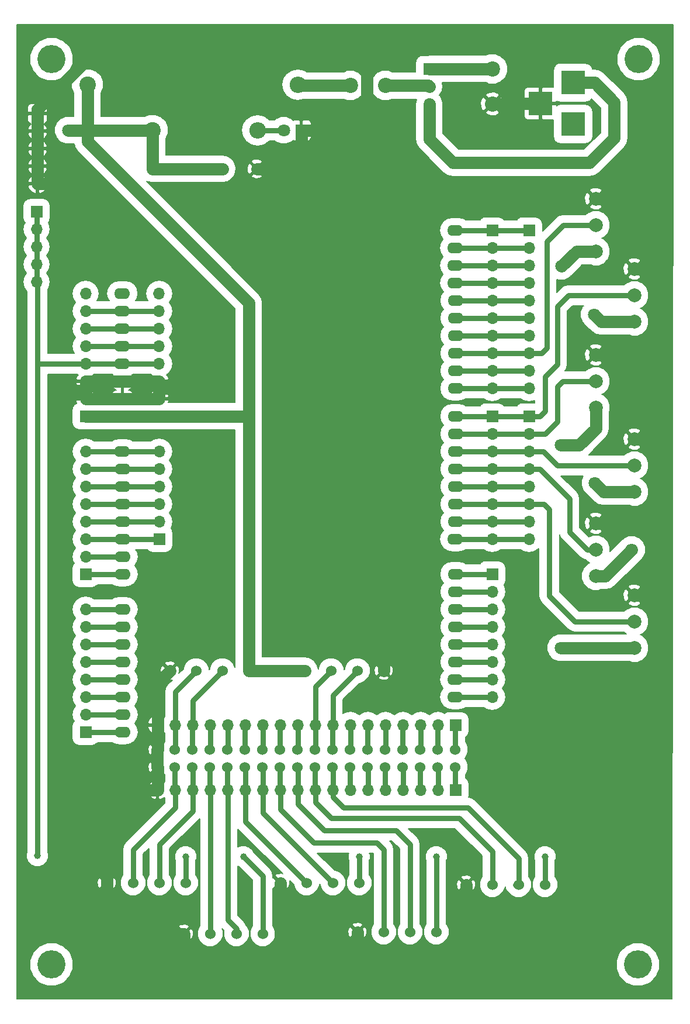
<source format=gbl>
G04 #@! TF.FileFunction,Copper,L2,Bot,Signal*
%FSLAX46Y46*%
G04 Gerber Fmt 4.6, Leading zero omitted, Abs format (unit mm)*
G04 Created by KiCad (PCBNEW 4.0.7) date 03/06/18 22:29:02*
%MOMM*%
%LPD*%
G01*
G04 APERTURE LIST*
%ADD10C,0.100000*%
%ADD11C,2.200000*%
%ADD12O,2.286000X1.574800*%
%ADD13C,1.524000*%
%ADD14R,1.800000X1.800000*%
%ADD15C,1.800000*%
%ADD16C,2.400000*%
%ADD17O,2.400000X2.400000*%
%ADD18R,3.500000X3.500000*%
%ADD19R,1.700000X1.700000*%
%ADD20O,1.700000X1.700000*%
%ADD21C,2.000000*%
%ADD22C,1.600000*%
%ADD23C,4.064000*%
%ADD24C,1.000000*%
%ADD25C,1.800000*%
%ADD26C,0.800000*%
%ADD27C,0.200000*%
G04 APERTURE END LIST*
D10*
D11*
X111125000Y-40513000D03*
X111125000Y-35433000D03*
D12*
X57518300Y-67945000D03*
X57518300Y-70485000D03*
X57518300Y-73025000D03*
X57518300Y-75565000D03*
X57518300Y-78105000D03*
X57518300Y-80645000D03*
X57518300Y-83185000D03*
X57518300Y-85725000D03*
X57518300Y-90805000D03*
D13*
X62598300Y-133985000D03*
X62598300Y-136525000D03*
X67678300Y-133985000D03*
X67678300Y-136525000D03*
X65138300Y-133985000D03*
X65138300Y-136525000D03*
X103238300Y-133985000D03*
X103238300Y-136525000D03*
X100698300Y-133985000D03*
X100698300Y-136525000D03*
X98158300Y-133985000D03*
X98158300Y-136525000D03*
X95618300Y-133985000D03*
X95618300Y-136525000D03*
X93078300Y-133985000D03*
X93078300Y-136525000D03*
X90538300Y-133985000D03*
X90538300Y-136525000D03*
X87998300Y-133985000D03*
X87998300Y-136525000D03*
X85458300Y-133985000D03*
X85458300Y-136525000D03*
X82918300Y-133985000D03*
X82918300Y-136525000D03*
X80378300Y-133985000D03*
X80378300Y-136525000D03*
X77838300Y-133985000D03*
X77838300Y-136525000D03*
X75298300Y-133985000D03*
X75298300Y-136525000D03*
X72758300Y-133985000D03*
X72758300Y-136525000D03*
X70218300Y-133985000D03*
X70218300Y-136525000D03*
X105778300Y-133985000D03*
X105778300Y-136525000D03*
D12*
X105778300Y-126365000D03*
X105778300Y-123825000D03*
X105778300Y-103505000D03*
X105778300Y-66421000D03*
X105778300Y-63881000D03*
X105778300Y-61341000D03*
X105778300Y-58801000D03*
X57531000Y-93345000D03*
X57531000Y-95885000D03*
X57531000Y-98425000D03*
X57531000Y-100965000D03*
X57531000Y-103505000D03*
X57531000Y-106045000D03*
X57531000Y-108585000D03*
X57531000Y-113665000D03*
X57531000Y-116205000D03*
X57531000Y-118745000D03*
X57531000Y-121285000D03*
X57531000Y-123825000D03*
X57531000Y-126365000D03*
X57531000Y-128905000D03*
X57531000Y-131445000D03*
X105791000Y-100965000D03*
X105791000Y-98425000D03*
X105791000Y-95885000D03*
X105791000Y-93345000D03*
X105791000Y-90805000D03*
X105791000Y-88265000D03*
X105791000Y-85725000D03*
X105791000Y-81661000D03*
X105791000Y-79121000D03*
X105791000Y-76581000D03*
X105791000Y-74041000D03*
X105791000Y-71501000D03*
X105791000Y-68961000D03*
X105791000Y-108585000D03*
X105791000Y-111125000D03*
X105791000Y-113665000D03*
X105791000Y-116205000D03*
X105791000Y-118745000D03*
X105791000Y-121285000D03*
D14*
X83439000Y-44323000D03*
D15*
X80899000Y-44323000D03*
D16*
X61849000Y-44323000D03*
D17*
X77089000Y-44323000D03*
D18*
X122809000Y-43434000D03*
X122809000Y-37434000D03*
X118109000Y-40434000D03*
D19*
X52197000Y-108585000D03*
D20*
X52197000Y-106045000D03*
X52197000Y-103505000D03*
X52197000Y-100965000D03*
X52197000Y-98425000D03*
X52197000Y-95885000D03*
X52197000Y-93345000D03*
X52197000Y-90805000D03*
D19*
X52197000Y-131445000D03*
D20*
X52197000Y-128905000D03*
X52197000Y-126365000D03*
X52197000Y-123825000D03*
X52197000Y-121285000D03*
X52197000Y-118745000D03*
X52197000Y-116205000D03*
X52197000Y-113665000D03*
D19*
X111125000Y-108585000D03*
D20*
X111125000Y-111125000D03*
X111125000Y-113665000D03*
X111125000Y-116205000D03*
X111125000Y-118745000D03*
X111125000Y-121285000D03*
X111125000Y-123825000D03*
X111125000Y-126365000D03*
D19*
X105791000Y-130429000D03*
D20*
X103251000Y-130429000D03*
X100711000Y-130429000D03*
X98171000Y-130429000D03*
X95631000Y-130429000D03*
X93091000Y-130429000D03*
X90551000Y-130429000D03*
X88011000Y-130429000D03*
X85471000Y-130429000D03*
X82931000Y-130429000D03*
X80391000Y-130429000D03*
X77851000Y-130429000D03*
X75311000Y-130429000D03*
X72771000Y-130429000D03*
X70231000Y-130429000D03*
X67691000Y-130429000D03*
X65151000Y-130429000D03*
X62611000Y-130429000D03*
D19*
X105791000Y-139827000D03*
D20*
X103251000Y-139827000D03*
X100711000Y-139827000D03*
X98171000Y-139827000D03*
X95631000Y-139827000D03*
X93091000Y-139827000D03*
X90551000Y-139827000D03*
X88011000Y-139827000D03*
X85471000Y-139827000D03*
X82931000Y-139827000D03*
X80391000Y-139827000D03*
X77851000Y-139827000D03*
X75311000Y-139827000D03*
X72771000Y-139827000D03*
X70231000Y-139827000D03*
X67691000Y-139827000D03*
X65151000Y-139827000D03*
X62611000Y-139827000D03*
D19*
X116459000Y-85725000D03*
D20*
X116459000Y-88265000D03*
X116459000Y-90805000D03*
X116459000Y-93345000D03*
X116459000Y-95885000D03*
X116459000Y-98425000D03*
X116459000Y-100965000D03*
X116459000Y-103505000D03*
D19*
X101981000Y-35433000D03*
D20*
X101981000Y-37973000D03*
X101981000Y-40513000D03*
D16*
X52451000Y-37719000D03*
D17*
X82931000Y-37719000D03*
D21*
X126111000Y-61849000D03*
X126111000Y-58039000D03*
X126111000Y-54229000D03*
X131699000Y-72009000D03*
X131699000Y-68199000D03*
X131699000Y-64389000D03*
X126111000Y-84455000D03*
X126111000Y-80645000D03*
X126111000Y-76835000D03*
X131699000Y-96647000D03*
X131699000Y-92837000D03*
X131699000Y-89027000D03*
X126111000Y-108839000D03*
X126111000Y-105029000D03*
X126111000Y-101219000D03*
X131699000Y-119253000D03*
X131699000Y-115443000D03*
X131699000Y-111633000D03*
D13*
X55245000Y-153289000D03*
X59055000Y-153289000D03*
X62865000Y-153289000D03*
X66675000Y-153289000D03*
X66421000Y-160655000D03*
X70231000Y-160655000D03*
X74041000Y-160655000D03*
X77851000Y-160655000D03*
X80391000Y-153289000D03*
X84201000Y-153289000D03*
X88011000Y-153289000D03*
X91821000Y-153289000D03*
X91567000Y-160401000D03*
X95377000Y-160401000D03*
X99187000Y-160401000D03*
X102997000Y-160401000D03*
X107315000Y-153543000D03*
X111125000Y-153543000D03*
X114935000Y-153543000D03*
X118745000Y-153543000D03*
X75819000Y-122555000D03*
X72009000Y-122555000D03*
X68199000Y-122555000D03*
X64389000Y-122555000D03*
X83947000Y-122555000D03*
X87757000Y-122555000D03*
X91567000Y-122555000D03*
X95377000Y-122555000D03*
D19*
X52197000Y-85725000D03*
D20*
X52197000Y-83185000D03*
X52197000Y-80645000D03*
X52197000Y-78105000D03*
X52197000Y-75565000D03*
X52197000Y-73025000D03*
X52197000Y-70485000D03*
X52197000Y-67945000D03*
D19*
X116459000Y-58801000D03*
D20*
X116459000Y-61341000D03*
X116459000Y-63881000D03*
X116459000Y-66421000D03*
X116459000Y-68961000D03*
X116459000Y-71501000D03*
X116459000Y-74041000D03*
X116459000Y-76581000D03*
X116459000Y-79121000D03*
X116459000Y-81661000D03*
D19*
X111125000Y-58801000D03*
D20*
X111125000Y-61341000D03*
X111125000Y-63881000D03*
X111125000Y-66421000D03*
X111125000Y-68961000D03*
X111125000Y-71501000D03*
X111125000Y-74041000D03*
X111125000Y-76581000D03*
X111125000Y-79121000D03*
X111125000Y-81661000D03*
D19*
X111125000Y-85725000D03*
D20*
X111125000Y-88265000D03*
X111125000Y-90805000D03*
X111125000Y-93345000D03*
X111125000Y-95885000D03*
X111125000Y-98425000D03*
X111125000Y-100965000D03*
X111125000Y-103505000D03*
D19*
X62839600Y-85725000D03*
D20*
X62839600Y-83185000D03*
X62839600Y-80645000D03*
X62839600Y-78105000D03*
X62839600Y-75565000D03*
X62839600Y-73025000D03*
X62839600Y-70485000D03*
X62839600Y-67945000D03*
D19*
X62865000Y-103505000D03*
D20*
X62865000Y-100965000D03*
X62865000Y-98425000D03*
X62865000Y-95885000D03*
X62865000Y-93345000D03*
X62865000Y-90805000D03*
D11*
X95631000Y-37846000D03*
X90551000Y-37846000D03*
D22*
X72009000Y-49911000D03*
X77009000Y-49911000D03*
D19*
X45085000Y-56134000D03*
D20*
X45085000Y-58674000D03*
X45085000Y-61214000D03*
X45085000Y-63754000D03*
X45085000Y-66294000D03*
D19*
X45212000Y-41910000D03*
D20*
X45212000Y-44450000D03*
X45212000Y-46990000D03*
X45212000Y-49530000D03*
X45212000Y-52070000D03*
D23*
X132207000Y-165100000D03*
X47244000Y-165100000D03*
X47244000Y-34036000D03*
X132334000Y-34036000D03*
D15*
X49657000Y-44323000D03*
X125857000Y-70993000D03*
X125984000Y-95377000D03*
X131318000Y-105029000D03*
X121031000Y-119253000D03*
X121031000Y-89916000D03*
X121158000Y-64008000D03*
D24*
X45212000Y-149352000D03*
X118745000Y-149479000D03*
X102997000Y-149479000D03*
X66675000Y-149479000D03*
X75057000Y-149479000D03*
X91821000Y-149479000D03*
D25*
X114554000Y-40434000D02*
X114554000Y-32131000D01*
X114554000Y-32131000D02*
X114554000Y-32893000D01*
X114554000Y-32893000D02*
X114554000Y-32131000D01*
X134747000Y-44323000D02*
X134747000Y-42037000D01*
X134747000Y-42037000D02*
X124841000Y-32131000D01*
X124841000Y-32131000D02*
X114554000Y-32131000D01*
X134747000Y-53975000D02*
X134747000Y-44323000D01*
X114554000Y-32131000D02*
X112268000Y-32131000D01*
X94107000Y-32131000D02*
X95377000Y-32131000D01*
X95377000Y-32131000D02*
X109093000Y-32131000D01*
X92964000Y-32131000D02*
X94107000Y-32131000D01*
X92964000Y-32258000D02*
X92964000Y-32131000D01*
X109093000Y-32131000D02*
X112268000Y-32131000D01*
X118109000Y-40434000D02*
X114554000Y-40434000D01*
X114554000Y-40434000D02*
X114554000Y-40513000D01*
X111125000Y-40513000D02*
X114554000Y-40513000D01*
X45212000Y-41910000D02*
X45212000Y-41275000D01*
X45212000Y-41275000D02*
X54229000Y-32258000D01*
X54229000Y-32258000D02*
X92964000Y-32258000D01*
X45212000Y-52070000D02*
X53086000Y-52070000D01*
X67183000Y-81661000D02*
X62839600Y-81661000D01*
X69342000Y-79502000D02*
X67183000Y-81661000D01*
X69342000Y-68326000D02*
X69342000Y-79502000D01*
X53086000Y-52070000D02*
X69342000Y-68326000D01*
X45212000Y-49530000D02*
X45212000Y-52070000D01*
X45212000Y-46990000D02*
X45212000Y-49530000D01*
X45212000Y-44450000D02*
X45212000Y-46990000D01*
X45212000Y-41910000D02*
X45212000Y-44450000D01*
X90932000Y-44323000D02*
X83439000Y-44323000D01*
X92964000Y-42291000D02*
X90932000Y-44323000D01*
X92964000Y-32258000D02*
X92964000Y-42291000D01*
X62839600Y-80645000D02*
X62839600Y-81661000D01*
X62839600Y-81661000D02*
X62839600Y-81788000D01*
X62839600Y-81915000D02*
X62839600Y-83185000D01*
X62839600Y-81788000D02*
X62839600Y-81915000D01*
X83439000Y-56261000D02*
X83439000Y-102235000D01*
X95377000Y-114173000D02*
X95377000Y-122555000D01*
X83439000Y-102235000D02*
X95377000Y-114173000D01*
X83439000Y-49784000D02*
X83439000Y-56261000D01*
X83439000Y-44323000D02*
X83439000Y-49784000D01*
X83439000Y-49784000D02*
X83312000Y-49911000D01*
X77009000Y-49911000D02*
X83312000Y-49911000D01*
X107315000Y-153543000D02*
X107315000Y-167513000D01*
X107315000Y-167513000D02*
X107442000Y-167513000D01*
X91567000Y-167513000D02*
X91567000Y-160401000D01*
X55626000Y-139827000D02*
X51816000Y-139827000D01*
X49657000Y-82042000D02*
X52197000Y-82042000D01*
X48006000Y-83693000D02*
X49657000Y-82042000D01*
X48006000Y-136017000D02*
X48006000Y-83693000D01*
X51816000Y-139827000D02*
X48006000Y-136017000D01*
X52197000Y-83185000D02*
X52197000Y-82042000D01*
X52197000Y-82042000D02*
X52197000Y-81915000D01*
X52197000Y-81915000D02*
X52197000Y-80645000D01*
X62611000Y-139827000D02*
X55626000Y-139827000D01*
X55626000Y-139827000D02*
X55499000Y-139827000D01*
X55499000Y-139827000D02*
X55245000Y-139827000D01*
X55245000Y-139827000D02*
X55245000Y-153289000D01*
X126111000Y-101219000D02*
X134747000Y-101219000D01*
X131699000Y-111633000D02*
X134747000Y-111633000D01*
X131699000Y-64389000D02*
X134747000Y-64389000D01*
X134747000Y-64389000D02*
X134493000Y-64389000D01*
X134493000Y-64389000D02*
X134747000Y-64389000D01*
X126111000Y-54229000D02*
X134747000Y-54229000D01*
X134747000Y-54229000D02*
X134747000Y-53975000D01*
X126111000Y-76835000D02*
X134747000Y-76835000D01*
X131699000Y-89027000D02*
X134747000Y-89027000D01*
X122809000Y-167513000D02*
X134747000Y-155575000D01*
X134747000Y-155575000D02*
X134747000Y-111633000D01*
X134747000Y-111633000D02*
X134747000Y-101219000D01*
X134747000Y-101219000D02*
X134747000Y-89027000D01*
X134747000Y-89027000D02*
X134747000Y-76835000D01*
X134747000Y-76835000D02*
X134747000Y-64389000D01*
X134747000Y-64389000D02*
X134747000Y-53975000D01*
X80391000Y-167513000D02*
X91567000Y-167513000D01*
X91567000Y-167513000D02*
X107442000Y-167513000D01*
X107442000Y-167513000D02*
X122809000Y-167513000D01*
X57518300Y-83185000D02*
X62839600Y-83185000D01*
X62839600Y-80645000D02*
X57518300Y-80645000D01*
X52197000Y-80645000D02*
X57518300Y-80645000D01*
X57518300Y-83185000D02*
X52197000Y-83185000D01*
X80391000Y-153289000D02*
X80391000Y-167513000D01*
X80391000Y-167513000D02*
X80899000Y-167513000D01*
X66421000Y-160655000D02*
X66421000Y-166497000D01*
X67437000Y-167513000D02*
X80899000Y-167513000D01*
X66421000Y-166497000D02*
X67437000Y-167513000D01*
X55245000Y-153289000D02*
X55245000Y-155321000D01*
X55245000Y-155321000D02*
X60579000Y-160655000D01*
X60579000Y-160655000D02*
X66421000Y-160655000D01*
X62611000Y-130429000D02*
X62611000Y-124333000D01*
X62611000Y-124333000D02*
X64389000Y-122555000D01*
X62611000Y-139827000D02*
X62611000Y-136537700D01*
X62611000Y-136537700D02*
X62598300Y-136525000D01*
X62598300Y-133985000D02*
X62598300Y-136525000D01*
X62611000Y-130429000D02*
X62611000Y-133972300D01*
X62611000Y-133972300D02*
X62598300Y-133985000D01*
D26*
X77089000Y-44323000D02*
X80899000Y-44323000D01*
D25*
X122809000Y-37434000D02*
X125953000Y-37434000D01*
X101981000Y-45593000D02*
X101981000Y-40513000D01*
X105410000Y-49022000D02*
X101981000Y-45593000D01*
X125222000Y-49022000D02*
X105410000Y-49022000D01*
X128778000Y-45466000D02*
X125222000Y-49022000D01*
X128778000Y-40259000D02*
X128778000Y-45466000D01*
X125953000Y-37434000D02*
X128778000Y-40259000D01*
X111125000Y-35433000D02*
X107569000Y-35433000D01*
X107569000Y-35433000D02*
X101981000Y-35433000D01*
D26*
X57531000Y-108585000D02*
X52197000Y-108585000D01*
X52197000Y-106045000D02*
X57531000Y-106045000D01*
X62865000Y-103505000D02*
X57531000Y-103505000D01*
X57531000Y-103505000D02*
X52197000Y-103505000D01*
X57531000Y-100965000D02*
X62865000Y-100965000D01*
X52197000Y-100965000D02*
X57531000Y-100965000D01*
X62865000Y-98425000D02*
X57531000Y-98425000D01*
X57531000Y-98425000D02*
X52197000Y-98425000D01*
X57531000Y-95885000D02*
X62865000Y-95885000D01*
X57531000Y-95885000D02*
X52197000Y-95885000D01*
X62865000Y-93345000D02*
X57531000Y-93345000D01*
X57531000Y-93345000D02*
X52197000Y-93345000D01*
X57518300Y-90805000D02*
X62865000Y-90805000D01*
X52197000Y-90805000D02*
X57518300Y-90805000D01*
X57531000Y-131445000D02*
X52197000Y-131445000D01*
X52197000Y-128905000D02*
X57531000Y-128905000D01*
X57531000Y-126365000D02*
X52197000Y-126365000D01*
X52197000Y-123825000D02*
X57531000Y-123825000D01*
X57531000Y-121285000D02*
X52197000Y-121285000D01*
X52197000Y-118745000D02*
X57531000Y-118745000D01*
X57531000Y-116205000D02*
X52197000Y-116205000D01*
X52197000Y-113665000D02*
X57531000Y-113665000D01*
X105791000Y-108585000D02*
X111125000Y-108585000D01*
X111125000Y-111125000D02*
X105791000Y-111125000D01*
X105791000Y-113665000D02*
X111125000Y-113665000D01*
X111125000Y-116205000D02*
X105791000Y-116205000D01*
X105791000Y-118745000D02*
X111125000Y-118745000D01*
X111125000Y-121285000D02*
X105791000Y-121285000D01*
X105778300Y-123825000D02*
X111125000Y-123825000D01*
X111125000Y-126365000D02*
X105778300Y-126365000D01*
X105778300Y-133985000D02*
X105778300Y-130441700D01*
X105778300Y-130441700D02*
X105791000Y-130429000D01*
X103238300Y-133985000D02*
X103238300Y-130441700D01*
X103238300Y-130441700D02*
X103251000Y-130429000D01*
X100711000Y-130429000D02*
X100711000Y-133972300D01*
X100711000Y-133972300D02*
X100698300Y-133985000D01*
X98158300Y-133985000D02*
X98158300Y-130441700D01*
X98158300Y-130441700D02*
X98171000Y-130429000D01*
X95631000Y-130429000D02*
X95631000Y-133972300D01*
X95631000Y-133972300D02*
X95618300Y-133985000D01*
X93078300Y-133985000D02*
X93078300Y-130441700D01*
X93078300Y-130441700D02*
X93091000Y-130429000D01*
X90551000Y-130429000D02*
X90551000Y-133972300D01*
X90551000Y-133972300D02*
X90538300Y-133985000D01*
X87998300Y-133985000D02*
X87998300Y-130441700D01*
X87998300Y-130441700D02*
X88011000Y-130429000D01*
X88011000Y-130429000D02*
X88011000Y-126111000D01*
X88011000Y-126111000D02*
X91567000Y-122555000D01*
X85471000Y-130429000D02*
X85471000Y-133972300D01*
X85471000Y-133972300D02*
X85458300Y-133985000D01*
X85471000Y-130429000D02*
X85471000Y-124841000D01*
X85471000Y-124841000D02*
X87757000Y-122555000D01*
X105778300Y-136525000D02*
X105778300Y-139814300D01*
X105778300Y-139814300D02*
X105791000Y-139827000D01*
X82931000Y-139827000D02*
X82931000Y-141859000D01*
X99187000Y-147701000D02*
X99187000Y-160401000D01*
X97155000Y-145669000D02*
X99187000Y-147701000D01*
X86741000Y-145669000D02*
X97155000Y-145669000D01*
X82931000Y-141859000D02*
X86741000Y-145669000D01*
X82931000Y-139827000D02*
X82931000Y-136537700D01*
X82931000Y-136537700D02*
X82918300Y-136525000D01*
X95377000Y-160401000D02*
X95377000Y-148439002D01*
X80391000Y-142621000D02*
X80391000Y-139827000D01*
X85217000Y-147447000D02*
X80391000Y-142621000D01*
X94384998Y-147447000D02*
X85217000Y-147447000D01*
X95377000Y-148439002D02*
X94384998Y-147447000D01*
X80378300Y-136525000D02*
X80378300Y-139814300D01*
X80378300Y-139814300D02*
X80391000Y-139827000D01*
X77851000Y-139827000D02*
X77851000Y-136537700D01*
X77851000Y-136537700D02*
X77838300Y-136525000D01*
X77851000Y-139827000D02*
X77851000Y-143129000D01*
X77851000Y-143129000D02*
X88011000Y-153289000D01*
X75311000Y-139827000D02*
X75311000Y-136537700D01*
X75311000Y-136537700D02*
X75298300Y-136525000D01*
X75311000Y-139827000D02*
X75311000Y-144399000D01*
X75311000Y-144399000D02*
X84201000Y-153289000D01*
X72758300Y-136525000D02*
X72758300Y-139814300D01*
X72758300Y-139814300D02*
X72771000Y-139827000D01*
X74041000Y-160655000D02*
X74041000Y-159893000D01*
X74041000Y-159893000D02*
X72771000Y-158623000D01*
X72771000Y-158623000D02*
X72771000Y-139827000D01*
X70218300Y-136525000D02*
X70218300Y-139814300D01*
X70218300Y-139814300D02*
X70231000Y-139827000D01*
X70231000Y-160655000D02*
X70231000Y-139827000D01*
X67691000Y-139827000D02*
X67691000Y-136537700D01*
X67691000Y-136537700D02*
X67678300Y-136525000D01*
X62865000Y-153289000D02*
X62865000Y-147701000D01*
X67691000Y-142875000D02*
X67691000Y-139827000D01*
X62865000Y-147701000D02*
X67691000Y-142875000D01*
X65138300Y-136525000D02*
X65138300Y-139814300D01*
X65138300Y-139814300D02*
X65151000Y-139827000D01*
X59055000Y-153289000D02*
X59055000Y-148463000D01*
X65151000Y-142367000D02*
X65151000Y-139827000D01*
X59055000Y-148463000D02*
X65151000Y-142367000D01*
X111125000Y-58801000D02*
X116459000Y-58801000D01*
X105778300Y-58801000D02*
X111125000Y-58801000D01*
X111125000Y-61341000D02*
X105778300Y-61341000D01*
X116459000Y-61341000D02*
X111125000Y-61341000D01*
X111125000Y-63881000D02*
X116459000Y-63881000D01*
X105778300Y-63881000D02*
X111125000Y-63881000D01*
X111125000Y-66421000D02*
X116459000Y-66421000D01*
X105778300Y-66421000D02*
X111125000Y-66421000D01*
X111125000Y-68961000D02*
X105791000Y-68961000D01*
X116459000Y-68961000D02*
X111125000Y-68961000D01*
X111125000Y-71501000D02*
X116459000Y-71501000D01*
X105791000Y-71501000D02*
X111125000Y-71501000D01*
X111125000Y-74041000D02*
X105791000Y-74041000D01*
X116459000Y-74041000D02*
X111125000Y-74041000D01*
X116459000Y-95885000D02*
X111125000Y-95885000D01*
X111125000Y-95885000D02*
X105791000Y-95885000D01*
X116459000Y-100965000D02*
X111125000Y-100965000D01*
X111125000Y-100965000D02*
X105791000Y-100965000D01*
X105778300Y-103505000D02*
X111125000Y-103505000D01*
X111125000Y-103505000D02*
X116459000Y-103505000D01*
D25*
X52451000Y-44323000D02*
X49657000Y-44323000D01*
X52451000Y-44323000D02*
X52451000Y-45974000D01*
X75819000Y-69342000D02*
X75819000Y-87503000D01*
X52451000Y-45974000D02*
X75819000Y-69342000D01*
X131699000Y-72009000D02*
X126873000Y-72009000D01*
X126873000Y-72009000D02*
X125857000Y-70993000D01*
X131699000Y-96647000D02*
X127254000Y-96647000D01*
X127254000Y-96647000D02*
X125984000Y-95377000D01*
X127508000Y-108839000D02*
X126111000Y-108839000D01*
X131318000Y-105029000D02*
X127508000Y-108839000D01*
X121031000Y-119253000D02*
X131699000Y-119253000D01*
X126111000Y-84455000D02*
X126111000Y-87503000D01*
X123698000Y-89916000D02*
X121031000Y-89916000D01*
X126111000Y-87503000D02*
X123698000Y-89916000D01*
X123317000Y-61849000D02*
X126111000Y-61849000D01*
X121158000Y-64008000D02*
X123317000Y-61849000D01*
X61849000Y-49911000D02*
X72009000Y-49911000D01*
X61849000Y-44323000D02*
X61849000Y-49911000D01*
X61849000Y-44323000D02*
X52451000Y-44323000D01*
X52451000Y-44323000D02*
X52705000Y-44323000D01*
X52705000Y-44323000D02*
X52451000Y-44323000D01*
X52451000Y-37719000D02*
X52451000Y-44323000D01*
X83947000Y-122555000D02*
X75819000Y-122555000D01*
X62839600Y-85725000D02*
X75311000Y-85725000D01*
X75819000Y-87503000D02*
X75819000Y-86233000D01*
X75311000Y-85725000D02*
X75819000Y-86233000D01*
X75819000Y-122555000D02*
X75819000Y-87503000D01*
X57518300Y-85725000D02*
X62839600Y-85725000D01*
X52197000Y-85725000D02*
X57518300Y-85725000D01*
X90551000Y-37846000D02*
X83058000Y-37846000D01*
X83058000Y-37846000D02*
X82931000Y-37719000D01*
D26*
X126111000Y-58039000D02*
X121412000Y-58039000D01*
X121412000Y-58039000D02*
X118999000Y-60452000D01*
X118999000Y-60452000D02*
X118999000Y-75819000D01*
X118999000Y-75819000D02*
X118237000Y-76581000D01*
X118237000Y-76581000D02*
X116459000Y-76581000D01*
X126111000Y-58039000D02*
X126111000Y-58293000D01*
X105791000Y-76581000D02*
X111125000Y-76581000D01*
X111125000Y-76581000D02*
X116459000Y-76581000D01*
X131699000Y-68199000D02*
X122174000Y-68199000D01*
X122174000Y-68199000D02*
X120523000Y-69850000D01*
X120523000Y-69850000D02*
X120523000Y-78232000D01*
X120523000Y-78232000D02*
X118745000Y-80010000D01*
X118745000Y-80010000D02*
X118745000Y-84963000D01*
X118745000Y-84963000D02*
X117983000Y-85725000D01*
X117983000Y-85725000D02*
X116459000Y-85725000D01*
X116459000Y-85725000D02*
X111125000Y-85725000D01*
X111125000Y-85725000D02*
X105791000Y-85725000D01*
X126111000Y-80645000D02*
X121285000Y-80645000D01*
X121285000Y-80645000D02*
X120523000Y-81407000D01*
X120523000Y-81407000D02*
X120523000Y-86487000D01*
X120523000Y-86487000D02*
X118745000Y-88265000D01*
X118745000Y-88265000D02*
X116459000Y-88265000D01*
X111125000Y-88265000D02*
X116459000Y-88265000D01*
X105791000Y-88265000D02*
X111125000Y-88265000D01*
X131699000Y-92837000D02*
X120523000Y-92837000D01*
X120523000Y-92837000D02*
X118491000Y-90805000D01*
X118491000Y-90805000D02*
X116459000Y-90805000D01*
X116459000Y-90805000D02*
X111125000Y-90805000D01*
X111125000Y-90805000D02*
X105791000Y-90805000D01*
X126111000Y-105029000D02*
X124841000Y-105029000D01*
X124841000Y-105029000D02*
X122301000Y-102489000D01*
X122301000Y-102489000D02*
X122301000Y-97663000D01*
X122301000Y-97663000D02*
X117983000Y-93345000D01*
X117983000Y-93345000D02*
X116459000Y-93345000D01*
X126111000Y-105029000D02*
X125603000Y-105029000D01*
X105791000Y-93345000D02*
X111125000Y-93345000D01*
X111125000Y-93345000D02*
X116459000Y-93345000D01*
X131699000Y-115443000D02*
X123063000Y-115443000D01*
X123063000Y-115443000D02*
X119380000Y-111760000D01*
X119380000Y-111760000D02*
X119380000Y-99187000D01*
X119380000Y-99187000D02*
X118618000Y-98425000D01*
X118618000Y-98425000D02*
X116459000Y-98425000D01*
X105791000Y-98425000D02*
X111125000Y-98425000D01*
X111125000Y-98425000D02*
X116459000Y-98425000D01*
X65151000Y-130429000D02*
X65151000Y-133972300D01*
X65151000Y-133972300D02*
X65138300Y-133985000D01*
X65151000Y-130429000D02*
X65151000Y-125603000D01*
X65151000Y-125603000D02*
X68199000Y-122555000D01*
X67678300Y-133985000D02*
X67678300Y-130441700D01*
X67678300Y-130441700D02*
X67691000Y-130429000D01*
X67691000Y-130429000D02*
X67691000Y-126873000D01*
X67691000Y-126873000D02*
X72009000Y-122555000D01*
X45085000Y-58674000D02*
X45085000Y-56134000D01*
X45085000Y-61214000D02*
X45085000Y-58674000D01*
X45085000Y-63754000D02*
X45085000Y-61214000D01*
X45085000Y-66294000D02*
X45085000Y-63754000D01*
X45212000Y-78105000D02*
X45212000Y-66421000D01*
X45212000Y-66421000D02*
X45085000Y-66294000D01*
X45212000Y-78105000D02*
X45212000Y-149352000D01*
X52197000Y-78105000D02*
X45212000Y-78105000D01*
X118745000Y-149479000D02*
X118745000Y-153543000D01*
X102997000Y-149479000D02*
X102997000Y-160401000D01*
X66675000Y-149479000D02*
X66675000Y-153289000D01*
X77851000Y-152273000D02*
X77851000Y-160655000D01*
X75057000Y-149479000D02*
X77851000Y-152273000D01*
X91821000Y-149479000D02*
X91821000Y-153289000D01*
X62839600Y-78105000D02*
X57518300Y-78105000D01*
X52197000Y-78105000D02*
X57518300Y-78105000D01*
X70231000Y-130429000D02*
X70231000Y-133972300D01*
X70231000Y-133972300D02*
X70218300Y-133985000D01*
X72771000Y-130429000D02*
X72771000Y-133972300D01*
X72771000Y-133972300D02*
X72758300Y-133985000D01*
X75298300Y-133985000D02*
X75298300Y-130441700D01*
X75298300Y-130441700D02*
X75311000Y-130429000D01*
X77851000Y-130429000D02*
X77851000Y-133972300D01*
X77851000Y-133972300D02*
X77838300Y-133985000D01*
X80378300Y-133985000D02*
X80378300Y-130441700D01*
X80378300Y-130441700D02*
X80391000Y-130429000D01*
X82931000Y-130429000D02*
X82931000Y-133972300D01*
X82931000Y-133972300D02*
X82918300Y-133985000D01*
X52197000Y-75565000D02*
X57518300Y-75565000D01*
X62839600Y-75565000D02*
X57518300Y-75565000D01*
X57518300Y-73025000D02*
X62839600Y-73025000D01*
X52197000Y-73025000D02*
X57518300Y-73025000D01*
X52197000Y-70485000D02*
X57518300Y-70485000D01*
X62839600Y-70485000D02*
X57518300Y-70485000D01*
X103251000Y-139827000D02*
X103251000Y-136537700D01*
X103251000Y-136537700D02*
X103238300Y-136525000D01*
X100698300Y-136525000D02*
X100698300Y-139814300D01*
X100698300Y-139814300D02*
X100711000Y-139827000D01*
X98171000Y-139827000D02*
X98171000Y-136537700D01*
X98171000Y-136537700D02*
X98158300Y-136525000D01*
X95618300Y-136525000D02*
X95618300Y-139814300D01*
X95618300Y-139814300D02*
X95631000Y-139827000D01*
X93091000Y-139827000D02*
X93091000Y-136537700D01*
X93091000Y-136537700D02*
X93078300Y-136525000D01*
X90538300Y-136525000D02*
X90538300Y-139814300D01*
X90538300Y-139814300D02*
X90551000Y-139827000D01*
X88011000Y-139827000D02*
X88011000Y-140843000D01*
X114935000Y-149733000D02*
X114935000Y-153543000D01*
X107569000Y-142367000D02*
X114935000Y-149733000D01*
X89535000Y-142367000D02*
X107569000Y-142367000D01*
X88011000Y-140843000D02*
X89535000Y-142367000D01*
X88011000Y-139827000D02*
X88011000Y-136537700D01*
X88011000Y-136537700D02*
X87998300Y-136525000D01*
X114935000Y-153543000D02*
X114427000Y-153543000D01*
X111125000Y-153543000D02*
X111125000Y-148717000D01*
X85471000Y-141605000D02*
X85471000Y-139827000D01*
X87757000Y-143891000D02*
X85471000Y-141605000D01*
X106299000Y-143891000D02*
X87757000Y-143891000D01*
X111125000Y-148717000D02*
X106299000Y-143891000D01*
X85458300Y-136525000D02*
X85458300Y-139814300D01*
X85458300Y-139814300D02*
X85471000Y-139827000D01*
X116459000Y-79121000D02*
X111125000Y-79121000D01*
X111125000Y-79121000D02*
X105791000Y-79121000D01*
X116459000Y-81661000D02*
X111125000Y-81661000D01*
X105791000Y-81661000D02*
X111125000Y-81661000D01*
D25*
X95631000Y-37846000D02*
X101854000Y-37846000D01*
X101854000Y-37846000D02*
X101981000Y-37973000D01*
D27*
G36*
X137187090Y-170080000D02*
X42264000Y-170080000D01*
X42264000Y-165720260D01*
X44111457Y-165720260D01*
X44587271Y-166871818D01*
X45467548Y-167753633D01*
X46618273Y-168231456D01*
X47864260Y-168232543D01*
X49015818Y-167756729D01*
X49897633Y-166876452D01*
X50375456Y-165725727D01*
X50375460Y-165720260D01*
X129074457Y-165720260D01*
X129550271Y-166871818D01*
X130430548Y-167753633D01*
X131581273Y-168231456D01*
X132827260Y-168232543D01*
X133978818Y-167756729D01*
X134860633Y-166876452D01*
X135338456Y-165725727D01*
X135339543Y-164479740D01*
X134863729Y-163328182D01*
X133983452Y-162446367D01*
X132832727Y-161968544D01*
X131586740Y-161967457D01*
X130435182Y-162443271D01*
X129553367Y-163323548D01*
X129075544Y-164474273D01*
X129074457Y-165720260D01*
X50375460Y-165720260D01*
X50376543Y-164479740D01*
X49900729Y-163328182D01*
X49020452Y-162446367D01*
X47869727Y-161968544D01*
X46623740Y-161967457D01*
X45472182Y-162443271D01*
X44590367Y-163323548D01*
X44112544Y-164474273D01*
X44111457Y-165720260D01*
X42264000Y-165720260D01*
X42264000Y-161637368D01*
X65656421Y-161637368D01*
X65729551Y-161868698D01*
X66246647Y-162040917D01*
X66790287Y-162002142D01*
X67112449Y-161868698D01*
X67185579Y-161637368D01*
X66421000Y-160872789D01*
X65656421Y-161637368D01*
X42264000Y-161637368D01*
X42264000Y-160480647D01*
X65035083Y-160480647D01*
X65073858Y-161024287D01*
X65207302Y-161346449D01*
X65438632Y-161419579D01*
X66203211Y-160655000D01*
X66638789Y-160655000D01*
X67403368Y-161419579D01*
X67634698Y-161346449D01*
X67806917Y-160829353D01*
X67768142Y-160285713D01*
X67634698Y-159963551D01*
X67403368Y-159890421D01*
X66638789Y-160655000D01*
X66203211Y-160655000D01*
X65438632Y-159890421D01*
X65207302Y-159963551D01*
X65035083Y-160480647D01*
X42264000Y-160480647D01*
X42264000Y-159672632D01*
X65656421Y-159672632D01*
X66421000Y-160437211D01*
X67185579Y-159672632D01*
X67112449Y-159441302D01*
X66595353Y-159269083D01*
X66051713Y-159307858D01*
X65729551Y-159441302D01*
X65656421Y-159672632D01*
X42264000Y-159672632D01*
X42264000Y-154271368D01*
X54480421Y-154271368D01*
X54553551Y-154502698D01*
X55070647Y-154674917D01*
X55614287Y-154636142D01*
X55936449Y-154502698D01*
X56009579Y-154271368D01*
X55245000Y-153506789D01*
X54480421Y-154271368D01*
X42264000Y-154271368D01*
X42264000Y-153114647D01*
X53859083Y-153114647D01*
X53897858Y-153658287D01*
X54031302Y-153980449D01*
X54262632Y-154053579D01*
X55027211Y-153289000D01*
X55462789Y-153289000D01*
X56227368Y-154053579D01*
X56458698Y-153980449D01*
X56630917Y-153463353D01*
X56592142Y-152919713D01*
X56458698Y-152597551D01*
X56227368Y-152524421D01*
X55462789Y-153289000D01*
X55027211Y-153289000D01*
X54262632Y-152524421D01*
X54031302Y-152597551D01*
X53859083Y-153114647D01*
X42264000Y-153114647D01*
X42264000Y-152306632D01*
X54480421Y-152306632D01*
X55245000Y-153071211D01*
X56009579Y-152306632D01*
X55936449Y-152075302D01*
X55419353Y-151903083D01*
X54875713Y-151941858D01*
X54553551Y-152075302D01*
X54480421Y-152306632D01*
X42264000Y-152306632D01*
X42264000Y-58674000D01*
X43096797Y-58674000D01*
X43245232Y-59420233D01*
X43585000Y-59928731D01*
X43585000Y-59959269D01*
X43245232Y-60467767D01*
X43096797Y-61214000D01*
X43245232Y-61960233D01*
X43585000Y-62468731D01*
X43585000Y-62499269D01*
X43245232Y-63007767D01*
X43096797Y-63754000D01*
X43245232Y-64500233D01*
X43585000Y-65008731D01*
X43585000Y-65039269D01*
X43245232Y-65547767D01*
X43096797Y-66294000D01*
X43245232Y-67040233D01*
X43667939Y-67672858D01*
X43712000Y-67702299D01*
X43712000Y-148792187D01*
X43612278Y-149032344D01*
X43611723Y-149668863D01*
X43854795Y-150257143D01*
X44304489Y-150707623D01*
X44892344Y-150951722D01*
X45528863Y-150952277D01*
X46117143Y-150709205D01*
X46567623Y-150259511D01*
X46811722Y-149671656D01*
X46812277Y-149035137D01*
X46712000Y-148792448D01*
X46712000Y-140205911D01*
X61203085Y-140205911D01*
X61455259Y-140715854D01*
X61883384Y-141090477D01*
X62232090Y-141234903D01*
X62457000Y-141123889D01*
X62457000Y-139981000D01*
X61313144Y-139981000D01*
X61203085Y-140205911D01*
X46712000Y-140205911D01*
X46712000Y-139448089D01*
X61203085Y-139448089D01*
X61313144Y-139673000D01*
X62457000Y-139673000D01*
X62457000Y-138530111D01*
X62232090Y-138419097D01*
X61883384Y-138563523D01*
X61455259Y-138938146D01*
X61203085Y-139448089D01*
X46712000Y-139448089D01*
X46712000Y-136350647D01*
X61212383Y-136350647D01*
X61251158Y-136894287D01*
X61384602Y-137216449D01*
X61615932Y-137289579D01*
X62380511Y-136525000D01*
X61615932Y-135760421D01*
X61384602Y-135833551D01*
X61212383Y-136350647D01*
X46712000Y-136350647D01*
X46712000Y-133810647D01*
X61212383Y-133810647D01*
X61251158Y-134354287D01*
X61384602Y-134676449D01*
X61615932Y-134749579D01*
X62380511Y-133985000D01*
X61615932Y-133220421D01*
X61384602Y-133293551D01*
X61212383Y-133810647D01*
X46712000Y-133810647D01*
X46712000Y-113665000D01*
X50208797Y-113665000D01*
X50357232Y-114411233D01*
X50707202Y-114935000D01*
X50357232Y-115458767D01*
X50208797Y-116205000D01*
X50357232Y-116951233D01*
X50707202Y-117475000D01*
X50357232Y-117998767D01*
X50208797Y-118745000D01*
X50357232Y-119491233D01*
X50707202Y-120015000D01*
X50357232Y-120538767D01*
X50208797Y-121285000D01*
X50357232Y-122031233D01*
X50707202Y-122555000D01*
X50357232Y-123078767D01*
X50208797Y-123825000D01*
X50357232Y-124571233D01*
X50707202Y-125095000D01*
X50357232Y-125618767D01*
X50208797Y-126365000D01*
X50357232Y-127111233D01*
X50707202Y-127635000D01*
X50357232Y-128158767D01*
X50208797Y-128905000D01*
X50357232Y-129651233D01*
X50507182Y-129875648D01*
X50313812Y-130158654D01*
X50225450Y-130595000D01*
X50225450Y-132295000D01*
X50302152Y-132702636D01*
X50543064Y-133077024D01*
X50910654Y-133328188D01*
X51347000Y-133416550D01*
X53047000Y-133416550D01*
X53454636Y-133339848D01*
X53829024Y-133098936D01*
X53934204Y-132945000D01*
X56044413Y-132945000D01*
X56409180Y-133188730D01*
X57131457Y-133332400D01*
X57930543Y-133332400D01*
X58652820Y-133188730D01*
X59265136Y-132779593D01*
X59674273Y-132167277D01*
X59817943Y-131445000D01*
X59691218Y-130807911D01*
X61203085Y-130807911D01*
X61455259Y-131317854D01*
X61883384Y-131692477D01*
X62232090Y-131836903D01*
X62457000Y-131725889D01*
X62457000Y-130583000D01*
X61313144Y-130583000D01*
X61203085Y-130807911D01*
X59691218Y-130807911D01*
X59674273Y-130722723D01*
X59308296Y-130175000D01*
X59391758Y-130050089D01*
X61203085Y-130050089D01*
X61313144Y-130275000D01*
X62457000Y-130275000D01*
X62457000Y-129132111D01*
X62232090Y-129021097D01*
X61883384Y-129165523D01*
X61455259Y-129540146D01*
X61203085Y-130050089D01*
X59391758Y-130050089D01*
X59674273Y-129627277D01*
X59817943Y-128905000D01*
X59674273Y-128182723D01*
X59308296Y-127635000D01*
X59674273Y-127087277D01*
X59817943Y-126365000D01*
X59674273Y-125642723D01*
X59308296Y-125095000D01*
X59674273Y-124547277D01*
X59817943Y-123825000D01*
X59674273Y-123102723D01*
X59308296Y-122555000D01*
X59424795Y-122380647D01*
X63003083Y-122380647D01*
X63041858Y-122924287D01*
X63175302Y-123246449D01*
X63406632Y-123319579D01*
X64171211Y-122555000D01*
X63406632Y-121790421D01*
X63175302Y-121863551D01*
X63003083Y-122380647D01*
X59424795Y-122380647D01*
X59674273Y-122007277D01*
X59760729Y-121572632D01*
X63624421Y-121572632D01*
X64389000Y-122337211D01*
X65153579Y-121572632D01*
X65080449Y-121341302D01*
X64563353Y-121169083D01*
X64019713Y-121207858D01*
X63697551Y-121341302D01*
X63624421Y-121572632D01*
X59760729Y-121572632D01*
X59817943Y-121285000D01*
X59674273Y-120562723D01*
X59308296Y-120015000D01*
X59674273Y-119467277D01*
X59817943Y-118745000D01*
X59674273Y-118022723D01*
X59308296Y-117475000D01*
X59674273Y-116927277D01*
X59817943Y-116205000D01*
X59674273Y-115482723D01*
X59308296Y-114935000D01*
X59674273Y-114387277D01*
X59817943Y-113665000D01*
X59674273Y-112942723D01*
X59265136Y-112330407D01*
X58652820Y-111921270D01*
X57930543Y-111777600D01*
X57131457Y-111777600D01*
X56409180Y-111921270D01*
X56044413Y-112165000D01*
X53432759Y-112165000D01*
X52981436Y-111863435D01*
X52235203Y-111715000D01*
X52158797Y-111715000D01*
X51412564Y-111863435D01*
X50779939Y-112286142D01*
X50357232Y-112918767D01*
X50208797Y-113665000D01*
X46712000Y-113665000D01*
X46712000Y-90805000D01*
X50208797Y-90805000D01*
X50357232Y-91551233D01*
X50707202Y-92075000D01*
X50357232Y-92598767D01*
X50208797Y-93345000D01*
X50357232Y-94091233D01*
X50707202Y-94615000D01*
X50357232Y-95138767D01*
X50208797Y-95885000D01*
X50357232Y-96631233D01*
X50707202Y-97155000D01*
X50357232Y-97678767D01*
X50208797Y-98425000D01*
X50357232Y-99171233D01*
X50707202Y-99695000D01*
X50357232Y-100218767D01*
X50208797Y-100965000D01*
X50357232Y-101711233D01*
X50707202Y-102235000D01*
X50357232Y-102758767D01*
X50208797Y-103505000D01*
X50357232Y-104251233D01*
X50707202Y-104775000D01*
X50357232Y-105298767D01*
X50208797Y-106045000D01*
X50357232Y-106791233D01*
X50507182Y-107015648D01*
X50313812Y-107298654D01*
X50225450Y-107735000D01*
X50225450Y-109435000D01*
X50302152Y-109842636D01*
X50543064Y-110217024D01*
X50910654Y-110468188D01*
X51347000Y-110556550D01*
X53047000Y-110556550D01*
X53454636Y-110479848D01*
X53829024Y-110238936D01*
X53934204Y-110085000D01*
X56044413Y-110085000D01*
X56409180Y-110328730D01*
X57131457Y-110472400D01*
X57930543Y-110472400D01*
X58652820Y-110328730D01*
X59265136Y-109919593D01*
X59674273Y-109307277D01*
X59817943Y-108585000D01*
X59674273Y-107862723D01*
X59308296Y-107315000D01*
X59674273Y-106767277D01*
X59817943Y-106045000D01*
X59674273Y-105322723D01*
X59461977Y-105005000D01*
X61126109Y-105005000D01*
X61211064Y-105137024D01*
X61578654Y-105388188D01*
X62015000Y-105476550D01*
X63715000Y-105476550D01*
X64122636Y-105399848D01*
X64497024Y-105158936D01*
X64748188Y-104791346D01*
X64836550Y-104355000D01*
X64836550Y-102655000D01*
X64759848Y-102247364D01*
X64557083Y-101932259D01*
X64704768Y-101711233D01*
X64853203Y-100965000D01*
X64704768Y-100218767D01*
X64354798Y-99695000D01*
X64704768Y-99171233D01*
X64853203Y-98425000D01*
X64704768Y-97678767D01*
X64354798Y-97155000D01*
X64704768Y-96631233D01*
X64853203Y-95885000D01*
X64704768Y-95138767D01*
X64354798Y-94615000D01*
X64704768Y-94091233D01*
X64853203Y-93345000D01*
X64704768Y-92598767D01*
X64354798Y-92075000D01*
X64704768Y-91551233D01*
X64853203Y-90805000D01*
X64704768Y-90058767D01*
X64282061Y-89426142D01*
X63649436Y-89003435D01*
X62903203Y-88855000D01*
X62826797Y-88855000D01*
X62080564Y-89003435D01*
X61629241Y-89305000D01*
X59004887Y-89305000D01*
X58640120Y-89061270D01*
X57917843Y-88917600D01*
X57118757Y-88917600D01*
X56396480Y-89061270D01*
X56031713Y-89305000D01*
X53432759Y-89305000D01*
X52981436Y-89003435D01*
X52235203Y-88855000D01*
X52158797Y-88855000D01*
X51412564Y-89003435D01*
X50779939Y-89426142D01*
X50357232Y-90058767D01*
X50208797Y-90805000D01*
X46712000Y-90805000D01*
X46712000Y-81023910D01*
X50789097Y-81023910D01*
X50933523Y-81372616D01*
X51308146Y-81800741D01*
X51539199Y-81915000D01*
X51308146Y-82029259D01*
X50933523Y-82457384D01*
X50789097Y-82806090D01*
X50900111Y-83031000D01*
X52043000Y-83031000D01*
X52043000Y-80799000D01*
X52351000Y-80799000D01*
X52351000Y-83031000D01*
X53493889Y-83031000D01*
X53604903Y-82806090D01*
X53460477Y-82457384D01*
X53085854Y-82029259D01*
X52854801Y-81915000D01*
X53085854Y-81800741D01*
X53460477Y-81372616D01*
X53604903Y-81023910D01*
X53600041Y-81014059D01*
X55816990Y-81014059D01*
X56067109Y-81522802D01*
X56486426Y-81875248D01*
X56612137Y-81915000D01*
X56486426Y-81954752D01*
X56067109Y-82307198D01*
X55816990Y-82815941D01*
X55928874Y-83031000D01*
X57364300Y-83031000D01*
X57364300Y-80799000D01*
X57672300Y-80799000D01*
X57672300Y-83031000D01*
X59107726Y-83031000D01*
X59219610Y-82815941D01*
X58969491Y-82307198D01*
X58550174Y-81954752D01*
X58424463Y-81915000D01*
X58550174Y-81875248D01*
X58969491Y-81522802D01*
X59214766Y-81023910D01*
X61431697Y-81023910D01*
X61576123Y-81372616D01*
X61950746Y-81800741D01*
X62181799Y-81915000D01*
X61950746Y-82029259D01*
X61576123Y-82457384D01*
X61431697Y-82806090D01*
X61542711Y-83031000D01*
X62685600Y-83031000D01*
X62685600Y-80799000D01*
X62993600Y-80799000D01*
X62993600Y-83031000D01*
X64136489Y-83031000D01*
X64247503Y-82806090D01*
X64103077Y-82457384D01*
X63728454Y-82029259D01*
X63497401Y-81915000D01*
X63728454Y-81800741D01*
X64103077Y-81372616D01*
X64247503Y-81023910D01*
X64136489Y-80799000D01*
X62993600Y-80799000D01*
X62685600Y-80799000D01*
X61542711Y-80799000D01*
X61431697Y-81023910D01*
X59214766Y-81023910D01*
X59219610Y-81014059D01*
X59107726Y-80799000D01*
X57672300Y-80799000D01*
X57364300Y-80799000D01*
X55928874Y-80799000D01*
X55816990Y-81014059D01*
X53600041Y-81014059D01*
X53493889Y-80799000D01*
X52351000Y-80799000D01*
X52043000Y-80799000D01*
X50900111Y-80799000D01*
X50789097Y-81023910D01*
X46712000Y-81023910D01*
X46712000Y-79605000D01*
X50961241Y-79605000D01*
X51116243Y-79708569D01*
X50933523Y-79917384D01*
X50789097Y-80266090D01*
X50900111Y-80491000D01*
X52043000Y-80491000D01*
X52043000Y-80471000D01*
X52351000Y-80471000D01*
X52351000Y-80491000D01*
X53493889Y-80491000D01*
X53604903Y-80266090D01*
X53460477Y-79917384D01*
X53277757Y-79708569D01*
X53432759Y-79605000D01*
X56031713Y-79605000D01*
X56158941Y-79690011D01*
X56067109Y-79767198D01*
X55816990Y-80275941D01*
X55928874Y-80491000D01*
X57364300Y-80491000D01*
X57364300Y-80471000D01*
X57672300Y-80471000D01*
X57672300Y-80491000D01*
X59107726Y-80491000D01*
X59219610Y-80275941D01*
X58969491Y-79767198D01*
X58877659Y-79690011D01*
X59004887Y-79605000D01*
X61603841Y-79605000D01*
X61758843Y-79708569D01*
X61576123Y-79917384D01*
X61431697Y-80266090D01*
X61542711Y-80491000D01*
X62685600Y-80491000D01*
X62685600Y-80471000D01*
X62993600Y-80471000D01*
X62993600Y-80491000D01*
X64136489Y-80491000D01*
X64247503Y-80266090D01*
X64103077Y-79917384D01*
X63920357Y-79708569D01*
X64256661Y-79483858D01*
X64679368Y-78851233D01*
X64827803Y-78105000D01*
X64679368Y-77358767D01*
X64329398Y-76835000D01*
X64679368Y-76311233D01*
X64827803Y-75565000D01*
X64679368Y-74818767D01*
X64329398Y-74295000D01*
X64679368Y-73771233D01*
X64827803Y-73025000D01*
X64679368Y-72278767D01*
X64329398Y-71755000D01*
X64679368Y-71231233D01*
X64827803Y-70485000D01*
X64679368Y-69738767D01*
X64329398Y-69215000D01*
X64679368Y-68691233D01*
X64827803Y-67945000D01*
X64679368Y-67198767D01*
X64256661Y-66566142D01*
X63624036Y-66143435D01*
X62877803Y-65995000D01*
X62801397Y-65995000D01*
X62055164Y-66143435D01*
X61422539Y-66566142D01*
X60999832Y-67198767D01*
X60851397Y-67945000D01*
X60999832Y-68691233D01*
X61196121Y-68985000D01*
X59449277Y-68985000D01*
X59661573Y-68667277D01*
X59805243Y-67945000D01*
X59661573Y-67222723D01*
X59252436Y-66610407D01*
X58640120Y-66201270D01*
X57917843Y-66057600D01*
X57118757Y-66057600D01*
X56396480Y-66201270D01*
X55784164Y-66610407D01*
X55375027Y-67222723D01*
X55231357Y-67945000D01*
X55375027Y-68667277D01*
X55587323Y-68985000D01*
X53840479Y-68985000D01*
X54036768Y-68691233D01*
X54185203Y-67945000D01*
X54036768Y-67198767D01*
X53614061Y-66566142D01*
X52981436Y-66143435D01*
X52235203Y-65995000D01*
X52158797Y-65995000D01*
X51412564Y-66143435D01*
X50779939Y-66566142D01*
X50357232Y-67198767D01*
X50208797Y-67945000D01*
X50357232Y-68691233D01*
X50707202Y-69215000D01*
X50357232Y-69738767D01*
X50208797Y-70485000D01*
X50357232Y-71231233D01*
X50707202Y-71755000D01*
X50357232Y-72278767D01*
X50208797Y-73025000D01*
X50357232Y-73771233D01*
X50707202Y-74295000D01*
X50357232Y-74818767D01*
X50208797Y-75565000D01*
X50357232Y-76311233D01*
X50553521Y-76605000D01*
X46712000Y-76605000D01*
X46712000Y-67358662D01*
X46924768Y-67040233D01*
X47073203Y-66294000D01*
X46924768Y-65547767D01*
X46585000Y-65039269D01*
X46585000Y-65008731D01*
X46924768Y-64500233D01*
X47073203Y-63754000D01*
X46924768Y-63007767D01*
X46585000Y-62499269D01*
X46585000Y-62468731D01*
X46924768Y-61960233D01*
X47073203Y-61214000D01*
X46924768Y-60467767D01*
X46585000Y-59959269D01*
X46585000Y-59928731D01*
X46924768Y-59420233D01*
X47073203Y-58674000D01*
X46924768Y-57927767D01*
X46774818Y-57703352D01*
X46968188Y-57420346D01*
X47056550Y-56984000D01*
X47056550Y-55284000D01*
X46979848Y-54876364D01*
X46738936Y-54501976D01*
X46371346Y-54250812D01*
X45935000Y-54162450D01*
X44235000Y-54162450D01*
X43827364Y-54239152D01*
X43452976Y-54480064D01*
X43201812Y-54847654D01*
X43113450Y-55284000D01*
X43113450Y-56984000D01*
X43190152Y-57391636D01*
X43392917Y-57706741D01*
X43245232Y-57927767D01*
X43096797Y-58674000D01*
X42264000Y-58674000D01*
X42264000Y-52448910D01*
X43804097Y-52448910D01*
X43948523Y-52797616D01*
X44323146Y-53225741D01*
X44833089Y-53477915D01*
X45058000Y-53367856D01*
X45058000Y-52224000D01*
X45366000Y-52224000D01*
X45366000Y-53367856D01*
X45590911Y-53477915D01*
X46100854Y-53225741D01*
X46475477Y-52797616D01*
X46619903Y-52448910D01*
X46508889Y-52224000D01*
X45366000Y-52224000D01*
X45058000Y-52224000D01*
X43915111Y-52224000D01*
X43804097Y-52448910D01*
X42264000Y-52448910D01*
X42264000Y-49908910D01*
X43804097Y-49908910D01*
X43948523Y-50257616D01*
X44323146Y-50685741D01*
X44554199Y-50800000D01*
X44323146Y-50914259D01*
X43948523Y-51342384D01*
X43804097Y-51691090D01*
X43915111Y-51916000D01*
X45058000Y-51916000D01*
X45058000Y-49684000D01*
X45366000Y-49684000D01*
X45366000Y-51916000D01*
X46508889Y-51916000D01*
X46619903Y-51691090D01*
X46475477Y-51342384D01*
X46100854Y-50914259D01*
X45869801Y-50800000D01*
X46100854Y-50685741D01*
X46475477Y-50257616D01*
X46619903Y-49908910D01*
X46508889Y-49684000D01*
X45366000Y-49684000D01*
X45058000Y-49684000D01*
X43915111Y-49684000D01*
X43804097Y-49908910D01*
X42264000Y-49908910D01*
X42264000Y-47368910D01*
X43804097Y-47368910D01*
X43948523Y-47717616D01*
X44323146Y-48145741D01*
X44554199Y-48260000D01*
X44323146Y-48374259D01*
X43948523Y-48802384D01*
X43804097Y-49151090D01*
X43915111Y-49376000D01*
X45058000Y-49376000D01*
X45058000Y-47144000D01*
X45366000Y-47144000D01*
X45366000Y-49376000D01*
X46508889Y-49376000D01*
X46619903Y-49151090D01*
X46475477Y-48802384D01*
X46100854Y-48374259D01*
X45869801Y-48260000D01*
X46100854Y-48145741D01*
X46475477Y-47717616D01*
X46619903Y-47368910D01*
X46508889Y-47144000D01*
X45366000Y-47144000D01*
X45058000Y-47144000D01*
X43915111Y-47144000D01*
X43804097Y-47368910D01*
X42264000Y-47368910D01*
X42264000Y-44828910D01*
X43804097Y-44828910D01*
X43948523Y-45177616D01*
X44323146Y-45605741D01*
X44554199Y-45720000D01*
X44323146Y-45834259D01*
X43948523Y-46262384D01*
X43804097Y-46611090D01*
X43915111Y-46836000D01*
X45058000Y-46836000D01*
X45058000Y-44604000D01*
X45366000Y-44604000D01*
X45366000Y-46836000D01*
X46508889Y-46836000D01*
X46619903Y-46611090D01*
X46475477Y-46262384D01*
X46100854Y-45834259D01*
X45869801Y-45720000D01*
X46100854Y-45605741D01*
X46475477Y-45177616D01*
X46619903Y-44828910D01*
X46565692Y-44719079D01*
X47656654Y-44719079D01*
X47960494Y-45454429D01*
X48522612Y-46017529D01*
X49257430Y-46322652D01*
X50053079Y-46323346D01*
X50053916Y-46323000D01*
X50520420Y-46323000D01*
X50603241Y-46739367D01*
X51036786Y-47388214D01*
X73819000Y-70170427D01*
X73819000Y-83725000D01*
X64180783Y-83725000D01*
X64247503Y-83563910D01*
X64136489Y-83339000D01*
X62993600Y-83339000D01*
X62993600Y-83359000D01*
X62685600Y-83359000D01*
X62685600Y-83339000D01*
X61542711Y-83339000D01*
X61431697Y-83563910D01*
X61498417Y-83725000D01*
X59135568Y-83725000D01*
X59219610Y-83554059D01*
X59107726Y-83339000D01*
X57672300Y-83339000D01*
X57672300Y-83359000D01*
X57364300Y-83359000D01*
X57364300Y-83339000D01*
X55928874Y-83339000D01*
X55816990Y-83554059D01*
X55901032Y-83725000D01*
X53538183Y-83725000D01*
X53604903Y-83563910D01*
X53493889Y-83339000D01*
X52351000Y-83339000D01*
X52351000Y-83359000D01*
X52043000Y-83359000D01*
X52043000Y-83339000D01*
X50900111Y-83339000D01*
X50789097Y-83563910D01*
X50907785Y-83850473D01*
X50564976Y-84071064D01*
X50313812Y-84438654D01*
X50225450Y-84875000D01*
X50225450Y-85581972D01*
X50197000Y-85725000D01*
X50225450Y-85868028D01*
X50225450Y-86575000D01*
X50302152Y-86982636D01*
X50543064Y-87357024D01*
X50910654Y-87608188D01*
X51347000Y-87696550D01*
X52053972Y-87696550D01*
X52197000Y-87725000D01*
X73819000Y-87725000D01*
X73819000Y-122059619D01*
X73588447Y-121501640D01*
X73065116Y-120977393D01*
X72381000Y-120693324D01*
X71640250Y-120692677D01*
X70955640Y-120975553D01*
X70431393Y-121498884D01*
X70147324Y-122183000D01*
X70147226Y-122295454D01*
X70061152Y-122381528D01*
X70061323Y-122186250D01*
X69778447Y-121501640D01*
X69255116Y-120977393D01*
X68571000Y-120693324D01*
X67830250Y-120692677D01*
X67145640Y-120975553D01*
X66621393Y-121498884D01*
X66337324Y-122183000D01*
X66337226Y-122295454D01*
X65710794Y-122921886D01*
X65774917Y-122729353D01*
X65736142Y-122185713D01*
X65602698Y-121863551D01*
X65371368Y-121790421D01*
X64606789Y-122555000D01*
X64620931Y-122569142D01*
X64403142Y-122786931D01*
X64389000Y-122772789D01*
X63624421Y-123537368D01*
X63697551Y-123768698D01*
X64214647Y-123940917D01*
X64728407Y-123904273D01*
X64090340Y-124542340D01*
X63765181Y-125028975D01*
X63651000Y-125603000D01*
X63651000Y-129193241D01*
X63547431Y-129348243D01*
X63338616Y-129165523D01*
X62989910Y-129021097D01*
X62765000Y-129132111D01*
X62765000Y-130275000D01*
X62785000Y-130275000D01*
X62785000Y-130583000D01*
X62765000Y-130583000D01*
X62765000Y-131725889D01*
X62989910Y-131836903D01*
X63338616Y-131692477D01*
X63547431Y-131509757D01*
X63651000Y-131664759D01*
X63651000Y-132838735D01*
X63560693Y-132928884D01*
X63547241Y-132961281D01*
X63475734Y-132889774D01*
X63362878Y-133002630D01*
X63289749Y-132771302D01*
X62772653Y-132599083D01*
X62229013Y-132637858D01*
X61906851Y-132771302D01*
X61833721Y-133002632D01*
X62598300Y-133767211D01*
X62612442Y-133753069D01*
X62830231Y-133970858D01*
X62816089Y-133985000D01*
X62830231Y-133999142D01*
X62612442Y-134216931D01*
X62598300Y-134202789D01*
X61833721Y-134967368D01*
X61906851Y-135198698D01*
X62057539Y-135248885D01*
X61906851Y-135311302D01*
X61833721Y-135542632D01*
X62598300Y-136307211D01*
X62612442Y-136293069D01*
X62830231Y-136510858D01*
X62816089Y-136525000D01*
X62830231Y-136539142D01*
X62612442Y-136756931D01*
X62598300Y-136742789D01*
X61833721Y-137507368D01*
X61906851Y-137738698D01*
X62423947Y-137910917D01*
X62967587Y-137872142D01*
X63289749Y-137738698D01*
X63362878Y-137507370D01*
X63475734Y-137620226D01*
X63546791Y-137549169D01*
X63558853Y-137578360D01*
X63638300Y-137657946D01*
X63638300Y-138610247D01*
X63547431Y-138746243D01*
X63338616Y-138563523D01*
X62989910Y-138419097D01*
X62765000Y-138530111D01*
X62765000Y-139673000D01*
X62785000Y-139673000D01*
X62785000Y-139981000D01*
X62765000Y-139981000D01*
X62765000Y-141123889D01*
X62989910Y-141234903D01*
X63338616Y-141090477D01*
X63547431Y-140907757D01*
X63651000Y-141062759D01*
X63651000Y-141745680D01*
X57994340Y-147402340D01*
X57669181Y-147888975D01*
X57555000Y-148463000D01*
X57555000Y-152155413D01*
X57477393Y-152232884D01*
X57193324Y-152917000D01*
X57192677Y-153657750D01*
X57475553Y-154342360D01*
X57998884Y-154866607D01*
X58683000Y-155150676D01*
X59423750Y-155151323D01*
X60108360Y-154868447D01*
X60632607Y-154345116D01*
X60916676Y-153661000D01*
X60917323Y-152920250D01*
X60634447Y-152235640D01*
X60555000Y-152156054D01*
X60555000Y-149084320D01*
X61365000Y-148274320D01*
X61365000Y-152155413D01*
X61287393Y-152232884D01*
X61003324Y-152917000D01*
X61002677Y-153657750D01*
X61285553Y-154342360D01*
X61808884Y-154866607D01*
X62493000Y-155150676D01*
X63233750Y-155151323D01*
X63918360Y-154868447D01*
X64442607Y-154345116D01*
X64726676Y-153661000D01*
X64726678Y-153657750D01*
X64812677Y-153657750D01*
X65095553Y-154342360D01*
X65618884Y-154866607D01*
X66303000Y-155150676D01*
X67043750Y-155151323D01*
X67728360Y-154868447D01*
X68252607Y-154345116D01*
X68536676Y-153661000D01*
X68537323Y-152920250D01*
X68254447Y-152235640D01*
X68175000Y-152156054D01*
X68175000Y-150038813D01*
X68274722Y-149798656D01*
X68275277Y-149162137D01*
X68032205Y-148573857D01*
X67582511Y-148123377D01*
X66994656Y-147879278D01*
X66358137Y-147878723D01*
X65769857Y-148121795D01*
X65319377Y-148571489D01*
X65075278Y-149159344D01*
X65074723Y-149795863D01*
X65175000Y-150038552D01*
X65175000Y-152155413D01*
X65097393Y-152232884D01*
X64813324Y-152917000D01*
X64812677Y-153657750D01*
X64726678Y-153657750D01*
X64727323Y-152920250D01*
X64444447Y-152235640D01*
X64365000Y-152156054D01*
X64365000Y-148322320D01*
X68731000Y-143956320D01*
X68731000Y-159521413D01*
X68653393Y-159598884D01*
X68369324Y-160283000D01*
X68368677Y-161023750D01*
X68651553Y-161708360D01*
X69174884Y-162232607D01*
X69859000Y-162516676D01*
X70599750Y-162517323D01*
X71284360Y-162234447D01*
X71808607Y-161711116D01*
X72092676Y-161027000D01*
X72093323Y-160286250D01*
X71938689Y-159912009D01*
X72217571Y-160190891D01*
X72179324Y-160283000D01*
X72178677Y-161023750D01*
X72461553Y-161708360D01*
X72984884Y-162232607D01*
X73669000Y-162516676D01*
X74409750Y-162517323D01*
X75094360Y-162234447D01*
X75618607Y-161711116D01*
X75902676Y-161027000D01*
X75903323Y-160286250D01*
X75620447Y-159601640D01*
X75448853Y-159429745D01*
X75426819Y-159318975D01*
X75101660Y-158832340D01*
X74271000Y-158001680D01*
X74271000Y-150885079D01*
X74392004Y-150935324D01*
X76351000Y-152894320D01*
X76351000Y-159521413D01*
X76273393Y-159598884D01*
X75989324Y-160283000D01*
X75988677Y-161023750D01*
X76271553Y-161708360D01*
X76794884Y-162232607D01*
X77479000Y-162516676D01*
X78219750Y-162517323D01*
X78904360Y-162234447D01*
X79428607Y-161711116D01*
X79564699Y-161383368D01*
X90802421Y-161383368D01*
X90875551Y-161614698D01*
X91392647Y-161786917D01*
X91936287Y-161748142D01*
X92258449Y-161614698D01*
X92331579Y-161383368D01*
X91567000Y-160618789D01*
X90802421Y-161383368D01*
X79564699Y-161383368D01*
X79712676Y-161027000D01*
X79713323Y-160286250D01*
X79688696Y-160226647D01*
X90181083Y-160226647D01*
X90219858Y-160770287D01*
X90353302Y-161092449D01*
X90584632Y-161165579D01*
X91349211Y-160401000D01*
X91784789Y-160401000D01*
X92549368Y-161165579D01*
X92780698Y-161092449D01*
X92952917Y-160575353D01*
X92914142Y-160031713D01*
X92780698Y-159709551D01*
X92549368Y-159636421D01*
X91784789Y-160401000D01*
X91349211Y-160401000D01*
X90584632Y-159636421D01*
X90353302Y-159709551D01*
X90181083Y-160226647D01*
X79688696Y-160226647D01*
X79430447Y-159601640D01*
X79351000Y-159522054D01*
X79351000Y-159418632D01*
X90802421Y-159418632D01*
X91567000Y-160183211D01*
X92331579Y-159418632D01*
X92258449Y-159187302D01*
X91741353Y-159015083D01*
X91197713Y-159053858D01*
X90875551Y-159187302D01*
X90802421Y-159418632D01*
X79351000Y-159418632D01*
X79351000Y-154271368D01*
X79626421Y-154271368D01*
X79699551Y-154502698D01*
X80216647Y-154674917D01*
X80760287Y-154636142D01*
X81082449Y-154502698D01*
X81155579Y-154271368D01*
X80391000Y-153506789D01*
X79626421Y-154271368D01*
X79351000Y-154271368D01*
X79351000Y-154035360D01*
X79408632Y-154053579D01*
X80173211Y-153289000D01*
X79408632Y-152524421D01*
X79351000Y-152542640D01*
X79351000Y-152273000D01*
X79236819Y-151698975D01*
X78911660Y-151212340D01*
X76513507Y-148814187D01*
X76414205Y-148573857D01*
X75964511Y-148123377D01*
X75376656Y-147879278D01*
X74740137Y-147878723D01*
X74271000Y-148072566D01*
X74271000Y-145480320D01*
X80757886Y-151967206D01*
X80565353Y-151903083D01*
X80021713Y-151941858D01*
X79699551Y-152075302D01*
X79626421Y-152306632D01*
X80391000Y-153071211D01*
X80405142Y-153057069D01*
X80622931Y-153274858D01*
X80608789Y-153289000D01*
X81373368Y-154053579D01*
X81604698Y-153980449D01*
X81776917Y-153463353D01*
X81740273Y-152949593D01*
X82338773Y-153548093D01*
X82338677Y-153657750D01*
X82621553Y-154342360D01*
X83144884Y-154866607D01*
X83829000Y-155150676D01*
X84569750Y-155151323D01*
X85254360Y-154868447D01*
X85778607Y-154345116D01*
X86062676Y-153661000D01*
X86062850Y-153462170D01*
X86148773Y-153548093D01*
X86148677Y-153657750D01*
X86431553Y-154342360D01*
X86954884Y-154866607D01*
X87639000Y-155150676D01*
X88379750Y-155151323D01*
X89064360Y-154868447D01*
X89588607Y-154345116D01*
X89872676Y-153661000D01*
X89873323Y-152920250D01*
X89590447Y-152235640D01*
X89067116Y-151711393D01*
X88383000Y-151427324D01*
X88270546Y-151427226D01*
X85790320Y-148947000D01*
X90309451Y-148947000D01*
X90221278Y-149159344D01*
X90220723Y-149795863D01*
X90321000Y-150038552D01*
X90321000Y-152155413D01*
X90243393Y-152232884D01*
X89959324Y-152917000D01*
X89958677Y-153657750D01*
X90241553Y-154342360D01*
X90764884Y-154866607D01*
X91449000Y-155150676D01*
X92189750Y-155151323D01*
X92874360Y-154868447D01*
X93398607Y-154345116D01*
X93682676Y-153661000D01*
X93683323Y-152920250D01*
X93400447Y-152235640D01*
X93321000Y-152156054D01*
X93321000Y-150038813D01*
X93420722Y-149798656D01*
X93421277Y-149162137D01*
X93332384Y-148947000D01*
X93763678Y-148947000D01*
X93877000Y-149060322D01*
X93877000Y-159267413D01*
X93799393Y-159344884D01*
X93515324Y-160029000D01*
X93514677Y-160769750D01*
X93797553Y-161454360D01*
X94320884Y-161978607D01*
X95005000Y-162262676D01*
X95745750Y-162263323D01*
X96430360Y-161980447D01*
X96954607Y-161457116D01*
X97238676Y-160773000D01*
X97239323Y-160032250D01*
X96956447Y-159347640D01*
X96877000Y-159268054D01*
X96877000Y-148439002D01*
X96762819Y-147864977D01*
X96437660Y-147378342D01*
X96228318Y-147169000D01*
X96533680Y-147169000D01*
X97687000Y-148322320D01*
X97687000Y-159267413D01*
X97609393Y-159344884D01*
X97325324Y-160029000D01*
X97324677Y-160769750D01*
X97607553Y-161454360D01*
X98130884Y-161978607D01*
X98815000Y-162262676D01*
X99555750Y-162263323D01*
X100240360Y-161980447D01*
X100764607Y-161457116D01*
X101048676Y-160773000D01*
X101048678Y-160769750D01*
X101134677Y-160769750D01*
X101417553Y-161454360D01*
X101940884Y-161978607D01*
X102625000Y-162262676D01*
X103365750Y-162263323D01*
X104050360Y-161980447D01*
X104574607Y-161457116D01*
X104858676Y-160773000D01*
X104859323Y-160032250D01*
X104576447Y-159347640D01*
X104497000Y-159268054D01*
X104497000Y-154525368D01*
X106550421Y-154525368D01*
X106623551Y-154756698D01*
X107140647Y-154928917D01*
X107684287Y-154890142D01*
X108006449Y-154756698D01*
X108079579Y-154525368D01*
X107315000Y-153760789D01*
X106550421Y-154525368D01*
X104497000Y-154525368D01*
X104497000Y-153368647D01*
X105929083Y-153368647D01*
X105967858Y-153912287D01*
X106101302Y-154234449D01*
X106332632Y-154307579D01*
X107097211Y-153543000D01*
X107532789Y-153543000D01*
X108297368Y-154307579D01*
X108528698Y-154234449D01*
X108700917Y-153717353D01*
X108662142Y-153173713D01*
X108528698Y-152851551D01*
X108297368Y-152778421D01*
X107532789Y-153543000D01*
X107097211Y-153543000D01*
X106332632Y-152778421D01*
X106101302Y-152851551D01*
X105929083Y-153368647D01*
X104497000Y-153368647D01*
X104497000Y-152560632D01*
X106550421Y-152560632D01*
X107315000Y-153325211D01*
X108079579Y-152560632D01*
X108006449Y-152329302D01*
X107489353Y-152157083D01*
X106945713Y-152195858D01*
X106623551Y-152329302D01*
X106550421Y-152560632D01*
X104497000Y-152560632D01*
X104497000Y-150038813D01*
X104596722Y-149798656D01*
X104597277Y-149162137D01*
X104354205Y-148573857D01*
X103904511Y-148123377D01*
X103316656Y-147879278D01*
X102680137Y-147878723D01*
X102091857Y-148121795D01*
X101641377Y-148571489D01*
X101397278Y-149159344D01*
X101396723Y-149795863D01*
X101497000Y-150038552D01*
X101497000Y-159267413D01*
X101419393Y-159344884D01*
X101135324Y-160029000D01*
X101134677Y-160769750D01*
X101048678Y-160769750D01*
X101049323Y-160032250D01*
X100766447Y-159347640D01*
X100687000Y-159268054D01*
X100687000Y-147701000D01*
X100572819Y-147126975D01*
X100247660Y-146640340D01*
X98998320Y-145391000D01*
X105677680Y-145391000D01*
X109625000Y-149338320D01*
X109625000Y-152409413D01*
X109547393Y-152486884D01*
X109263324Y-153171000D01*
X109262677Y-153911750D01*
X109545553Y-154596360D01*
X110068884Y-155120607D01*
X110753000Y-155404676D01*
X111493750Y-155405323D01*
X112178360Y-155122447D01*
X112702607Y-154599116D01*
X112986676Y-153915000D01*
X112986739Y-153843325D01*
X113041181Y-154117025D01*
X113345977Y-154573185D01*
X113355553Y-154596360D01*
X113878884Y-155120607D01*
X114563000Y-155404676D01*
X115303750Y-155405323D01*
X115988360Y-155122447D01*
X116512607Y-154599116D01*
X116796676Y-153915000D01*
X116796678Y-153911750D01*
X116882677Y-153911750D01*
X117165553Y-154596360D01*
X117688884Y-155120607D01*
X118373000Y-155404676D01*
X119113750Y-155405323D01*
X119798360Y-155122447D01*
X120322607Y-154599116D01*
X120606676Y-153915000D01*
X120607323Y-153174250D01*
X120324447Y-152489640D01*
X120245000Y-152410054D01*
X120245000Y-150038813D01*
X120344722Y-149798656D01*
X120345277Y-149162137D01*
X120102205Y-148573857D01*
X119652511Y-148123377D01*
X119064656Y-147879278D01*
X118428137Y-147878723D01*
X117839857Y-148121795D01*
X117389377Y-148571489D01*
X117145278Y-149159344D01*
X117144723Y-149795863D01*
X117245000Y-150038552D01*
X117245000Y-152409413D01*
X117167393Y-152486884D01*
X116883324Y-153171000D01*
X116882677Y-153911750D01*
X116796678Y-153911750D01*
X116797323Y-153174250D01*
X116514447Y-152489640D01*
X116435000Y-152410054D01*
X116435000Y-149733000D01*
X116320819Y-149158975D01*
X115995660Y-148672340D01*
X108629660Y-141306340D01*
X108143025Y-140981181D01*
X107718070Y-140896652D01*
X107762550Y-140677000D01*
X107762550Y-138977000D01*
X107685848Y-138569364D01*
X107444936Y-138194976D01*
X107278300Y-138081118D01*
X107278300Y-137658587D01*
X107355907Y-137581116D01*
X107639976Y-136897000D01*
X107640623Y-136156250D01*
X107357747Y-135471640D01*
X107141567Y-135255082D01*
X107355907Y-135041116D01*
X107639976Y-134357000D01*
X107640623Y-133616250D01*
X107357747Y-132931640D01*
X107278300Y-132852054D01*
X107278300Y-132176063D01*
X107423024Y-132082936D01*
X107674188Y-131715346D01*
X107762550Y-131279000D01*
X107762550Y-129579000D01*
X107685848Y-129171364D01*
X107444936Y-128796976D01*
X107077346Y-128545812D01*
X106641000Y-128457450D01*
X104941000Y-128457450D01*
X104533364Y-128534152D01*
X104218259Y-128736917D01*
X103997233Y-128589232D01*
X103251000Y-128440797D01*
X102504767Y-128589232D01*
X101981000Y-128939202D01*
X101457233Y-128589232D01*
X100711000Y-128440797D01*
X99964767Y-128589232D01*
X99441000Y-128939202D01*
X98917233Y-128589232D01*
X98171000Y-128440797D01*
X97424767Y-128589232D01*
X96901000Y-128939202D01*
X96377233Y-128589232D01*
X95631000Y-128440797D01*
X94884767Y-128589232D01*
X94361000Y-128939202D01*
X93837233Y-128589232D01*
X93091000Y-128440797D01*
X92344767Y-128589232D01*
X91821000Y-128939202D01*
X91297233Y-128589232D01*
X90551000Y-128440797D01*
X89804767Y-128589232D01*
X89511000Y-128785521D01*
X89511000Y-126732320D01*
X91826093Y-124417227D01*
X91935750Y-124417323D01*
X92620360Y-124134447D01*
X93144607Y-123611116D01*
X93175229Y-123537368D01*
X94612421Y-123537368D01*
X94685551Y-123768698D01*
X95202647Y-123940917D01*
X95746287Y-123902142D01*
X95932524Y-123825000D01*
X103491357Y-123825000D01*
X103635027Y-124547277D01*
X104001004Y-125095000D01*
X103635027Y-125642723D01*
X103491357Y-126365000D01*
X103635027Y-127087277D01*
X104044164Y-127699593D01*
X104656480Y-128108730D01*
X105378757Y-128252400D01*
X106177843Y-128252400D01*
X106900120Y-128108730D01*
X107264887Y-127865000D01*
X109889241Y-127865000D01*
X110340564Y-128166565D01*
X111086797Y-128315000D01*
X111163203Y-128315000D01*
X111909436Y-128166565D01*
X112542061Y-127743858D01*
X112964768Y-127111233D01*
X113113203Y-126365000D01*
X112964768Y-125618767D01*
X112614798Y-125095000D01*
X112964768Y-124571233D01*
X113113203Y-123825000D01*
X112964768Y-123078767D01*
X112614798Y-122555000D01*
X112964768Y-122031233D01*
X113113203Y-121285000D01*
X112964768Y-120538767D01*
X112614798Y-120015000D01*
X112964768Y-119491233D01*
X113113203Y-118745000D01*
X112964768Y-117998767D01*
X112614798Y-117475000D01*
X112964768Y-116951233D01*
X113113203Y-116205000D01*
X112964768Y-115458767D01*
X112614798Y-114935000D01*
X112964768Y-114411233D01*
X113113203Y-113665000D01*
X112964768Y-112918767D01*
X112614798Y-112395000D01*
X112964768Y-111871233D01*
X113113203Y-111125000D01*
X112964768Y-110378767D01*
X112814818Y-110154352D01*
X113008188Y-109871346D01*
X113096550Y-109435000D01*
X113096550Y-107735000D01*
X113019848Y-107327364D01*
X112778936Y-106952976D01*
X112411346Y-106701812D01*
X111975000Y-106613450D01*
X110275000Y-106613450D01*
X109867364Y-106690152D01*
X109492976Y-106931064D01*
X109387796Y-107085000D01*
X107277587Y-107085000D01*
X106912820Y-106841270D01*
X106190543Y-106697600D01*
X105391457Y-106697600D01*
X104669180Y-106841270D01*
X104056864Y-107250407D01*
X103647727Y-107862723D01*
X103504057Y-108585000D01*
X103647727Y-109307277D01*
X104013704Y-109855000D01*
X103647727Y-110402723D01*
X103504057Y-111125000D01*
X103647727Y-111847277D01*
X104013704Y-112395000D01*
X103647727Y-112942723D01*
X103504057Y-113665000D01*
X103647727Y-114387277D01*
X104013704Y-114935000D01*
X103647727Y-115482723D01*
X103504057Y-116205000D01*
X103647727Y-116927277D01*
X104013704Y-117475000D01*
X103647727Y-118022723D01*
X103504057Y-118745000D01*
X103647727Y-119467277D01*
X104013704Y-120015000D01*
X103647727Y-120562723D01*
X103504057Y-121285000D01*
X103647727Y-122007277D01*
X104007354Y-122545497D01*
X103635027Y-123102723D01*
X103491357Y-123825000D01*
X95932524Y-123825000D01*
X96068449Y-123768698D01*
X96141579Y-123537368D01*
X95377000Y-122772789D01*
X94612421Y-123537368D01*
X93175229Y-123537368D01*
X93428676Y-122927000D01*
X93429153Y-122380647D01*
X93991083Y-122380647D01*
X94029858Y-122924287D01*
X94163302Y-123246449D01*
X94394632Y-123319579D01*
X95159211Y-122555000D01*
X95594789Y-122555000D01*
X96359368Y-123319579D01*
X96590698Y-123246449D01*
X96762917Y-122729353D01*
X96724142Y-122185713D01*
X96590698Y-121863551D01*
X96359368Y-121790421D01*
X95594789Y-122555000D01*
X95159211Y-122555000D01*
X94394632Y-121790421D01*
X94163302Y-121863551D01*
X93991083Y-122380647D01*
X93429153Y-122380647D01*
X93429323Y-122186250D01*
X93175781Y-121572632D01*
X94612421Y-121572632D01*
X95377000Y-122337211D01*
X96141579Y-121572632D01*
X96068449Y-121341302D01*
X95551353Y-121169083D01*
X95007713Y-121207858D01*
X94685551Y-121341302D01*
X94612421Y-121572632D01*
X93175781Y-121572632D01*
X93146447Y-121501640D01*
X92623116Y-120977393D01*
X91939000Y-120693324D01*
X91198250Y-120692677D01*
X90513640Y-120975553D01*
X89989393Y-121498884D01*
X89705324Y-122183000D01*
X89705226Y-122295454D01*
X89619152Y-122381528D01*
X89619323Y-122186250D01*
X89336447Y-121501640D01*
X88813116Y-120977393D01*
X88129000Y-120693324D01*
X87388250Y-120692677D01*
X86703640Y-120975553D01*
X86179393Y-121498884D01*
X85895324Y-122183000D01*
X85895226Y-122294717D01*
X85794759Y-121789633D01*
X85361214Y-121140786D01*
X84712367Y-120707241D01*
X83947000Y-120555000D01*
X77819000Y-120555000D01*
X77819000Y-69342005D01*
X77819001Y-69342000D01*
X77674367Y-68614883D01*
X77666759Y-68576633D01*
X77233214Y-67927786D01*
X77233211Y-67927784D01*
X68106427Y-58801000D01*
X103491357Y-58801000D01*
X103635027Y-59523277D01*
X104001004Y-60071000D01*
X103635027Y-60618723D01*
X103491357Y-61341000D01*
X103635027Y-62063277D01*
X104001004Y-62611000D01*
X103635027Y-63158723D01*
X103491357Y-63881000D01*
X103635027Y-64603277D01*
X104001004Y-65151000D01*
X103635027Y-65698723D01*
X103491357Y-66421000D01*
X103635027Y-67143277D01*
X104007354Y-67700503D01*
X103647727Y-68238723D01*
X103504057Y-68961000D01*
X103647727Y-69683277D01*
X104013704Y-70231000D01*
X103647727Y-70778723D01*
X103504057Y-71501000D01*
X103647727Y-72223277D01*
X104013704Y-72771000D01*
X103647727Y-73318723D01*
X103504057Y-74041000D01*
X103647727Y-74763277D01*
X104013704Y-75311000D01*
X103647727Y-75858723D01*
X103504057Y-76581000D01*
X103647727Y-77303277D01*
X104013704Y-77851000D01*
X103647727Y-78398723D01*
X103504057Y-79121000D01*
X103647727Y-79843277D01*
X104013704Y-80391000D01*
X103647727Y-80938723D01*
X103504057Y-81661000D01*
X103647727Y-82383277D01*
X104056864Y-82995593D01*
X104669180Y-83404730D01*
X105391457Y-83548400D01*
X106190543Y-83548400D01*
X106912820Y-83404730D01*
X107277587Y-83161000D01*
X109889241Y-83161000D01*
X110340564Y-83462565D01*
X111086797Y-83611000D01*
X111163203Y-83611000D01*
X111909436Y-83462565D01*
X112360759Y-83161000D01*
X115223241Y-83161000D01*
X115674564Y-83462565D01*
X116420797Y-83611000D01*
X116497203Y-83611000D01*
X117243436Y-83462565D01*
X117245000Y-83461520D01*
X117245000Y-83753450D01*
X115609000Y-83753450D01*
X115201364Y-83830152D01*
X114826976Y-84071064D01*
X114721796Y-84225000D01*
X112863891Y-84225000D01*
X112778936Y-84092976D01*
X112411346Y-83841812D01*
X111975000Y-83753450D01*
X110275000Y-83753450D01*
X109867364Y-83830152D01*
X109492976Y-84071064D01*
X109387796Y-84225000D01*
X107277587Y-84225000D01*
X106912820Y-83981270D01*
X106190543Y-83837600D01*
X105391457Y-83837600D01*
X104669180Y-83981270D01*
X104056864Y-84390407D01*
X103647727Y-85002723D01*
X103504057Y-85725000D01*
X103647727Y-86447277D01*
X104013704Y-86995000D01*
X103647727Y-87542723D01*
X103504057Y-88265000D01*
X103647727Y-88987277D01*
X104013704Y-89535000D01*
X103647727Y-90082723D01*
X103504057Y-90805000D01*
X103647727Y-91527277D01*
X104013704Y-92075000D01*
X103647727Y-92622723D01*
X103504057Y-93345000D01*
X103647727Y-94067277D01*
X104013704Y-94615000D01*
X103647727Y-95162723D01*
X103504057Y-95885000D01*
X103647727Y-96607277D01*
X104013704Y-97155000D01*
X103647727Y-97702723D01*
X103504057Y-98425000D01*
X103647727Y-99147277D01*
X104013704Y-99695000D01*
X103647727Y-100242723D01*
X103504057Y-100965000D01*
X103647727Y-101687277D01*
X104007354Y-102225497D01*
X103635027Y-102782723D01*
X103491357Y-103505000D01*
X103635027Y-104227277D01*
X104044164Y-104839593D01*
X104656480Y-105248730D01*
X105378757Y-105392400D01*
X106177843Y-105392400D01*
X106900120Y-105248730D01*
X107264887Y-105005000D01*
X109889241Y-105005000D01*
X110340564Y-105306565D01*
X111086797Y-105455000D01*
X111163203Y-105455000D01*
X111909436Y-105306565D01*
X112360759Y-105005000D01*
X115223241Y-105005000D01*
X115674564Y-105306565D01*
X116420797Y-105455000D01*
X116497203Y-105455000D01*
X117243436Y-105306565D01*
X117876061Y-104883858D01*
X117880000Y-104877963D01*
X117880000Y-111760000D01*
X117994181Y-112334025D01*
X118319340Y-112820660D01*
X122002340Y-116503660D01*
X122488975Y-116828819D01*
X123063000Y-116943000D01*
X130229125Y-116943000D01*
X130507893Y-117222255D01*
X130581935Y-117253000D01*
X121031599Y-117253000D01*
X120634921Y-117252654D01*
X119899571Y-117556494D01*
X119336471Y-118118612D01*
X119031348Y-118853430D01*
X119030654Y-119649079D01*
X119334494Y-120384429D01*
X119896612Y-120947529D01*
X120631430Y-121252652D01*
X121427079Y-121253346D01*
X121427916Y-121253000D01*
X131039506Y-121253000D01*
X131279452Y-121352634D01*
X132114883Y-121353363D01*
X132887000Y-121034331D01*
X133478255Y-120444107D01*
X133798634Y-119672548D01*
X133799363Y-118837117D01*
X133480331Y-118065000D01*
X132890107Y-117473745D01*
X132587488Y-117348087D01*
X132887000Y-117224331D01*
X133478255Y-116634107D01*
X133798634Y-115862548D01*
X133799363Y-115027117D01*
X133480331Y-114255000D01*
X132890107Y-113663745D01*
X132118548Y-113343366D01*
X131283117Y-113342637D01*
X130511000Y-113661669D01*
X130229178Y-113943000D01*
X123684320Y-113943000D01*
X122529386Y-112788066D01*
X130761723Y-112788066D01*
X130864174Y-113044040D01*
X131467703Y-113256105D01*
X132106445Y-113221067D01*
X132533826Y-113044040D01*
X132636277Y-112788066D01*
X131699000Y-111850789D01*
X130761723Y-112788066D01*
X122529386Y-112788066D01*
X121143023Y-111401703D01*
X130075895Y-111401703D01*
X130110933Y-112040445D01*
X130287960Y-112467826D01*
X130543934Y-112570277D01*
X131481211Y-111633000D01*
X131916789Y-111633000D01*
X132854066Y-112570277D01*
X133110040Y-112467826D01*
X133322105Y-111864297D01*
X133287067Y-111225555D01*
X133110040Y-110798174D01*
X132854066Y-110695723D01*
X131916789Y-111633000D01*
X131481211Y-111633000D01*
X130543934Y-110695723D01*
X130287960Y-110798174D01*
X130075895Y-111401703D01*
X121143023Y-111401703D01*
X120880000Y-111138680D01*
X120880000Y-102886159D01*
X120915181Y-103063025D01*
X121240340Y-103549660D01*
X123780340Y-106089660D01*
X124266975Y-106414819D01*
X124591603Y-106479392D01*
X124919893Y-106808255D01*
X125222512Y-106933913D01*
X124923000Y-107057669D01*
X124331745Y-107647893D01*
X124011366Y-108419452D01*
X124010637Y-109254883D01*
X124329669Y-110027000D01*
X124919893Y-110618255D01*
X125691452Y-110938634D01*
X126526883Y-110939363D01*
X126769780Y-110839000D01*
X127507995Y-110839000D01*
X127508000Y-110839001D01*
X128273367Y-110686759D01*
X128585896Y-110477934D01*
X130761723Y-110477934D01*
X131699000Y-111415211D01*
X132636277Y-110477934D01*
X132533826Y-110221960D01*
X131930297Y-110009895D01*
X131291555Y-110044933D01*
X130864174Y-110221960D01*
X130761723Y-110477934D01*
X128585896Y-110477934D01*
X128922214Y-110253214D01*
X132731553Y-106443874D01*
X133012529Y-106163388D01*
X133317652Y-105428570D01*
X133318346Y-104632921D01*
X133014506Y-103897571D01*
X132452388Y-103334471D01*
X131717570Y-103029348D01*
X131318002Y-103028999D01*
X131317998Y-103028999D01*
X130921921Y-103028654D01*
X130186571Y-103332494D01*
X129623471Y-103894612D01*
X129623123Y-103895450D01*
X128210757Y-105307816D01*
X128211363Y-104613117D01*
X127892331Y-103841000D01*
X127302107Y-103249745D01*
X126530548Y-102929366D01*
X125695117Y-102928637D01*
X125105558Y-103172238D01*
X124307386Y-102374066D01*
X125173723Y-102374066D01*
X125276174Y-102630040D01*
X125879703Y-102842105D01*
X126518445Y-102807067D01*
X126945826Y-102630040D01*
X127048277Y-102374066D01*
X126111000Y-101436789D01*
X125173723Y-102374066D01*
X124307386Y-102374066D01*
X123801000Y-101867680D01*
X123801000Y-100987703D01*
X124487895Y-100987703D01*
X124522933Y-101626445D01*
X124699960Y-102053826D01*
X124955934Y-102156277D01*
X125893211Y-101219000D01*
X126328789Y-101219000D01*
X127266066Y-102156277D01*
X127522040Y-102053826D01*
X127734105Y-101450297D01*
X127699067Y-100811555D01*
X127522040Y-100384174D01*
X127266066Y-100281723D01*
X126328789Y-101219000D01*
X125893211Y-101219000D01*
X124955934Y-100281723D01*
X124699960Y-100384174D01*
X124487895Y-100987703D01*
X123801000Y-100987703D01*
X123801000Y-100063934D01*
X125173723Y-100063934D01*
X126111000Y-101001211D01*
X127048277Y-100063934D01*
X126945826Y-99807960D01*
X126342297Y-99595895D01*
X125703555Y-99630933D01*
X125276174Y-99807960D01*
X125173723Y-100063934D01*
X123801000Y-100063934D01*
X123801000Y-97663000D01*
X123686819Y-97088975D01*
X123361660Y-96602340D01*
X121096320Y-94337000D01*
X124250278Y-94337000D01*
X123984348Y-94977430D01*
X123983654Y-95773079D01*
X124287494Y-96508429D01*
X124849612Y-97071529D01*
X124850449Y-97071876D01*
X125839784Y-98061211D01*
X125839786Y-98061214D01*
X126488633Y-98494759D01*
X127254000Y-98647000D01*
X131039506Y-98647000D01*
X131279452Y-98746634D01*
X132114883Y-98747363D01*
X132887000Y-98428331D01*
X133478255Y-97838107D01*
X133798634Y-97066548D01*
X133799363Y-96231117D01*
X133480331Y-95459000D01*
X132890107Y-94867745D01*
X132587488Y-94742087D01*
X132887000Y-94618331D01*
X133478255Y-94028107D01*
X133798634Y-93256548D01*
X133799363Y-92421117D01*
X133480331Y-91649000D01*
X132890107Y-91057745D01*
X132118548Y-90737366D01*
X131283117Y-90736637D01*
X130511000Y-91055669D01*
X130229178Y-91337000D01*
X125102058Y-91337000D01*
X125112214Y-91330214D01*
X126260361Y-90182066D01*
X130761723Y-90182066D01*
X130864174Y-90438040D01*
X131467703Y-90650105D01*
X132106445Y-90615067D01*
X132533826Y-90438040D01*
X132636277Y-90182066D01*
X131699000Y-89244789D01*
X130761723Y-90182066D01*
X126260361Y-90182066D01*
X127525211Y-88917216D01*
X127525214Y-88917214D01*
X127606404Y-88795703D01*
X130075895Y-88795703D01*
X130110933Y-89434445D01*
X130287960Y-89861826D01*
X130543934Y-89964277D01*
X131481211Y-89027000D01*
X131916789Y-89027000D01*
X132854066Y-89964277D01*
X133110040Y-89861826D01*
X133322105Y-89258297D01*
X133287067Y-88619555D01*
X133110040Y-88192174D01*
X132854066Y-88089723D01*
X131916789Y-89027000D01*
X131481211Y-89027000D01*
X130543934Y-88089723D01*
X130287960Y-88192174D01*
X130075895Y-88795703D01*
X127606404Y-88795703D01*
X127958759Y-88268367D01*
X128037614Y-87871934D01*
X130761723Y-87871934D01*
X131699000Y-88809211D01*
X132636277Y-87871934D01*
X132533826Y-87615960D01*
X131930297Y-87403895D01*
X131291555Y-87438933D01*
X130864174Y-87615960D01*
X130761723Y-87871934D01*
X128037614Y-87871934D01*
X128111000Y-87503000D01*
X128111000Y-85114494D01*
X128210634Y-84874548D01*
X128211363Y-84039117D01*
X127892331Y-83267000D01*
X127302107Y-82675745D01*
X126999488Y-82550087D01*
X127299000Y-82426331D01*
X127890255Y-81836107D01*
X128210634Y-81064548D01*
X128211363Y-80229117D01*
X127892331Y-79457000D01*
X127302107Y-78865745D01*
X126530548Y-78545366D01*
X125695117Y-78544637D01*
X124923000Y-78863669D01*
X124641178Y-79145000D01*
X121682323Y-79145000D01*
X121908819Y-78806025D01*
X122023000Y-78232000D01*
X122023000Y-77990066D01*
X125173723Y-77990066D01*
X125276174Y-78246040D01*
X125879703Y-78458105D01*
X126518445Y-78423067D01*
X126945826Y-78246040D01*
X127048277Y-77990066D01*
X126111000Y-77052789D01*
X125173723Y-77990066D01*
X122023000Y-77990066D01*
X122023000Y-76603703D01*
X124487895Y-76603703D01*
X124522933Y-77242445D01*
X124699960Y-77669826D01*
X124955934Y-77772277D01*
X125893211Y-76835000D01*
X126328789Y-76835000D01*
X127266066Y-77772277D01*
X127522040Y-77669826D01*
X127734105Y-77066297D01*
X127699067Y-76427555D01*
X127522040Y-76000174D01*
X127266066Y-75897723D01*
X126328789Y-76835000D01*
X125893211Y-76835000D01*
X124955934Y-75897723D01*
X124699960Y-76000174D01*
X124487895Y-76603703D01*
X122023000Y-76603703D01*
X122023000Y-75679934D01*
X125173723Y-75679934D01*
X126111000Y-76617211D01*
X127048277Y-75679934D01*
X126945826Y-75423960D01*
X126342297Y-75211895D01*
X125703555Y-75246933D01*
X125276174Y-75423960D01*
X125173723Y-75679934D01*
X122023000Y-75679934D01*
X122023000Y-70471320D01*
X122795320Y-69699000D01*
X124322362Y-69699000D01*
X124162471Y-69858612D01*
X123857348Y-70593430D01*
X123856654Y-71389079D01*
X124160494Y-72124429D01*
X124722612Y-72687529D01*
X124723448Y-72687876D01*
X125458786Y-73423214D01*
X126107633Y-73856759D01*
X126873000Y-74009001D01*
X126873005Y-74009000D01*
X131039506Y-74009000D01*
X131279452Y-74108634D01*
X132114883Y-74109363D01*
X132887000Y-73790331D01*
X133478255Y-73200107D01*
X133798634Y-72428548D01*
X133799363Y-71593117D01*
X133480331Y-70821000D01*
X132890107Y-70229745D01*
X132587488Y-70104087D01*
X132887000Y-69980331D01*
X133478255Y-69390107D01*
X133798634Y-68618548D01*
X133799363Y-67783117D01*
X133480331Y-67011000D01*
X132890107Y-66419745D01*
X132118548Y-66099366D01*
X131283117Y-66098637D01*
X130511000Y-66417669D01*
X130229178Y-66699000D01*
X122174000Y-66699000D01*
X121599975Y-66813181D01*
X121113340Y-67138340D01*
X120499000Y-67752680D01*
X120499000Y-65899927D01*
X120758430Y-66007652D01*
X121157998Y-66008001D01*
X121158002Y-66008001D01*
X121554079Y-66008346D01*
X122289429Y-65704506D01*
X122450149Y-65544066D01*
X130761723Y-65544066D01*
X130864174Y-65800040D01*
X131467703Y-66012105D01*
X132106445Y-65977067D01*
X132533826Y-65800040D01*
X132636277Y-65544066D01*
X131699000Y-64606789D01*
X130761723Y-65544066D01*
X122450149Y-65544066D01*
X122852529Y-65142388D01*
X122852876Y-65141552D01*
X123836725Y-64157703D01*
X130075895Y-64157703D01*
X130110933Y-64796445D01*
X130287960Y-65223826D01*
X130543934Y-65326277D01*
X131481211Y-64389000D01*
X131916789Y-64389000D01*
X132854066Y-65326277D01*
X133110040Y-65223826D01*
X133322105Y-64620297D01*
X133287067Y-63981555D01*
X133110040Y-63554174D01*
X132854066Y-63451723D01*
X131916789Y-64389000D01*
X131481211Y-64389000D01*
X130543934Y-63451723D01*
X130287960Y-63554174D01*
X130075895Y-64157703D01*
X123836725Y-64157703D01*
X124145428Y-63849000D01*
X125451506Y-63849000D01*
X125691452Y-63948634D01*
X126526883Y-63949363D01*
X127299000Y-63630331D01*
X127696089Y-63233934D01*
X130761723Y-63233934D01*
X131699000Y-64171211D01*
X132636277Y-63233934D01*
X132533826Y-62977960D01*
X131930297Y-62765895D01*
X131291555Y-62800933D01*
X130864174Y-62977960D01*
X130761723Y-63233934D01*
X127696089Y-63233934D01*
X127890255Y-63040107D01*
X128210634Y-62268548D01*
X128211363Y-61433117D01*
X127892331Y-60661000D01*
X127302107Y-60069745D01*
X126999488Y-59944087D01*
X127299000Y-59820331D01*
X127890255Y-59230107D01*
X128210634Y-58458548D01*
X128211363Y-57623117D01*
X127892331Y-56851000D01*
X127302107Y-56259745D01*
X126530548Y-55939366D01*
X125695117Y-55938637D01*
X124923000Y-56257669D01*
X124641178Y-56539000D01*
X121412000Y-56539000D01*
X120837975Y-56653181D01*
X120351340Y-56978340D01*
X118430550Y-58899130D01*
X118430550Y-57951000D01*
X118353848Y-57543364D01*
X118112936Y-57168976D01*
X117745346Y-56917812D01*
X117309000Y-56829450D01*
X115609000Y-56829450D01*
X115201364Y-56906152D01*
X114826976Y-57147064D01*
X114721796Y-57301000D01*
X112863891Y-57301000D01*
X112778936Y-57168976D01*
X112411346Y-56917812D01*
X111975000Y-56829450D01*
X110275000Y-56829450D01*
X109867364Y-56906152D01*
X109492976Y-57147064D01*
X109387796Y-57301000D01*
X107264887Y-57301000D01*
X106900120Y-57057270D01*
X106177843Y-56913600D01*
X105378757Y-56913600D01*
X104656480Y-57057270D01*
X104044164Y-57466407D01*
X103635027Y-58078723D01*
X103491357Y-58801000D01*
X68106427Y-58801000D01*
X64689493Y-55384066D01*
X125173723Y-55384066D01*
X125276174Y-55640040D01*
X125879703Y-55852105D01*
X126518445Y-55817067D01*
X126945826Y-55640040D01*
X127048277Y-55384066D01*
X126111000Y-54446789D01*
X125173723Y-55384066D01*
X64689493Y-55384066D01*
X63303130Y-53997703D01*
X124487895Y-53997703D01*
X124522933Y-54636445D01*
X124699960Y-55063826D01*
X124955934Y-55166277D01*
X125893211Y-54229000D01*
X126328789Y-54229000D01*
X127266066Y-55166277D01*
X127522040Y-55063826D01*
X127734105Y-54460297D01*
X127699067Y-53821555D01*
X127522040Y-53394174D01*
X127266066Y-53291723D01*
X126328789Y-54229000D01*
X125893211Y-54229000D01*
X124955934Y-53291723D01*
X124699960Y-53394174D01*
X124487895Y-53997703D01*
X63303130Y-53997703D01*
X62379361Y-53073934D01*
X125173723Y-53073934D01*
X126111000Y-54011211D01*
X127048277Y-53073934D01*
X126945826Y-52817960D01*
X126342297Y-52605895D01*
X125703555Y-52640933D01*
X125276174Y-52817960D01*
X125173723Y-53073934D01*
X62379361Y-53073934D01*
X61025028Y-51719601D01*
X61083633Y-51758759D01*
X61849000Y-51911000D01*
X72009000Y-51911000D01*
X72774367Y-51758759D01*
X73423214Y-51325214D01*
X73693321Y-50920969D01*
X76216820Y-50920969D01*
X76294643Y-51156229D01*
X76825548Y-51334815D01*
X77384382Y-51296637D01*
X77723357Y-51156229D01*
X77801180Y-50920969D01*
X77009000Y-50128789D01*
X76216820Y-50920969D01*
X73693321Y-50920969D01*
X73856759Y-50676367D01*
X74009000Y-49911000D01*
X73972510Y-49727548D01*
X75585185Y-49727548D01*
X75623363Y-50286382D01*
X75763771Y-50625357D01*
X75999031Y-50703180D01*
X76791211Y-49911000D01*
X77226789Y-49911000D01*
X78018969Y-50703180D01*
X78254229Y-50625357D01*
X78432815Y-50094452D01*
X78394637Y-49535618D01*
X78254229Y-49196643D01*
X78018969Y-49118820D01*
X77226789Y-49911000D01*
X76791211Y-49911000D01*
X75999031Y-49118820D01*
X75763771Y-49196643D01*
X75585185Y-49727548D01*
X73972510Y-49727548D01*
X73856759Y-49145633D01*
X73693322Y-48901031D01*
X76216820Y-48901031D01*
X77009000Y-49693211D01*
X77801180Y-48901031D01*
X77723357Y-48665771D01*
X77192452Y-48487185D01*
X76633618Y-48525363D01*
X76294643Y-48665771D01*
X76216820Y-48901031D01*
X73693322Y-48901031D01*
X73423214Y-48496786D01*
X72774367Y-48063241D01*
X72009000Y-47911000D01*
X63849000Y-47911000D01*
X63849000Y-45504022D01*
X64148600Y-44782505D01*
X64149001Y-44323000D01*
X74743940Y-44323000D01*
X74919017Y-45203172D01*
X75417594Y-45949346D01*
X76163768Y-46447923D01*
X77043940Y-46623000D01*
X77134060Y-46623000D01*
X78014232Y-46447923D01*
X78760406Y-45949346D01*
X78844828Y-45823000D01*
X79570422Y-45823000D01*
X79764612Y-46017529D01*
X80499430Y-46322652D01*
X81295079Y-46323346D01*
X82030429Y-46019506D01*
X82277563Y-45772803D01*
X82418061Y-45831000D01*
X83133000Y-45831000D01*
X83285000Y-45679000D01*
X83285000Y-44477000D01*
X83593000Y-44477000D01*
X83593000Y-45679000D01*
X83745000Y-45831000D01*
X84459939Y-45831000D01*
X84683405Y-45738437D01*
X84854438Y-45567404D01*
X84947000Y-45343938D01*
X84947000Y-44629000D01*
X84795000Y-44477000D01*
X83593000Y-44477000D01*
X83285000Y-44477000D01*
X83265000Y-44477000D01*
X83265000Y-44169000D01*
X83285000Y-44169000D01*
X83285000Y-42967000D01*
X83593000Y-42967000D01*
X83593000Y-44169000D01*
X84795000Y-44169000D01*
X84947000Y-44017000D01*
X84947000Y-43302062D01*
X84854438Y-43078596D01*
X84683405Y-42907563D01*
X84459939Y-42815000D01*
X83745000Y-42815000D01*
X83593000Y-42967000D01*
X83285000Y-42967000D01*
X83133000Y-42815000D01*
X82418061Y-42815000D01*
X82277650Y-42873160D01*
X82033388Y-42628471D01*
X81298570Y-42323348D01*
X80502921Y-42322654D01*
X79767571Y-42626494D01*
X79570722Y-42823000D01*
X78844828Y-42823000D01*
X78760406Y-42696654D01*
X78014232Y-42198077D01*
X77134060Y-42023000D01*
X77043940Y-42023000D01*
X76163768Y-42198077D01*
X75417594Y-42696654D01*
X74919017Y-43442828D01*
X74743940Y-44323000D01*
X64149001Y-44323000D01*
X64149399Y-43867509D01*
X63799982Y-43021857D01*
X63153547Y-42374292D01*
X62308505Y-42023400D01*
X61393509Y-42022601D01*
X60666489Y-42323000D01*
X54451000Y-42323000D01*
X54451000Y-38900022D01*
X54750600Y-38178505D01*
X54751001Y-37719000D01*
X80585940Y-37719000D01*
X80761017Y-38599172D01*
X81259594Y-39345346D01*
X82005768Y-39843923D01*
X82885940Y-40019000D01*
X82976060Y-40019000D01*
X83845790Y-39846000D01*
X89630740Y-39846000D01*
X90111473Y-40045618D01*
X90986687Y-40046381D01*
X91795572Y-39712157D01*
X92414982Y-39093827D01*
X92750618Y-38285527D01*
X92750621Y-38281687D01*
X93430619Y-38281687D01*
X93764843Y-39090572D01*
X94383173Y-39709982D01*
X95191473Y-40045618D01*
X96066687Y-40046381D01*
X96551647Y-39846000D01*
X100113675Y-39846000D01*
X99981000Y-40513000D01*
X99981000Y-45592995D01*
X99980999Y-45593000D01*
X100133241Y-46358367D01*
X100566786Y-47007214D01*
X103995784Y-50436211D01*
X103995786Y-50436214D01*
X104644633Y-50869759D01*
X105410000Y-51022000D01*
X125221995Y-51022000D01*
X125222000Y-51022001D01*
X125987367Y-50869759D01*
X126636214Y-50436214D01*
X130192211Y-46880216D01*
X130192214Y-46880214D01*
X130625759Y-46231367D01*
X130778000Y-45466000D01*
X130778000Y-40259000D01*
X130625759Y-39493633D01*
X130192214Y-38844786D01*
X130192211Y-38844784D01*
X127367214Y-36019786D01*
X126718367Y-35586241D01*
X125953000Y-35433999D01*
X125952995Y-35434000D01*
X125633509Y-35434000D01*
X125603848Y-35276364D01*
X125362936Y-34901976D01*
X125003320Y-34656260D01*
X129201457Y-34656260D01*
X129677271Y-35807818D01*
X130557548Y-36689633D01*
X131708273Y-37167456D01*
X132954260Y-37168543D01*
X134105818Y-36692729D01*
X134987633Y-35812452D01*
X135465456Y-34661727D01*
X135466543Y-33415740D01*
X134990729Y-32264182D01*
X134110452Y-31382367D01*
X132959727Y-30904544D01*
X131713740Y-30903457D01*
X130562182Y-31379271D01*
X129680367Y-32259548D01*
X129202544Y-33410273D01*
X129201457Y-34656260D01*
X125003320Y-34656260D01*
X124995346Y-34650812D01*
X124559000Y-34562450D01*
X121059000Y-34562450D01*
X120651364Y-34639152D01*
X120276976Y-34880064D01*
X120025812Y-35247654D01*
X119937450Y-35684000D01*
X119937450Y-38076000D01*
X118415000Y-38076000D01*
X118263000Y-38228000D01*
X118263000Y-40280000D01*
X120315000Y-40280000D01*
X120467000Y-40128000D01*
X120467000Y-40110834D01*
X120622654Y-40217188D01*
X121059000Y-40305550D01*
X124559000Y-40305550D01*
X124966636Y-40228848D01*
X125341024Y-39987936D01*
X125478015Y-39787443D01*
X126778000Y-41087427D01*
X126778000Y-44637573D01*
X124393572Y-47022000D01*
X106238427Y-47022000D01*
X103981000Y-44764572D01*
X103981000Y-41740526D01*
X110115263Y-41740526D01*
X110229993Y-42006871D01*
X110869802Y-42235661D01*
X111548462Y-42202191D01*
X112020007Y-42006871D01*
X112134737Y-41740526D01*
X111125000Y-40730789D01*
X110115263Y-41740526D01*
X103981000Y-41740526D01*
X103981000Y-40513000D01*
X103930238Y-40257802D01*
X109402339Y-40257802D01*
X109435809Y-40936462D01*
X109631129Y-41408007D01*
X109897474Y-41522737D01*
X110907211Y-40513000D01*
X111342789Y-40513000D01*
X112352526Y-41522737D01*
X112618871Y-41408007D01*
X112847661Y-40768198D01*
X112846271Y-40740000D01*
X115751000Y-40740000D01*
X115751000Y-42304939D01*
X115843563Y-42528405D01*
X116014596Y-42699438D01*
X116238062Y-42792000D01*
X117803000Y-42792000D01*
X117955000Y-42640000D01*
X117955000Y-40588000D01*
X118263000Y-40588000D01*
X118263000Y-42640000D01*
X118415000Y-42792000D01*
X119937450Y-42792000D01*
X119937450Y-45184000D01*
X120014152Y-45591636D01*
X120255064Y-45966024D01*
X120622654Y-46217188D01*
X121059000Y-46305550D01*
X124559000Y-46305550D01*
X124966636Y-46228848D01*
X125341024Y-45987936D01*
X125592188Y-45620346D01*
X125680550Y-45184000D01*
X125680550Y-41684000D01*
X125603848Y-41276364D01*
X125362936Y-40901976D01*
X124995346Y-40650812D01*
X124559000Y-40562450D01*
X121059000Y-40562450D01*
X120651364Y-40639152D01*
X120467000Y-40757787D01*
X120467000Y-40740000D01*
X120315000Y-40588000D01*
X118263000Y-40588000D01*
X117955000Y-40588000D01*
X115903000Y-40588000D01*
X115751000Y-40740000D01*
X112846271Y-40740000D01*
X112814191Y-40089538D01*
X112618871Y-39617993D01*
X112352526Y-39503263D01*
X111342789Y-40513000D01*
X110907211Y-40513000D01*
X109897474Y-39503263D01*
X109631129Y-39617993D01*
X109402339Y-40257802D01*
X103930238Y-40257802D01*
X103828759Y-39747633D01*
X103519955Y-39285474D01*
X110115263Y-39285474D01*
X111125000Y-40295211D01*
X112134737Y-39285474D01*
X112020007Y-39019129D01*
X111380198Y-38790339D01*
X110701538Y-38823809D01*
X110229993Y-39019129D01*
X110115263Y-39285474D01*
X103519955Y-39285474D01*
X103491574Y-39242999D01*
X103828759Y-38738367D01*
X103863629Y-38563061D01*
X115751000Y-38563061D01*
X115751000Y-40128000D01*
X115903000Y-40280000D01*
X117955000Y-40280000D01*
X117955000Y-38228000D01*
X117803000Y-38076000D01*
X116238062Y-38076000D01*
X116014596Y-38168562D01*
X115843563Y-38339595D01*
X115751000Y-38563061D01*
X103863629Y-38563061D01*
X103981001Y-37973000D01*
X103873588Y-37433000D01*
X110204740Y-37433000D01*
X110685473Y-37632618D01*
X111560687Y-37633381D01*
X112369572Y-37299157D01*
X112988982Y-36680827D01*
X113324618Y-35872527D01*
X113325381Y-34997313D01*
X112991157Y-34188428D01*
X112372827Y-33569018D01*
X111564527Y-33233382D01*
X110689313Y-33232619D01*
X110204353Y-33433000D01*
X101981000Y-33433000D01*
X101837972Y-33461450D01*
X101131000Y-33461450D01*
X100723364Y-33538152D01*
X100348976Y-33779064D01*
X100097812Y-34146654D01*
X100009450Y-34583000D01*
X100009450Y-35289972D01*
X99981000Y-35433000D01*
X100009450Y-35576028D01*
X100009450Y-35846000D01*
X96551260Y-35846000D01*
X96070527Y-35646382D01*
X95195313Y-35645619D01*
X94386428Y-35979843D01*
X93767018Y-36598173D01*
X93431382Y-37406473D01*
X93430619Y-38281687D01*
X92750621Y-38281687D01*
X92751381Y-37410313D01*
X92417157Y-36601428D01*
X91798827Y-35982018D01*
X90990527Y-35646382D01*
X90115313Y-35645619D01*
X89630353Y-35846000D01*
X84233262Y-35846000D01*
X83856232Y-35594077D01*
X82976060Y-35419000D01*
X82885940Y-35419000D01*
X82005768Y-35594077D01*
X81259594Y-36092654D01*
X80761017Y-36838828D01*
X80585940Y-37719000D01*
X54751001Y-37719000D01*
X54751399Y-37263509D01*
X54401982Y-36417857D01*
X53755547Y-35770292D01*
X52910505Y-35419400D01*
X51995509Y-35418601D01*
X51149857Y-35768018D01*
X50502292Y-36414453D01*
X50151400Y-37259495D01*
X50150601Y-38174491D01*
X50451000Y-38901511D01*
X50451000Y-42323000D01*
X49657599Y-42323000D01*
X49260921Y-42322654D01*
X48525571Y-42626494D01*
X47962471Y-43188612D01*
X47657348Y-43923430D01*
X47656654Y-44719079D01*
X46565692Y-44719079D01*
X46508889Y-44604000D01*
X45366000Y-44604000D01*
X45058000Y-44604000D01*
X43915111Y-44604000D01*
X43804097Y-44828910D01*
X42264000Y-44828910D01*
X42264000Y-42216000D01*
X43754000Y-42216000D01*
X43754000Y-42880938D01*
X43846562Y-43104404D01*
X44017595Y-43275437D01*
X44241061Y-43368000D01*
X44258620Y-43368000D01*
X43948523Y-43722384D01*
X43804097Y-44071090D01*
X43915111Y-44296000D01*
X45058000Y-44296000D01*
X45058000Y-42064000D01*
X45366000Y-42064000D01*
X45366000Y-44296000D01*
X46508889Y-44296000D01*
X46619903Y-44071090D01*
X46475477Y-43722384D01*
X46165380Y-43368000D01*
X46182939Y-43368000D01*
X46406405Y-43275437D01*
X46577438Y-43104404D01*
X46670000Y-42880938D01*
X46670000Y-42216000D01*
X46518000Y-42064000D01*
X45366000Y-42064000D01*
X45058000Y-42064000D01*
X43906000Y-42064000D01*
X43754000Y-42216000D01*
X42264000Y-42216000D01*
X42264000Y-40939062D01*
X43754000Y-40939062D01*
X43754000Y-41604000D01*
X43906000Y-41756000D01*
X45058000Y-41756000D01*
X45058000Y-40604000D01*
X45366000Y-40604000D01*
X45366000Y-41756000D01*
X46518000Y-41756000D01*
X46670000Y-41604000D01*
X46670000Y-40939062D01*
X46577438Y-40715596D01*
X46406405Y-40544563D01*
X46182939Y-40452000D01*
X45518000Y-40452000D01*
X45366000Y-40604000D01*
X45058000Y-40604000D01*
X44906000Y-40452000D01*
X44241061Y-40452000D01*
X44017595Y-40544563D01*
X43846562Y-40715596D01*
X43754000Y-40939062D01*
X42264000Y-40939062D01*
X42264000Y-34656260D01*
X44111457Y-34656260D01*
X44587271Y-35807818D01*
X45467548Y-36689633D01*
X46618273Y-37167456D01*
X47864260Y-37168543D01*
X49015818Y-36692729D01*
X49897633Y-35812452D01*
X50375456Y-34661727D01*
X50376543Y-33415740D01*
X49900729Y-32264182D01*
X49020452Y-31382367D01*
X47869727Y-30904544D01*
X46623740Y-30903457D01*
X45472182Y-31379271D01*
X44590367Y-32259548D01*
X44112544Y-33410273D01*
X44111457Y-34656260D01*
X42264000Y-34656260D01*
X42264000Y-29056000D01*
X137313910Y-29056000D01*
X137187090Y-170080000D01*
X137187090Y-170080000D01*
G37*
X137187090Y-170080000D02*
X42264000Y-170080000D01*
X42264000Y-165720260D01*
X44111457Y-165720260D01*
X44587271Y-166871818D01*
X45467548Y-167753633D01*
X46618273Y-168231456D01*
X47864260Y-168232543D01*
X49015818Y-167756729D01*
X49897633Y-166876452D01*
X50375456Y-165725727D01*
X50375460Y-165720260D01*
X129074457Y-165720260D01*
X129550271Y-166871818D01*
X130430548Y-167753633D01*
X131581273Y-168231456D01*
X132827260Y-168232543D01*
X133978818Y-167756729D01*
X134860633Y-166876452D01*
X135338456Y-165725727D01*
X135339543Y-164479740D01*
X134863729Y-163328182D01*
X133983452Y-162446367D01*
X132832727Y-161968544D01*
X131586740Y-161967457D01*
X130435182Y-162443271D01*
X129553367Y-163323548D01*
X129075544Y-164474273D01*
X129074457Y-165720260D01*
X50375460Y-165720260D01*
X50376543Y-164479740D01*
X49900729Y-163328182D01*
X49020452Y-162446367D01*
X47869727Y-161968544D01*
X46623740Y-161967457D01*
X45472182Y-162443271D01*
X44590367Y-163323548D01*
X44112544Y-164474273D01*
X44111457Y-165720260D01*
X42264000Y-165720260D01*
X42264000Y-161637368D01*
X65656421Y-161637368D01*
X65729551Y-161868698D01*
X66246647Y-162040917D01*
X66790287Y-162002142D01*
X67112449Y-161868698D01*
X67185579Y-161637368D01*
X66421000Y-160872789D01*
X65656421Y-161637368D01*
X42264000Y-161637368D01*
X42264000Y-160480647D01*
X65035083Y-160480647D01*
X65073858Y-161024287D01*
X65207302Y-161346449D01*
X65438632Y-161419579D01*
X66203211Y-160655000D01*
X66638789Y-160655000D01*
X67403368Y-161419579D01*
X67634698Y-161346449D01*
X67806917Y-160829353D01*
X67768142Y-160285713D01*
X67634698Y-159963551D01*
X67403368Y-159890421D01*
X66638789Y-160655000D01*
X66203211Y-160655000D01*
X65438632Y-159890421D01*
X65207302Y-159963551D01*
X65035083Y-160480647D01*
X42264000Y-160480647D01*
X42264000Y-159672632D01*
X65656421Y-159672632D01*
X66421000Y-160437211D01*
X67185579Y-159672632D01*
X67112449Y-159441302D01*
X66595353Y-159269083D01*
X66051713Y-159307858D01*
X65729551Y-159441302D01*
X65656421Y-159672632D01*
X42264000Y-159672632D01*
X42264000Y-154271368D01*
X54480421Y-154271368D01*
X54553551Y-154502698D01*
X55070647Y-154674917D01*
X55614287Y-154636142D01*
X55936449Y-154502698D01*
X56009579Y-154271368D01*
X55245000Y-153506789D01*
X54480421Y-154271368D01*
X42264000Y-154271368D01*
X42264000Y-153114647D01*
X53859083Y-153114647D01*
X53897858Y-153658287D01*
X54031302Y-153980449D01*
X54262632Y-154053579D01*
X55027211Y-153289000D01*
X55462789Y-153289000D01*
X56227368Y-154053579D01*
X56458698Y-153980449D01*
X56630917Y-153463353D01*
X56592142Y-152919713D01*
X56458698Y-152597551D01*
X56227368Y-152524421D01*
X55462789Y-153289000D01*
X55027211Y-153289000D01*
X54262632Y-152524421D01*
X54031302Y-152597551D01*
X53859083Y-153114647D01*
X42264000Y-153114647D01*
X42264000Y-152306632D01*
X54480421Y-152306632D01*
X55245000Y-153071211D01*
X56009579Y-152306632D01*
X55936449Y-152075302D01*
X55419353Y-151903083D01*
X54875713Y-151941858D01*
X54553551Y-152075302D01*
X54480421Y-152306632D01*
X42264000Y-152306632D01*
X42264000Y-58674000D01*
X43096797Y-58674000D01*
X43245232Y-59420233D01*
X43585000Y-59928731D01*
X43585000Y-59959269D01*
X43245232Y-60467767D01*
X43096797Y-61214000D01*
X43245232Y-61960233D01*
X43585000Y-62468731D01*
X43585000Y-62499269D01*
X43245232Y-63007767D01*
X43096797Y-63754000D01*
X43245232Y-64500233D01*
X43585000Y-65008731D01*
X43585000Y-65039269D01*
X43245232Y-65547767D01*
X43096797Y-66294000D01*
X43245232Y-67040233D01*
X43667939Y-67672858D01*
X43712000Y-67702299D01*
X43712000Y-148792187D01*
X43612278Y-149032344D01*
X43611723Y-149668863D01*
X43854795Y-150257143D01*
X44304489Y-150707623D01*
X44892344Y-150951722D01*
X45528863Y-150952277D01*
X46117143Y-150709205D01*
X46567623Y-150259511D01*
X46811722Y-149671656D01*
X46812277Y-149035137D01*
X46712000Y-148792448D01*
X46712000Y-140205911D01*
X61203085Y-140205911D01*
X61455259Y-140715854D01*
X61883384Y-141090477D01*
X62232090Y-141234903D01*
X62457000Y-141123889D01*
X62457000Y-139981000D01*
X61313144Y-139981000D01*
X61203085Y-140205911D01*
X46712000Y-140205911D01*
X46712000Y-139448089D01*
X61203085Y-139448089D01*
X61313144Y-139673000D01*
X62457000Y-139673000D01*
X62457000Y-138530111D01*
X62232090Y-138419097D01*
X61883384Y-138563523D01*
X61455259Y-138938146D01*
X61203085Y-139448089D01*
X46712000Y-139448089D01*
X46712000Y-136350647D01*
X61212383Y-136350647D01*
X61251158Y-136894287D01*
X61384602Y-137216449D01*
X61615932Y-137289579D01*
X62380511Y-136525000D01*
X61615932Y-135760421D01*
X61384602Y-135833551D01*
X61212383Y-136350647D01*
X46712000Y-136350647D01*
X46712000Y-133810647D01*
X61212383Y-133810647D01*
X61251158Y-134354287D01*
X61384602Y-134676449D01*
X61615932Y-134749579D01*
X62380511Y-133985000D01*
X61615932Y-133220421D01*
X61384602Y-133293551D01*
X61212383Y-133810647D01*
X46712000Y-133810647D01*
X46712000Y-113665000D01*
X50208797Y-113665000D01*
X50357232Y-114411233D01*
X50707202Y-114935000D01*
X50357232Y-115458767D01*
X50208797Y-116205000D01*
X50357232Y-116951233D01*
X50707202Y-117475000D01*
X50357232Y-117998767D01*
X50208797Y-118745000D01*
X50357232Y-119491233D01*
X50707202Y-120015000D01*
X50357232Y-120538767D01*
X50208797Y-121285000D01*
X50357232Y-122031233D01*
X50707202Y-122555000D01*
X50357232Y-123078767D01*
X50208797Y-123825000D01*
X50357232Y-124571233D01*
X50707202Y-125095000D01*
X50357232Y-125618767D01*
X50208797Y-126365000D01*
X50357232Y-127111233D01*
X50707202Y-127635000D01*
X50357232Y-128158767D01*
X50208797Y-128905000D01*
X50357232Y-129651233D01*
X50507182Y-129875648D01*
X50313812Y-130158654D01*
X50225450Y-130595000D01*
X50225450Y-132295000D01*
X50302152Y-132702636D01*
X50543064Y-133077024D01*
X50910654Y-133328188D01*
X51347000Y-133416550D01*
X53047000Y-133416550D01*
X53454636Y-133339848D01*
X53829024Y-133098936D01*
X53934204Y-132945000D01*
X56044413Y-132945000D01*
X56409180Y-133188730D01*
X57131457Y-133332400D01*
X57930543Y-133332400D01*
X58652820Y-133188730D01*
X59265136Y-132779593D01*
X59674273Y-132167277D01*
X59817943Y-131445000D01*
X59691218Y-130807911D01*
X61203085Y-130807911D01*
X61455259Y-131317854D01*
X61883384Y-131692477D01*
X62232090Y-131836903D01*
X62457000Y-131725889D01*
X62457000Y-130583000D01*
X61313144Y-130583000D01*
X61203085Y-130807911D01*
X59691218Y-130807911D01*
X59674273Y-130722723D01*
X59308296Y-130175000D01*
X59391758Y-130050089D01*
X61203085Y-130050089D01*
X61313144Y-130275000D01*
X62457000Y-130275000D01*
X62457000Y-129132111D01*
X62232090Y-129021097D01*
X61883384Y-129165523D01*
X61455259Y-129540146D01*
X61203085Y-130050089D01*
X59391758Y-130050089D01*
X59674273Y-129627277D01*
X59817943Y-128905000D01*
X59674273Y-128182723D01*
X59308296Y-127635000D01*
X59674273Y-127087277D01*
X59817943Y-126365000D01*
X59674273Y-125642723D01*
X59308296Y-125095000D01*
X59674273Y-124547277D01*
X59817943Y-123825000D01*
X59674273Y-123102723D01*
X59308296Y-122555000D01*
X59424795Y-122380647D01*
X63003083Y-122380647D01*
X63041858Y-122924287D01*
X63175302Y-123246449D01*
X63406632Y-123319579D01*
X64171211Y-122555000D01*
X63406632Y-121790421D01*
X63175302Y-121863551D01*
X63003083Y-122380647D01*
X59424795Y-122380647D01*
X59674273Y-122007277D01*
X59760729Y-121572632D01*
X63624421Y-121572632D01*
X64389000Y-122337211D01*
X65153579Y-121572632D01*
X65080449Y-121341302D01*
X64563353Y-121169083D01*
X64019713Y-121207858D01*
X63697551Y-121341302D01*
X63624421Y-121572632D01*
X59760729Y-121572632D01*
X59817943Y-121285000D01*
X59674273Y-120562723D01*
X59308296Y-120015000D01*
X59674273Y-119467277D01*
X59817943Y-118745000D01*
X59674273Y-118022723D01*
X59308296Y-117475000D01*
X59674273Y-116927277D01*
X59817943Y-116205000D01*
X59674273Y-115482723D01*
X59308296Y-114935000D01*
X59674273Y-114387277D01*
X59817943Y-113665000D01*
X59674273Y-112942723D01*
X59265136Y-112330407D01*
X58652820Y-111921270D01*
X57930543Y-111777600D01*
X57131457Y-111777600D01*
X56409180Y-111921270D01*
X56044413Y-112165000D01*
X53432759Y-112165000D01*
X52981436Y-111863435D01*
X52235203Y-111715000D01*
X52158797Y-111715000D01*
X51412564Y-111863435D01*
X50779939Y-112286142D01*
X50357232Y-112918767D01*
X50208797Y-113665000D01*
X46712000Y-113665000D01*
X46712000Y-90805000D01*
X50208797Y-90805000D01*
X50357232Y-91551233D01*
X50707202Y-92075000D01*
X50357232Y-92598767D01*
X50208797Y-93345000D01*
X50357232Y-94091233D01*
X50707202Y-94615000D01*
X50357232Y-95138767D01*
X50208797Y-95885000D01*
X50357232Y-96631233D01*
X50707202Y-97155000D01*
X50357232Y-97678767D01*
X50208797Y-98425000D01*
X50357232Y-99171233D01*
X50707202Y-99695000D01*
X50357232Y-100218767D01*
X50208797Y-100965000D01*
X50357232Y-101711233D01*
X50707202Y-102235000D01*
X50357232Y-102758767D01*
X50208797Y-103505000D01*
X50357232Y-104251233D01*
X50707202Y-104775000D01*
X50357232Y-105298767D01*
X50208797Y-106045000D01*
X50357232Y-106791233D01*
X50507182Y-107015648D01*
X50313812Y-107298654D01*
X50225450Y-107735000D01*
X50225450Y-109435000D01*
X50302152Y-109842636D01*
X50543064Y-110217024D01*
X50910654Y-110468188D01*
X51347000Y-110556550D01*
X53047000Y-110556550D01*
X53454636Y-110479848D01*
X53829024Y-110238936D01*
X53934204Y-110085000D01*
X56044413Y-110085000D01*
X56409180Y-110328730D01*
X57131457Y-110472400D01*
X57930543Y-110472400D01*
X58652820Y-110328730D01*
X59265136Y-109919593D01*
X59674273Y-109307277D01*
X59817943Y-108585000D01*
X59674273Y-107862723D01*
X59308296Y-107315000D01*
X59674273Y-106767277D01*
X59817943Y-106045000D01*
X59674273Y-105322723D01*
X59461977Y-105005000D01*
X61126109Y-105005000D01*
X61211064Y-105137024D01*
X61578654Y-105388188D01*
X62015000Y-105476550D01*
X63715000Y-105476550D01*
X64122636Y-105399848D01*
X64497024Y-105158936D01*
X64748188Y-104791346D01*
X64836550Y-104355000D01*
X64836550Y-102655000D01*
X64759848Y-102247364D01*
X64557083Y-101932259D01*
X64704768Y-101711233D01*
X64853203Y-100965000D01*
X64704768Y-100218767D01*
X64354798Y-99695000D01*
X64704768Y-99171233D01*
X64853203Y-98425000D01*
X64704768Y-97678767D01*
X64354798Y-97155000D01*
X64704768Y-96631233D01*
X64853203Y-95885000D01*
X64704768Y-95138767D01*
X64354798Y-94615000D01*
X64704768Y-94091233D01*
X64853203Y-93345000D01*
X64704768Y-92598767D01*
X64354798Y-92075000D01*
X64704768Y-91551233D01*
X64853203Y-90805000D01*
X64704768Y-90058767D01*
X64282061Y-89426142D01*
X63649436Y-89003435D01*
X62903203Y-88855000D01*
X62826797Y-88855000D01*
X62080564Y-89003435D01*
X61629241Y-89305000D01*
X59004887Y-89305000D01*
X58640120Y-89061270D01*
X57917843Y-88917600D01*
X57118757Y-88917600D01*
X56396480Y-89061270D01*
X56031713Y-89305000D01*
X53432759Y-89305000D01*
X52981436Y-89003435D01*
X52235203Y-88855000D01*
X52158797Y-88855000D01*
X51412564Y-89003435D01*
X50779939Y-89426142D01*
X50357232Y-90058767D01*
X50208797Y-90805000D01*
X46712000Y-90805000D01*
X46712000Y-81023910D01*
X50789097Y-81023910D01*
X50933523Y-81372616D01*
X51308146Y-81800741D01*
X51539199Y-81915000D01*
X51308146Y-82029259D01*
X50933523Y-82457384D01*
X50789097Y-82806090D01*
X50900111Y-83031000D01*
X52043000Y-83031000D01*
X52043000Y-80799000D01*
X52351000Y-80799000D01*
X52351000Y-83031000D01*
X53493889Y-83031000D01*
X53604903Y-82806090D01*
X53460477Y-82457384D01*
X53085854Y-82029259D01*
X52854801Y-81915000D01*
X53085854Y-81800741D01*
X53460477Y-81372616D01*
X53604903Y-81023910D01*
X53600041Y-81014059D01*
X55816990Y-81014059D01*
X56067109Y-81522802D01*
X56486426Y-81875248D01*
X56612137Y-81915000D01*
X56486426Y-81954752D01*
X56067109Y-82307198D01*
X55816990Y-82815941D01*
X55928874Y-83031000D01*
X57364300Y-83031000D01*
X57364300Y-80799000D01*
X57672300Y-80799000D01*
X57672300Y-83031000D01*
X59107726Y-83031000D01*
X59219610Y-82815941D01*
X58969491Y-82307198D01*
X58550174Y-81954752D01*
X58424463Y-81915000D01*
X58550174Y-81875248D01*
X58969491Y-81522802D01*
X59214766Y-81023910D01*
X61431697Y-81023910D01*
X61576123Y-81372616D01*
X61950746Y-81800741D01*
X62181799Y-81915000D01*
X61950746Y-82029259D01*
X61576123Y-82457384D01*
X61431697Y-82806090D01*
X61542711Y-83031000D01*
X62685600Y-83031000D01*
X62685600Y-80799000D01*
X62993600Y-80799000D01*
X62993600Y-83031000D01*
X64136489Y-83031000D01*
X64247503Y-82806090D01*
X64103077Y-82457384D01*
X63728454Y-82029259D01*
X63497401Y-81915000D01*
X63728454Y-81800741D01*
X64103077Y-81372616D01*
X64247503Y-81023910D01*
X64136489Y-80799000D01*
X62993600Y-80799000D01*
X62685600Y-80799000D01*
X61542711Y-80799000D01*
X61431697Y-81023910D01*
X59214766Y-81023910D01*
X59219610Y-81014059D01*
X59107726Y-80799000D01*
X57672300Y-80799000D01*
X57364300Y-80799000D01*
X55928874Y-80799000D01*
X55816990Y-81014059D01*
X53600041Y-81014059D01*
X53493889Y-80799000D01*
X52351000Y-80799000D01*
X52043000Y-80799000D01*
X50900111Y-80799000D01*
X50789097Y-81023910D01*
X46712000Y-81023910D01*
X46712000Y-79605000D01*
X50961241Y-79605000D01*
X51116243Y-79708569D01*
X50933523Y-79917384D01*
X50789097Y-80266090D01*
X50900111Y-80491000D01*
X52043000Y-80491000D01*
X52043000Y-80471000D01*
X52351000Y-80471000D01*
X52351000Y-80491000D01*
X53493889Y-80491000D01*
X53604903Y-80266090D01*
X53460477Y-79917384D01*
X53277757Y-79708569D01*
X53432759Y-79605000D01*
X56031713Y-79605000D01*
X56158941Y-79690011D01*
X56067109Y-79767198D01*
X55816990Y-80275941D01*
X55928874Y-80491000D01*
X57364300Y-80491000D01*
X57364300Y-80471000D01*
X57672300Y-80471000D01*
X57672300Y-80491000D01*
X59107726Y-80491000D01*
X59219610Y-80275941D01*
X58969491Y-79767198D01*
X58877659Y-79690011D01*
X59004887Y-79605000D01*
X61603841Y-79605000D01*
X61758843Y-79708569D01*
X61576123Y-79917384D01*
X61431697Y-80266090D01*
X61542711Y-80491000D01*
X62685600Y-80491000D01*
X62685600Y-80471000D01*
X62993600Y-80471000D01*
X62993600Y-80491000D01*
X64136489Y-80491000D01*
X64247503Y-80266090D01*
X64103077Y-79917384D01*
X63920357Y-79708569D01*
X64256661Y-79483858D01*
X64679368Y-78851233D01*
X64827803Y-78105000D01*
X64679368Y-77358767D01*
X64329398Y-76835000D01*
X64679368Y-76311233D01*
X64827803Y-75565000D01*
X64679368Y-74818767D01*
X64329398Y-74295000D01*
X64679368Y-73771233D01*
X64827803Y-73025000D01*
X64679368Y-72278767D01*
X64329398Y-71755000D01*
X64679368Y-71231233D01*
X64827803Y-70485000D01*
X64679368Y-69738767D01*
X64329398Y-69215000D01*
X64679368Y-68691233D01*
X64827803Y-67945000D01*
X64679368Y-67198767D01*
X64256661Y-66566142D01*
X63624036Y-66143435D01*
X62877803Y-65995000D01*
X62801397Y-65995000D01*
X62055164Y-66143435D01*
X61422539Y-66566142D01*
X60999832Y-67198767D01*
X60851397Y-67945000D01*
X60999832Y-68691233D01*
X61196121Y-68985000D01*
X59449277Y-68985000D01*
X59661573Y-68667277D01*
X59805243Y-67945000D01*
X59661573Y-67222723D01*
X59252436Y-66610407D01*
X58640120Y-66201270D01*
X57917843Y-66057600D01*
X57118757Y-66057600D01*
X56396480Y-66201270D01*
X55784164Y-66610407D01*
X55375027Y-67222723D01*
X55231357Y-67945000D01*
X55375027Y-68667277D01*
X55587323Y-68985000D01*
X53840479Y-68985000D01*
X54036768Y-68691233D01*
X54185203Y-67945000D01*
X54036768Y-67198767D01*
X53614061Y-66566142D01*
X52981436Y-66143435D01*
X52235203Y-65995000D01*
X52158797Y-65995000D01*
X51412564Y-66143435D01*
X50779939Y-66566142D01*
X50357232Y-67198767D01*
X50208797Y-67945000D01*
X50357232Y-68691233D01*
X50707202Y-69215000D01*
X50357232Y-69738767D01*
X50208797Y-70485000D01*
X50357232Y-71231233D01*
X50707202Y-71755000D01*
X50357232Y-72278767D01*
X50208797Y-73025000D01*
X50357232Y-73771233D01*
X50707202Y-74295000D01*
X50357232Y-74818767D01*
X50208797Y-75565000D01*
X50357232Y-76311233D01*
X50553521Y-76605000D01*
X46712000Y-76605000D01*
X46712000Y-67358662D01*
X46924768Y-67040233D01*
X47073203Y-66294000D01*
X46924768Y-65547767D01*
X46585000Y-65039269D01*
X46585000Y-65008731D01*
X46924768Y-64500233D01*
X47073203Y-63754000D01*
X46924768Y-63007767D01*
X46585000Y-62499269D01*
X46585000Y-62468731D01*
X46924768Y-61960233D01*
X47073203Y-61214000D01*
X46924768Y-60467767D01*
X46585000Y-59959269D01*
X46585000Y-59928731D01*
X46924768Y-59420233D01*
X47073203Y-58674000D01*
X46924768Y-57927767D01*
X46774818Y-57703352D01*
X46968188Y-57420346D01*
X47056550Y-56984000D01*
X47056550Y-55284000D01*
X46979848Y-54876364D01*
X46738936Y-54501976D01*
X46371346Y-54250812D01*
X45935000Y-54162450D01*
X44235000Y-54162450D01*
X43827364Y-54239152D01*
X43452976Y-54480064D01*
X43201812Y-54847654D01*
X43113450Y-55284000D01*
X43113450Y-56984000D01*
X43190152Y-57391636D01*
X43392917Y-57706741D01*
X43245232Y-57927767D01*
X43096797Y-58674000D01*
X42264000Y-58674000D01*
X42264000Y-52448910D01*
X43804097Y-52448910D01*
X43948523Y-52797616D01*
X44323146Y-53225741D01*
X44833089Y-53477915D01*
X45058000Y-53367856D01*
X45058000Y-52224000D01*
X45366000Y-52224000D01*
X45366000Y-53367856D01*
X45590911Y-53477915D01*
X46100854Y-53225741D01*
X46475477Y-52797616D01*
X46619903Y-52448910D01*
X46508889Y-52224000D01*
X45366000Y-52224000D01*
X45058000Y-52224000D01*
X43915111Y-52224000D01*
X43804097Y-52448910D01*
X42264000Y-52448910D01*
X42264000Y-49908910D01*
X43804097Y-49908910D01*
X43948523Y-50257616D01*
X44323146Y-50685741D01*
X44554199Y-50800000D01*
X44323146Y-50914259D01*
X43948523Y-51342384D01*
X43804097Y-51691090D01*
X43915111Y-51916000D01*
X45058000Y-51916000D01*
X45058000Y-49684000D01*
X45366000Y-49684000D01*
X45366000Y-51916000D01*
X46508889Y-51916000D01*
X46619903Y-51691090D01*
X46475477Y-51342384D01*
X46100854Y-50914259D01*
X45869801Y-50800000D01*
X46100854Y-50685741D01*
X46475477Y-50257616D01*
X46619903Y-49908910D01*
X46508889Y-49684000D01*
X45366000Y-49684000D01*
X45058000Y-49684000D01*
X43915111Y-49684000D01*
X43804097Y-49908910D01*
X42264000Y-49908910D01*
X42264000Y-47368910D01*
X43804097Y-47368910D01*
X43948523Y-47717616D01*
X44323146Y-48145741D01*
X44554199Y-48260000D01*
X44323146Y-48374259D01*
X43948523Y-48802384D01*
X43804097Y-49151090D01*
X43915111Y-49376000D01*
X45058000Y-49376000D01*
X45058000Y-47144000D01*
X45366000Y-47144000D01*
X45366000Y-49376000D01*
X46508889Y-49376000D01*
X46619903Y-49151090D01*
X46475477Y-48802384D01*
X46100854Y-48374259D01*
X45869801Y-48260000D01*
X46100854Y-48145741D01*
X46475477Y-47717616D01*
X46619903Y-47368910D01*
X46508889Y-47144000D01*
X45366000Y-47144000D01*
X45058000Y-47144000D01*
X43915111Y-47144000D01*
X43804097Y-47368910D01*
X42264000Y-47368910D01*
X42264000Y-44828910D01*
X43804097Y-44828910D01*
X43948523Y-45177616D01*
X44323146Y-45605741D01*
X44554199Y-45720000D01*
X44323146Y-45834259D01*
X43948523Y-46262384D01*
X43804097Y-46611090D01*
X43915111Y-46836000D01*
X45058000Y-46836000D01*
X45058000Y-44604000D01*
X45366000Y-44604000D01*
X45366000Y-46836000D01*
X46508889Y-46836000D01*
X46619903Y-46611090D01*
X46475477Y-46262384D01*
X46100854Y-45834259D01*
X45869801Y-45720000D01*
X46100854Y-45605741D01*
X46475477Y-45177616D01*
X46619903Y-44828910D01*
X46565692Y-44719079D01*
X47656654Y-44719079D01*
X47960494Y-45454429D01*
X48522612Y-46017529D01*
X49257430Y-46322652D01*
X50053079Y-46323346D01*
X50053916Y-46323000D01*
X50520420Y-46323000D01*
X50603241Y-46739367D01*
X51036786Y-47388214D01*
X73819000Y-70170427D01*
X73819000Y-83725000D01*
X64180783Y-83725000D01*
X64247503Y-83563910D01*
X64136489Y-83339000D01*
X62993600Y-83339000D01*
X62993600Y-83359000D01*
X62685600Y-83359000D01*
X62685600Y-83339000D01*
X61542711Y-83339000D01*
X61431697Y-83563910D01*
X61498417Y-83725000D01*
X59135568Y-83725000D01*
X59219610Y-83554059D01*
X59107726Y-83339000D01*
X57672300Y-83339000D01*
X57672300Y-83359000D01*
X57364300Y-83359000D01*
X57364300Y-83339000D01*
X55928874Y-83339000D01*
X55816990Y-83554059D01*
X55901032Y-83725000D01*
X53538183Y-83725000D01*
X53604903Y-83563910D01*
X53493889Y-83339000D01*
X52351000Y-83339000D01*
X52351000Y-83359000D01*
X52043000Y-83359000D01*
X52043000Y-83339000D01*
X50900111Y-83339000D01*
X50789097Y-83563910D01*
X50907785Y-83850473D01*
X50564976Y-84071064D01*
X50313812Y-84438654D01*
X50225450Y-84875000D01*
X50225450Y-85581972D01*
X50197000Y-85725000D01*
X50225450Y-85868028D01*
X50225450Y-86575000D01*
X50302152Y-86982636D01*
X50543064Y-87357024D01*
X50910654Y-87608188D01*
X51347000Y-87696550D01*
X52053972Y-87696550D01*
X52197000Y-87725000D01*
X73819000Y-87725000D01*
X73819000Y-122059619D01*
X73588447Y-121501640D01*
X73065116Y-120977393D01*
X72381000Y-120693324D01*
X71640250Y-120692677D01*
X70955640Y-120975553D01*
X70431393Y-121498884D01*
X70147324Y-122183000D01*
X70147226Y-122295454D01*
X70061152Y-122381528D01*
X70061323Y-122186250D01*
X69778447Y-121501640D01*
X69255116Y-120977393D01*
X68571000Y-120693324D01*
X67830250Y-120692677D01*
X67145640Y-120975553D01*
X66621393Y-121498884D01*
X66337324Y-122183000D01*
X66337226Y-122295454D01*
X65710794Y-122921886D01*
X65774917Y-122729353D01*
X65736142Y-122185713D01*
X65602698Y-121863551D01*
X65371368Y-121790421D01*
X64606789Y-122555000D01*
X64620931Y-122569142D01*
X64403142Y-122786931D01*
X64389000Y-122772789D01*
X63624421Y-123537368D01*
X63697551Y-123768698D01*
X64214647Y-123940917D01*
X64728407Y-123904273D01*
X64090340Y-124542340D01*
X63765181Y-125028975D01*
X63651000Y-125603000D01*
X63651000Y-129193241D01*
X63547431Y-129348243D01*
X63338616Y-129165523D01*
X62989910Y-129021097D01*
X62765000Y-129132111D01*
X62765000Y-130275000D01*
X62785000Y-130275000D01*
X62785000Y-130583000D01*
X62765000Y-130583000D01*
X62765000Y-131725889D01*
X62989910Y-131836903D01*
X63338616Y-131692477D01*
X63547431Y-131509757D01*
X63651000Y-131664759D01*
X63651000Y-132838735D01*
X63560693Y-132928884D01*
X63547241Y-132961281D01*
X63475734Y-132889774D01*
X63362878Y-133002630D01*
X63289749Y-132771302D01*
X62772653Y-132599083D01*
X62229013Y-132637858D01*
X61906851Y-132771302D01*
X61833721Y-133002632D01*
X62598300Y-133767211D01*
X62612442Y-133753069D01*
X62830231Y-133970858D01*
X62816089Y-133985000D01*
X62830231Y-133999142D01*
X62612442Y-134216931D01*
X62598300Y-134202789D01*
X61833721Y-134967368D01*
X61906851Y-135198698D01*
X62057539Y-135248885D01*
X61906851Y-135311302D01*
X61833721Y-135542632D01*
X62598300Y-136307211D01*
X62612442Y-136293069D01*
X62830231Y-136510858D01*
X62816089Y-136525000D01*
X62830231Y-136539142D01*
X62612442Y-136756931D01*
X62598300Y-136742789D01*
X61833721Y-137507368D01*
X61906851Y-137738698D01*
X62423947Y-137910917D01*
X62967587Y-137872142D01*
X63289749Y-137738698D01*
X63362878Y-137507370D01*
X63475734Y-137620226D01*
X63546791Y-137549169D01*
X63558853Y-137578360D01*
X63638300Y-137657946D01*
X63638300Y-138610247D01*
X63547431Y-138746243D01*
X63338616Y-138563523D01*
X62989910Y-138419097D01*
X62765000Y-138530111D01*
X62765000Y-139673000D01*
X62785000Y-139673000D01*
X62785000Y-139981000D01*
X62765000Y-139981000D01*
X62765000Y-141123889D01*
X62989910Y-141234903D01*
X63338616Y-141090477D01*
X63547431Y-140907757D01*
X63651000Y-141062759D01*
X63651000Y-141745680D01*
X57994340Y-147402340D01*
X57669181Y-147888975D01*
X57555000Y-148463000D01*
X57555000Y-152155413D01*
X57477393Y-152232884D01*
X57193324Y-152917000D01*
X57192677Y-153657750D01*
X57475553Y-154342360D01*
X57998884Y-154866607D01*
X58683000Y-155150676D01*
X59423750Y-155151323D01*
X60108360Y-154868447D01*
X60632607Y-154345116D01*
X60916676Y-153661000D01*
X60917323Y-152920250D01*
X60634447Y-152235640D01*
X60555000Y-152156054D01*
X60555000Y-149084320D01*
X61365000Y-148274320D01*
X61365000Y-152155413D01*
X61287393Y-152232884D01*
X61003324Y-152917000D01*
X61002677Y-153657750D01*
X61285553Y-154342360D01*
X61808884Y-154866607D01*
X62493000Y-155150676D01*
X63233750Y-155151323D01*
X63918360Y-154868447D01*
X64442607Y-154345116D01*
X64726676Y-153661000D01*
X64726678Y-153657750D01*
X64812677Y-153657750D01*
X65095553Y-154342360D01*
X65618884Y-154866607D01*
X66303000Y-155150676D01*
X67043750Y-155151323D01*
X67728360Y-154868447D01*
X68252607Y-154345116D01*
X68536676Y-153661000D01*
X68537323Y-152920250D01*
X68254447Y-152235640D01*
X68175000Y-152156054D01*
X68175000Y-150038813D01*
X68274722Y-149798656D01*
X68275277Y-149162137D01*
X68032205Y-148573857D01*
X67582511Y-148123377D01*
X66994656Y-147879278D01*
X66358137Y-147878723D01*
X65769857Y-148121795D01*
X65319377Y-148571489D01*
X65075278Y-149159344D01*
X65074723Y-149795863D01*
X65175000Y-150038552D01*
X65175000Y-152155413D01*
X65097393Y-152232884D01*
X64813324Y-152917000D01*
X64812677Y-153657750D01*
X64726678Y-153657750D01*
X64727323Y-152920250D01*
X64444447Y-152235640D01*
X64365000Y-152156054D01*
X64365000Y-148322320D01*
X68731000Y-143956320D01*
X68731000Y-159521413D01*
X68653393Y-159598884D01*
X68369324Y-160283000D01*
X68368677Y-161023750D01*
X68651553Y-161708360D01*
X69174884Y-162232607D01*
X69859000Y-162516676D01*
X70599750Y-162517323D01*
X71284360Y-162234447D01*
X71808607Y-161711116D01*
X72092676Y-161027000D01*
X72093323Y-160286250D01*
X71938689Y-159912009D01*
X72217571Y-160190891D01*
X72179324Y-160283000D01*
X72178677Y-161023750D01*
X72461553Y-161708360D01*
X72984884Y-162232607D01*
X73669000Y-162516676D01*
X74409750Y-162517323D01*
X75094360Y-162234447D01*
X75618607Y-161711116D01*
X75902676Y-161027000D01*
X75903323Y-160286250D01*
X75620447Y-159601640D01*
X75448853Y-159429745D01*
X75426819Y-159318975D01*
X75101660Y-158832340D01*
X74271000Y-158001680D01*
X74271000Y-150885079D01*
X74392004Y-150935324D01*
X76351000Y-152894320D01*
X76351000Y-159521413D01*
X76273393Y-159598884D01*
X75989324Y-160283000D01*
X75988677Y-161023750D01*
X76271553Y-161708360D01*
X76794884Y-162232607D01*
X77479000Y-162516676D01*
X78219750Y-162517323D01*
X78904360Y-162234447D01*
X79428607Y-161711116D01*
X79564699Y-161383368D01*
X90802421Y-161383368D01*
X90875551Y-161614698D01*
X91392647Y-161786917D01*
X91936287Y-161748142D01*
X92258449Y-161614698D01*
X92331579Y-161383368D01*
X91567000Y-160618789D01*
X90802421Y-161383368D01*
X79564699Y-161383368D01*
X79712676Y-161027000D01*
X79713323Y-160286250D01*
X79688696Y-160226647D01*
X90181083Y-160226647D01*
X90219858Y-160770287D01*
X90353302Y-161092449D01*
X90584632Y-161165579D01*
X91349211Y-160401000D01*
X91784789Y-160401000D01*
X92549368Y-161165579D01*
X92780698Y-161092449D01*
X92952917Y-160575353D01*
X92914142Y-160031713D01*
X92780698Y-159709551D01*
X92549368Y-159636421D01*
X91784789Y-160401000D01*
X91349211Y-160401000D01*
X90584632Y-159636421D01*
X90353302Y-159709551D01*
X90181083Y-160226647D01*
X79688696Y-160226647D01*
X79430447Y-159601640D01*
X79351000Y-159522054D01*
X79351000Y-159418632D01*
X90802421Y-159418632D01*
X91567000Y-160183211D01*
X92331579Y-159418632D01*
X92258449Y-159187302D01*
X91741353Y-159015083D01*
X91197713Y-159053858D01*
X90875551Y-159187302D01*
X90802421Y-159418632D01*
X79351000Y-159418632D01*
X79351000Y-154271368D01*
X79626421Y-154271368D01*
X79699551Y-154502698D01*
X80216647Y-154674917D01*
X80760287Y-154636142D01*
X81082449Y-154502698D01*
X81155579Y-154271368D01*
X80391000Y-153506789D01*
X79626421Y-154271368D01*
X79351000Y-154271368D01*
X79351000Y-154035360D01*
X79408632Y-154053579D01*
X80173211Y-153289000D01*
X79408632Y-152524421D01*
X79351000Y-152542640D01*
X79351000Y-152273000D01*
X79236819Y-151698975D01*
X78911660Y-151212340D01*
X76513507Y-148814187D01*
X76414205Y-148573857D01*
X75964511Y-148123377D01*
X75376656Y-147879278D01*
X74740137Y-147878723D01*
X74271000Y-148072566D01*
X74271000Y-145480320D01*
X80757886Y-151967206D01*
X80565353Y-151903083D01*
X80021713Y-151941858D01*
X79699551Y-152075302D01*
X79626421Y-152306632D01*
X80391000Y-153071211D01*
X80405142Y-153057069D01*
X80622931Y-153274858D01*
X80608789Y-153289000D01*
X81373368Y-154053579D01*
X81604698Y-153980449D01*
X81776917Y-153463353D01*
X81740273Y-152949593D01*
X82338773Y-153548093D01*
X82338677Y-153657750D01*
X82621553Y-154342360D01*
X83144884Y-154866607D01*
X83829000Y-155150676D01*
X84569750Y-155151323D01*
X85254360Y-154868447D01*
X85778607Y-154345116D01*
X86062676Y-153661000D01*
X86062850Y-153462170D01*
X86148773Y-153548093D01*
X86148677Y-153657750D01*
X86431553Y-154342360D01*
X86954884Y-154866607D01*
X87639000Y-155150676D01*
X88379750Y-155151323D01*
X89064360Y-154868447D01*
X89588607Y-154345116D01*
X89872676Y-153661000D01*
X89873323Y-152920250D01*
X89590447Y-152235640D01*
X89067116Y-151711393D01*
X88383000Y-151427324D01*
X88270546Y-151427226D01*
X85790320Y-148947000D01*
X90309451Y-148947000D01*
X90221278Y-149159344D01*
X90220723Y-149795863D01*
X90321000Y-150038552D01*
X90321000Y-152155413D01*
X90243393Y-152232884D01*
X89959324Y-152917000D01*
X89958677Y-153657750D01*
X90241553Y-154342360D01*
X90764884Y-154866607D01*
X91449000Y-155150676D01*
X92189750Y-155151323D01*
X92874360Y-154868447D01*
X93398607Y-154345116D01*
X93682676Y-153661000D01*
X93683323Y-152920250D01*
X93400447Y-152235640D01*
X93321000Y-152156054D01*
X93321000Y-150038813D01*
X93420722Y-149798656D01*
X93421277Y-149162137D01*
X93332384Y-148947000D01*
X93763678Y-148947000D01*
X93877000Y-149060322D01*
X93877000Y-159267413D01*
X93799393Y-159344884D01*
X93515324Y-160029000D01*
X93514677Y-160769750D01*
X93797553Y-161454360D01*
X94320884Y-161978607D01*
X95005000Y-162262676D01*
X95745750Y-162263323D01*
X96430360Y-161980447D01*
X96954607Y-161457116D01*
X97238676Y-160773000D01*
X97239323Y-160032250D01*
X96956447Y-159347640D01*
X96877000Y-159268054D01*
X96877000Y-148439002D01*
X96762819Y-147864977D01*
X96437660Y-147378342D01*
X96228318Y-147169000D01*
X96533680Y-147169000D01*
X97687000Y-148322320D01*
X97687000Y-159267413D01*
X97609393Y-159344884D01*
X97325324Y-160029000D01*
X97324677Y-160769750D01*
X97607553Y-161454360D01*
X98130884Y-161978607D01*
X98815000Y-162262676D01*
X99555750Y-162263323D01*
X100240360Y-161980447D01*
X100764607Y-161457116D01*
X101048676Y-160773000D01*
X101048678Y-160769750D01*
X101134677Y-160769750D01*
X101417553Y-161454360D01*
X101940884Y-161978607D01*
X102625000Y-162262676D01*
X103365750Y-162263323D01*
X104050360Y-161980447D01*
X104574607Y-161457116D01*
X104858676Y-160773000D01*
X104859323Y-160032250D01*
X104576447Y-159347640D01*
X104497000Y-159268054D01*
X104497000Y-154525368D01*
X106550421Y-154525368D01*
X106623551Y-154756698D01*
X107140647Y-154928917D01*
X107684287Y-154890142D01*
X108006449Y-154756698D01*
X108079579Y-154525368D01*
X107315000Y-153760789D01*
X106550421Y-154525368D01*
X104497000Y-154525368D01*
X104497000Y-153368647D01*
X105929083Y-153368647D01*
X105967858Y-153912287D01*
X106101302Y-154234449D01*
X106332632Y-154307579D01*
X107097211Y-153543000D01*
X107532789Y-153543000D01*
X108297368Y-154307579D01*
X108528698Y-154234449D01*
X108700917Y-153717353D01*
X108662142Y-153173713D01*
X108528698Y-152851551D01*
X108297368Y-152778421D01*
X107532789Y-153543000D01*
X107097211Y-153543000D01*
X106332632Y-152778421D01*
X106101302Y-152851551D01*
X105929083Y-153368647D01*
X104497000Y-153368647D01*
X104497000Y-152560632D01*
X106550421Y-152560632D01*
X107315000Y-153325211D01*
X108079579Y-152560632D01*
X108006449Y-152329302D01*
X107489353Y-152157083D01*
X106945713Y-152195858D01*
X106623551Y-152329302D01*
X106550421Y-152560632D01*
X104497000Y-152560632D01*
X104497000Y-150038813D01*
X104596722Y-149798656D01*
X104597277Y-149162137D01*
X104354205Y-148573857D01*
X103904511Y-148123377D01*
X103316656Y-147879278D01*
X102680137Y-147878723D01*
X102091857Y-148121795D01*
X101641377Y-148571489D01*
X101397278Y-149159344D01*
X101396723Y-149795863D01*
X101497000Y-150038552D01*
X101497000Y-159267413D01*
X101419393Y-159344884D01*
X101135324Y-160029000D01*
X101134677Y-160769750D01*
X101048678Y-160769750D01*
X101049323Y-160032250D01*
X100766447Y-159347640D01*
X100687000Y-159268054D01*
X100687000Y-147701000D01*
X100572819Y-147126975D01*
X100247660Y-146640340D01*
X98998320Y-145391000D01*
X105677680Y-145391000D01*
X109625000Y-149338320D01*
X109625000Y-152409413D01*
X109547393Y-152486884D01*
X109263324Y-153171000D01*
X109262677Y-153911750D01*
X109545553Y-154596360D01*
X110068884Y-155120607D01*
X110753000Y-155404676D01*
X111493750Y-155405323D01*
X112178360Y-155122447D01*
X112702607Y-154599116D01*
X112986676Y-153915000D01*
X112986739Y-153843325D01*
X113041181Y-154117025D01*
X113345977Y-154573185D01*
X113355553Y-154596360D01*
X113878884Y-155120607D01*
X114563000Y-155404676D01*
X115303750Y-155405323D01*
X115988360Y-155122447D01*
X116512607Y-154599116D01*
X116796676Y-153915000D01*
X116796678Y-153911750D01*
X116882677Y-153911750D01*
X117165553Y-154596360D01*
X117688884Y-155120607D01*
X118373000Y-155404676D01*
X119113750Y-155405323D01*
X119798360Y-155122447D01*
X120322607Y-154599116D01*
X120606676Y-153915000D01*
X120607323Y-153174250D01*
X120324447Y-152489640D01*
X120245000Y-152410054D01*
X120245000Y-150038813D01*
X120344722Y-149798656D01*
X120345277Y-149162137D01*
X120102205Y-148573857D01*
X119652511Y-148123377D01*
X119064656Y-147879278D01*
X118428137Y-147878723D01*
X117839857Y-148121795D01*
X117389377Y-148571489D01*
X117145278Y-149159344D01*
X117144723Y-149795863D01*
X117245000Y-150038552D01*
X117245000Y-152409413D01*
X117167393Y-152486884D01*
X116883324Y-153171000D01*
X116882677Y-153911750D01*
X116796678Y-153911750D01*
X116797323Y-153174250D01*
X116514447Y-152489640D01*
X116435000Y-152410054D01*
X116435000Y-149733000D01*
X116320819Y-149158975D01*
X115995660Y-148672340D01*
X108629660Y-141306340D01*
X108143025Y-140981181D01*
X107718070Y-140896652D01*
X107762550Y-140677000D01*
X107762550Y-138977000D01*
X107685848Y-138569364D01*
X107444936Y-138194976D01*
X107278300Y-138081118D01*
X107278300Y-137658587D01*
X107355907Y-137581116D01*
X107639976Y-136897000D01*
X107640623Y-136156250D01*
X107357747Y-135471640D01*
X107141567Y-135255082D01*
X107355907Y-135041116D01*
X107639976Y-134357000D01*
X107640623Y-133616250D01*
X107357747Y-132931640D01*
X107278300Y-132852054D01*
X107278300Y-132176063D01*
X107423024Y-132082936D01*
X107674188Y-131715346D01*
X107762550Y-131279000D01*
X107762550Y-129579000D01*
X107685848Y-129171364D01*
X107444936Y-128796976D01*
X107077346Y-128545812D01*
X106641000Y-128457450D01*
X104941000Y-128457450D01*
X104533364Y-128534152D01*
X104218259Y-128736917D01*
X103997233Y-128589232D01*
X103251000Y-128440797D01*
X102504767Y-128589232D01*
X101981000Y-128939202D01*
X101457233Y-128589232D01*
X100711000Y-128440797D01*
X99964767Y-128589232D01*
X99441000Y-128939202D01*
X98917233Y-128589232D01*
X98171000Y-128440797D01*
X97424767Y-128589232D01*
X96901000Y-128939202D01*
X96377233Y-128589232D01*
X95631000Y-128440797D01*
X94884767Y-128589232D01*
X94361000Y-128939202D01*
X93837233Y-128589232D01*
X93091000Y-128440797D01*
X92344767Y-128589232D01*
X91821000Y-128939202D01*
X91297233Y-128589232D01*
X90551000Y-128440797D01*
X89804767Y-128589232D01*
X89511000Y-128785521D01*
X89511000Y-126732320D01*
X91826093Y-124417227D01*
X91935750Y-124417323D01*
X92620360Y-124134447D01*
X93144607Y-123611116D01*
X93175229Y-123537368D01*
X94612421Y-123537368D01*
X94685551Y-123768698D01*
X95202647Y-123940917D01*
X95746287Y-123902142D01*
X95932524Y-123825000D01*
X103491357Y-123825000D01*
X103635027Y-124547277D01*
X104001004Y-125095000D01*
X103635027Y-125642723D01*
X103491357Y-126365000D01*
X103635027Y-127087277D01*
X104044164Y-127699593D01*
X104656480Y-128108730D01*
X105378757Y-128252400D01*
X106177843Y-128252400D01*
X106900120Y-128108730D01*
X107264887Y-127865000D01*
X109889241Y-127865000D01*
X110340564Y-128166565D01*
X111086797Y-128315000D01*
X111163203Y-128315000D01*
X111909436Y-128166565D01*
X112542061Y-127743858D01*
X112964768Y-127111233D01*
X113113203Y-126365000D01*
X112964768Y-125618767D01*
X112614798Y-125095000D01*
X112964768Y-124571233D01*
X113113203Y-123825000D01*
X112964768Y-123078767D01*
X112614798Y-122555000D01*
X112964768Y-122031233D01*
X113113203Y-121285000D01*
X112964768Y-120538767D01*
X112614798Y-120015000D01*
X112964768Y-119491233D01*
X113113203Y-118745000D01*
X112964768Y-117998767D01*
X112614798Y-117475000D01*
X112964768Y-116951233D01*
X113113203Y-116205000D01*
X112964768Y-115458767D01*
X112614798Y-114935000D01*
X112964768Y-114411233D01*
X113113203Y-113665000D01*
X112964768Y-112918767D01*
X112614798Y-112395000D01*
X112964768Y-111871233D01*
X113113203Y-111125000D01*
X112964768Y-110378767D01*
X112814818Y-110154352D01*
X113008188Y-109871346D01*
X113096550Y-109435000D01*
X113096550Y-107735000D01*
X113019848Y-107327364D01*
X112778936Y-106952976D01*
X112411346Y-106701812D01*
X111975000Y-106613450D01*
X110275000Y-106613450D01*
X109867364Y-106690152D01*
X109492976Y-106931064D01*
X109387796Y-107085000D01*
X107277587Y-107085000D01*
X106912820Y-106841270D01*
X106190543Y-106697600D01*
X105391457Y-106697600D01*
X104669180Y-106841270D01*
X104056864Y-107250407D01*
X103647727Y-107862723D01*
X103504057Y-108585000D01*
X103647727Y-109307277D01*
X104013704Y-109855000D01*
X103647727Y-110402723D01*
X103504057Y-111125000D01*
X103647727Y-111847277D01*
X104013704Y-112395000D01*
X103647727Y-112942723D01*
X103504057Y-113665000D01*
X103647727Y-114387277D01*
X104013704Y-114935000D01*
X103647727Y-115482723D01*
X103504057Y-116205000D01*
X103647727Y-116927277D01*
X104013704Y-117475000D01*
X103647727Y-118022723D01*
X103504057Y-118745000D01*
X103647727Y-119467277D01*
X104013704Y-120015000D01*
X103647727Y-120562723D01*
X103504057Y-121285000D01*
X103647727Y-122007277D01*
X104007354Y-122545497D01*
X103635027Y-123102723D01*
X103491357Y-123825000D01*
X95932524Y-123825000D01*
X96068449Y-123768698D01*
X96141579Y-123537368D01*
X95377000Y-122772789D01*
X94612421Y-123537368D01*
X93175229Y-123537368D01*
X93428676Y-122927000D01*
X93429153Y-122380647D01*
X93991083Y-122380647D01*
X94029858Y-122924287D01*
X94163302Y-123246449D01*
X94394632Y-123319579D01*
X95159211Y-122555000D01*
X95594789Y-122555000D01*
X96359368Y-123319579D01*
X96590698Y-123246449D01*
X96762917Y-122729353D01*
X96724142Y-122185713D01*
X96590698Y-121863551D01*
X96359368Y-121790421D01*
X95594789Y-122555000D01*
X95159211Y-122555000D01*
X94394632Y-121790421D01*
X94163302Y-121863551D01*
X93991083Y-122380647D01*
X93429153Y-122380647D01*
X93429323Y-122186250D01*
X93175781Y-121572632D01*
X94612421Y-121572632D01*
X95377000Y-122337211D01*
X96141579Y-121572632D01*
X96068449Y-121341302D01*
X95551353Y-121169083D01*
X95007713Y-121207858D01*
X94685551Y-121341302D01*
X94612421Y-121572632D01*
X93175781Y-121572632D01*
X93146447Y-121501640D01*
X92623116Y-120977393D01*
X91939000Y-120693324D01*
X91198250Y-120692677D01*
X90513640Y-120975553D01*
X89989393Y-121498884D01*
X89705324Y-122183000D01*
X89705226Y-122295454D01*
X89619152Y-122381528D01*
X89619323Y-122186250D01*
X89336447Y-121501640D01*
X88813116Y-120977393D01*
X88129000Y-120693324D01*
X87388250Y-120692677D01*
X86703640Y-120975553D01*
X86179393Y-121498884D01*
X85895324Y-122183000D01*
X85895226Y-122294717D01*
X85794759Y-121789633D01*
X85361214Y-121140786D01*
X84712367Y-120707241D01*
X83947000Y-120555000D01*
X77819000Y-120555000D01*
X77819000Y-69342005D01*
X77819001Y-69342000D01*
X77674367Y-68614883D01*
X77666759Y-68576633D01*
X77233214Y-67927786D01*
X77233211Y-67927784D01*
X68106427Y-58801000D01*
X103491357Y-58801000D01*
X103635027Y-59523277D01*
X104001004Y-60071000D01*
X103635027Y-60618723D01*
X103491357Y-61341000D01*
X103635027Y-62063277D01*
X104001004Y-62611000D01*
X103635027Y-63158723D01*
X103491357Y-63881000D01*
X103635027Y-64603277D01*
X104001004Y-65151000D01*
X103635027Y-65698723D01*
X103491357Y-66421000D01*
X103635027Y-67143277D01*
X104007354Y-67700503D01*
X103647727Y-68238723D01*
X103504057Y-68961000D01*
X103647727Y-69683277D01*
X104013704Y-70231000D01*
X103647727Y-70778723D01*
X103504057Y-71501000D01*
X103647727Y-72223277D01*
X104013704Y-72771000D01*
X103647727Y-73318723D01*
X103504057Y-74041000D01*
X103647727Y-74763277D01*
X104013704Y-75311000D01*
X103647727Y-75858723D01*
X103504057Y-76581000D01*
X103647727Y-77303277D01*
X104013704Y-77851000D01*
X103647727Y-78398723D01*
X103504057Y-79121000D01*
X103647727Y-79843277D01*
X104013704Y-80391000D01*
X103647727Y-80938723D01*
X103504057Y-81661000D01*
X103647727Y-82383277D01*
X104056864Y-82995593D01*
X104669180Y-83404730D01*
X105391457Y-83548400D01*
X106190543Y-83548400D01*
X106912820Y-83404730D01*
X107277587Y-83161000D01*
X109889241Y-83161000D01*
X110340564Y-83462565D01*
X111086797Y-83611000D01*
X111163203Y-83611000D01*
X111909436Y-83462565D01*
X112360759Y-83161000D01*
X115223241Y-83161000D01*
X115674564Y-83462565D01*
X116420797Y-83611000D01*
X116497203Y-83611000D01*
X117243436Y-83462565D01*
X117245000Y-83461520D01*
X117245000Y-83753450D01*
X115609000Y-83753450D01*
X115201364Y-83830152D01*
X114826976Y-84071064D01*
X114721796Y-84225000D01*
X112863891Y-84225000D01*
X112778936Y-84092976D01*
X112411346Y-83841812D01*
X111975000Y-83753450D01*
X110275000Y-83753450D01*
X109867364Y-83830152D01*
X109492976Y-84071064D01*
X109387796Y-84225000D01*
X107277587Y-84225000D01*
X106912820Y-83981270D01*
X106190543Y-83837600D01*
X105391457Y-83837600D01*
X104669180Y-83981270D01*
X104056864Y-84390407D01*
X103647727Y-85002723D01*
X103504057Y-85725000D01*
X103647727Y-86447277D01*
X104013704Y-86995000D01*
X103647727Y-87542723D01*
X103504057Y-88265000D01*
X103647727Y-88987277D01*
X104013704Y-89535000D01*
X103647727Y-90082723D01*
X103504057Y-90805000D01*
X103647727Y-91527277D01*
X104013704Y-92075000D01*
X103647727Y-92622723D01*
X103504057Y-93345000D01*
X103647727Y-94067277D01*
X104013704Y-94615000D01*
X103647727Y-95162723D01*
X103504057Y-95885000D01*
X103647727Y-96607277D01*
X104013704Y-97155000D01*
X103647727Y-97702723D01*
X103504057Y-98425000D01*
X103647727Y-99147277D01*
X104013704Y-99695000D01*
X103647727Y-100242723D01*
X103504057Y-100965000D01*
X103647727Y-101687277D01*
X104007354Y-102225497D01*
X103635027Y-102782723D01*
X103491357Y-103505000D01*
X103635027Y-104227277D01*
X104044164Y-104839593D01*
X104656480Y-105248730D01*
X105378757Y-105392400D01*
X106177843Y-105392400D01*
X106900120Y-105248730D01*
X107264887Y-105005000D01*
X109889241Y-105005000D01*
X110340564Y-105306565D01*
X111086797Y-105455000D01*
X111163203Y-105455000D01*
X111909436Y-105306565D01*
X112360759Y-105005000D01*
X115223241Y-105005000D01*
X115674564Y-105306565D01*
X116420797Y-105455000D01*
X116497203Y-105455000D01*
X117243436Y-105306565D01*
X117876061Y-104883858D01*
X117880000Y-104877963D01*
X117880000Y-111760000D01*
X117994181Y-112334025D01*
X118319340Y-112820660D01*
X122002340Y-116503660D01*
X122488975Y-116828819D01*
X123063000Y-116943000D01*
X130229125Y-116943000D01*
X130507893Y-117222255D01*
X130581935Y-117253000D01*
X121031599Y-117253000D01*
X120634921Y-117252654D01*
X119899571Y-117556494D01*
X119336471Y-118118612D01*
X119031348Y-118853430D01*
X119030654Y-119649079D01*
X119334494Y-120384429D01*
X119896612Y-120947529D01*
X120631430Y-121252652D01*
X121427079Y-121253346D01*
X121427916Y-121253000D01*
X131039506Y-121253000D01*
X131279452Y-121352634D01*
X132114883Y-121353363D01*
X132887000Y-121034331D01*
X133478255Y-120444107D01*
X133798634Y-119672548D01*
X133799363Y-118837117D01*
X133480331Y-118065000D01*
X132890107Y-117473745D01*
X132587488Y-117348087D01*
X132887000Y-117224331D01*
X133478255Y-116634107D01*
X133798634Y-115862548D01*
X133799363Y-115027117D01*
X133480331Y-114255000D01*
X132890107Y-113663745D01*
X132118548Y-113343366D01*
X131283117Y-113342637D01*
X130511000Y-113661669D01*
X130229178Y-113943000D01*
X123684320Y-113943000D01*
X122529386Y-112788066D01*
X130761723Y-112788066D01*
X130864174Y-113044040D01*
X131467703Y-113256105D01*
X132106445Y-113221067D01*
X132533826Y-113044040D01*
X132636277Y-112788066D01*
X131699000Y-111850789D01*
X130761723Y-112788066D01*
X122529386Y-112788066D01*
X121143023Y-111401703D01*
X130075895Y-111401703D01*
X130110933Y-112040445D01*
X130287960Y-112467826D01*
X130543934Y-112570277D01*
X131481211Y-111633000D01*
X131916789Y-111633000D01*
X132854066Y-112570277D01*
X133110040Y-112467826D01*
X133322105Y-111864297D01*
X133287067Y-111225555D01*
X133110040Y-110798174D01*
X132854066Y-110695723D01*
X131916789Y-111633000D01*
X131481211Y-111633000D01*
X130543934Y-110695723D01*
X130287960Y-110798174D01*
X130075895Y-111401703D01*
X121143023Y-111401703D01*
X120880000Y-111138680D01*
X120880000Y-102886159D01*
X120915181Y-103063025D01*
X121240340Y-103549660D01*
X123780340Y-106089660D01*
X124266975Y-106414819D01*
X124591603Y-106479392D01*
X124919893Y-106808255D01*
X125222512Y-106933913D01*
X124923000Y-107057669D01*
X124331745Y-107647893D01*
X124011366Y-108419452D01*
X124010637Y-109254883D01*
X124329669Y-110027000D01*
X124919893Y-110618255D01*
X125691452Y-110938634D01*
X126526883Y-110939363D01*
X126769780Y-110839000D01*
X127507995Y-110839000D01*
X127508000Y-110839001D01*
X128273367Y-110686759D01*
X128585896Y-110477934D01*
X130761723Y-110477934D01*
X131699000Y-111415211D01*
X132636277Y-110477934D01*
X132533826Y-110221960D01*
X131930297Y-110009895D01*
X131291555Y-110044933D01*
X130864174Y-110221960D01*
X130761723Y-110477934D01*
X128585896Y-110477934D01*
X128922214Y-110253214D01*
X132731553Y-106443874D01*
X133012529Y-106163388D01*
X133317652Y-105428570D01*
X133318346Y-104632921D01*
X133014506Y-103897571D01*
X132452388Y-103334471D01*
X131717570Y-103029348D01*
X131318002Y-103028999D01*
X131317998Y-103028999D01*
X130921921Y-103028654D01*
X130186571Y-103332494D01*
X129623471Y-103894612D01*
X129623123Y-103895450D01*
X128210757Y-105307816D01*
X128211363Y-104613117D01*
X127892331Y-103841000D01*
X127302107Y-103249745D01*
X126530548Y-102929366D01*
X125695117Y-102928637D01*
X125105558Y-103172238D01*
X124307386Y-102374066D01*
X125173723Y-102374066D01*
X125276174Y-102630040D01*
X125879703Y-102842105D01*
X126518445Y-102807067D01*
X126945826Y-102630040D01*
X127048277Y-102374066D01*
X126111000Y-101436789D01*
X125173723Y-102374066D01*
X124307386Y-102374066D01*
X123801000Y-101867680D01*
X123801000Y-100987703D01*
X124487895Y-100987703D01*
X124522933Y-101626445D01*
X124699960Y-102053826D01*
X124955934Y-102156277D01*
X125893211Y-101219000D01*
X126328789Y-101219000D01*
X127266066Y-102156277D01*
X127522040Y-102053826D01*
X127734105Y-101450297D01*
X127699067Y-100811555D01*
X127522040Y-100384174D01*
X127266066Y-100281723D01*
X126328789Y-101219000D01*
X125893211Y-101219000D01*
X124955934Y-100281723D01*
X124699960Y-100384174D01*
X124487895Y-100987703D01*
X123801000Y-100987703D01*
X123801000Y-100063934D01*
X125173723Y-100063934D01*
X126111000Y-101001211D01*
X127048277Y-100063934D01*
X126945826Y-99807960D01*
X126342297Y-99595895D01*
X125703555Y-99630933D01*
X125276174Y-99807960D01*
X125173723Y-100063934D01*
X123801000Y-100063934D01*
X123801000Y-97663000D01*
X123686819Y-97088975D01*
X123361660Y-96602340D01*
X121096320Y-94337000D01*
X124250278Y-94337000D01*
X123984348Y-94977430D01*
X123983654Y-95773079D01*
X124287494Y-96508429D01*
X124849612Y-97071529D01*
X124850449Y-97071876D01*
X125839784Y-98061211D01*
X125839786Y-98061214D01*
X126488633Y-98494759D01*
X127254000Y-98647000D01*
X131039506Y-98647000D01*
X131279452Y-98746634D01*
X132114883Y-98747363D01*
X132887000Y-98428331D01*
X133478255Y-97838107D01*
X133798634Y-97066548D01*
X133799363Y-96231117D01*
X133480331Y-95459000D01*
X132890107Y-94867745D01*
X132587488Y-94742087D01*
X132887000Y-94618331D01*
X133478255Y-94028107D01*
X133798634Y-93256548D01*
X133799363Y-92421117D01*
X133480331Y-91649000D01*
X132890107Y-91057745D01*
X132118548Y-90737366D01*
X131283117Y-90736637D01*
X130511000Y-91055669D01*
X130229178Y-91337000D01*
X125102058Y-91337000D01*
X125112214Y-91330214D01*
X126260361Y-90182066D01*
X130761723Y-90182066D01*
X130864174Y-90438040D01*
X131467703Y-90650105D01*
X132106445Y-90615067D01*
X132533826Y-90438040D01*
X132636277Y-90182066D01*
X131699000Y-89244789D01*
X130761723Y-90182066D01*
X126260361Y-90182066D01*
X127525211Y-88917216D01*
X127525214Y-88917214D01*
X127606404Y-88795703D01*
X130075895Y-88795703D01*
X130110933Y-89434445D01*
X130287960Y-89861826D01*
X130543934Y-89964277D01*
X131481211Y-89027000D01*
X131916789Y-89027000D01*
X132854066Y-89964277D01*
X133110040Y-89861826D01*
X133322105Y-89258297D01*
X133287067Y-88619555D01*
X133110040Y-88192174D01*
X132854066Y-88089723D01*
X131916789Y-89027000D01*
X131481211Y-89027000D01*
X130543934Y-88089723D01*
X130287960Y-88192174D01*
X130075895Y-88795703D01*
X127606404Y-88795703D01*
X127958759Y-88268367D01*
X128037614Y-87871934D01*
X130761723Y-87871934D01*
X131699000Y-88809211D01*
X132636277Y-87871934D01*
X132533826Y-87615960D01*
X131930297Y-87403895D01*
X131291555Y-87438933D01*
X130864174Y-87615960D01*
X130761723Y-87871934D01*
X128037614Y-87871934D01*
X128111000Y-87503000D01*
X128111000Y-85114494D01*
X128210634Y-84874548D01*
X128211363Y-84039117D01*
X127892331Y-83267000D01*
X127302107Y-82675745D01*
X126999488Y-82550087D01*
X127299000Y-82426331D01*
X127890255Y-81836107D01*
X128210634Y-81064548D01*
X128211363Y-80229117D01*
X127892331Y-79457000D01*
X127302107Y-78865745D01*
X126530548Y-78545366D01*
X125695117Y-78544637D01*
X124923000Y-78863669D01*
X124641178Y-79145000D01*
X121682323Y-79145000D01*
X121908819Y-78806025D01*
X122023000Y-78232000D01*
X122023000Y-77990066D01*
X125173723Y-77990066D01*
X125276174Y-78246040D01*
X125879703Y-78458105D01*
X126518445Y-78423067D01*
X126945826Y-78246040D01*
X127048277Y-77990066D01*
X126111000Y-77052789D01*
X125173723Y-77990066D01*
X122023000Y-77990066D01*
X122023000Y-76603703D01*
X124487895Y-76603703D01*
X124522933Y-77242445D01*
X124699960Y-77669826D01*
X124955934Y-77772277D01*
X125893211Y-76835000D01*
X126328789Y-76835000D01*
X127266066Y-77772277D01*
X127522040Y-77669826D01*
X127734105Y-77066297D01*
X127699067Y-76427555D01*
X127522040Y-76000174D01*
X127266066Y-75897723D01*
X126328789Y-76835000D01*
X125893211Y-76835000D01*
X124955934Y-75897723D01*
X124699960Y-76000174D01*
X124487895Y-76603703D01*
X122023000Y-76603703D01*
X122023000Y-75679934D01*
X125173723Y-75679934D01*
X126111000Y-76617211D01*
X127048277Y-75679934D01*
X126945826Y-75423960D01*
X126342297Y-75211895D01*
X125703555Y-75246933D01*
X125276174Y-75423960D01*
X125173723Y-75679934D01*
X122023000Y-75679934D01*
X122023000Y-70471320D01*
X122795320Y-69699000D01*
X124322362Y-69699000D01*
X124162471Y-69858612D01*
X123857348Y-70593430D01*
X123856654Y-71389079D01*
X124160494Y-72124429D01*
X124722612Y-72687529D01*
X124723448Y-72687876D01*
X125458786Y-73423214D01*
X126107633Y-73856759D01*
X126873000Y-74009001D01*
X126873005Y-74009000D01*
X131039506Y-74009000D01*
X131279452Y-74108634D01*
X132114883Y-74109363D01*
X132887000Y-73790331D01*
X133478255Y-73200107D01*
X133798634Y-72428548D01*
X133799363Y-71593117D01*
X133480331Y-70821000D01*
X132890107Y-70229745D01*
X132587488Y-70104087D01*
X132887000Y-69980331D01*
X133478255Y-69390107D01*
X133798634Y-68618548D01*
X133799363Y-67783117D01*
X133480331Y-67011000D01*
X132890107Y-66419745D01*
X132118548Y-66099366D01*
X131283117Y-66098637D01*
X130511000Y-66417669D01*
X130229178Y-66699000D01*
X122174000Y-66699000D01*
X121599975Y-66813181D01*
X121113340Y-67138340D01*
X120499000Y-67752680D01*
X120499000Y-65899927D01*
X120758430Y-66007652D01*
X121157998Y-66008001D01*
X121158002Y-66008001D01*
X121554079Y-66008346D01*
X122289429Y-65704506D01*
X122450149Y-65544066D01*
X130761723Y-65544066D01*
X130864174Y-65800040D01*
X131467703Y-66012105D01*
X132106445Y-65977067D01*
X132533826Y-65800040D01*
X132636277Y-65544066D01*
X131699000Y-64606789D01*
X130761723Y-65544066D01*
X122450149Y-65544066D01*
X122852529Y-65142388D01*
X122852876Y-65141552D01*
X123836725Y-64157703D01*
X130075895Y-64157703D01*
X130110933Y-64796445D01*
X130287960Y-65223826D01*
X130543934Y-65326277D01*
X131481211Y-64389000D01*
X131916789Y-64389000D01*
X132854066Y-65326277D01*
X133110040Y-65223826D01*
X133322105Y-64620297D01*
X133287067Y-63981555D01*
X133110040Y-63554174D01*
X132854066Y-63451723D01*
X131916789Y-64389000D01*
X131481211Y-64389000D01*
X130543934Y-63451723D01*
X130287960Y-63554174D01*
X130075895Y-64157703D01*
X123836725Y-64157703D01*
X124145428Y-63849000D01*
X125451506Y-63849000D01*
X125691452Y-63948634D01*
X126526883Y-63949363D01*
X127299000Y-63630331D01*
X127696089Y-63233934D01*
X130761723Y-63233934D01*
X131699000Y-64171211D01*
X132636277Y-63233934D01*
X132533826Y-62977960D01*
X131930297Y-62765895D01*
X131291555Y-62800933D01*
X130864174Y-62977960D01*
X130761723Y-63233934D01*
X127696089Y-63233934D01*
X127890255Y-63040107D01*
X128210634Y-62268548D01*
X128211363Y-61433117D01*
X127892331Y-60661000D01*
X127302107Y-60069745D01*
X126999488Y-59944087D01*
X127299000Y-59820331D01*
X127890255Y-59230107D01*
X128210634Y-58458548D01*
X128211363Y-57623117D01*
X127892331Y-56851000D01*
X127302107Y-56259745D01*
X126530548Y-55939366D01*
X125695117Y-55938637D01*
X124923000Y-56257669D01*
X124641178Y-56539000D01*
X121412000Y-56539000D01*
X120837975Y-56653181D01*
X120351340Y-56978340D01*
X118430550Y-58899130D01*
X118430550Y-57951000D01*
X118353848Y-57543364D01*
X118112936Y-57168976D01*
X117745346Y-56917812D01*
X117309000Y-56829450D01*
X115609000Y-56829450D01*
X115201364Y-56906152D01*
X114826976Y-57147064D01*
X114721796Y-57301000D01*
X112863891Y-57301000D01*
X112778936Y-57168976D01*
X112411346Y-56917812D01*
X111975000Y-56829450D01*
X110275000Y-56829450D01*
X109867364Y-56906152D01*
X109492976Y-57147064D01*
X109387796Y-57301000D01*
X107264887Y-57301000D01*
X106900120Y-57057270D01*
X106177843Y-56913600D01*
X105378757Y-56913600D01*
X104656480Y-57057270D01*
X104044164Y-57466407D01*
X103635027Y-58078723D01*
X103491357Y-58801000D01*
X68106427Y-58801000D01*
X64689493Y-55384066D01*
X125173723Y-55384066D01*
X125276174Y-55640040D01*
X125879703Y-55852105D01*
X126518445Y-55817067D01*
X126945826Y-55640040D01*
X127048277Y-55384066D01*
X126111000Y-54446789D01*
X125173723Y-55384066D01*
X64689493Y-55384066D01*
X63303130Y-53997703D01*
X124487895Y-53997703D01*
X124522933Y-54636445D01*
X124699960Y-55063826D01*
X124955934Y-55166277D01*
X125893211Y-54229000D01*
X126328789Y-54229000D01*
X127266066Y-55166277D01*
X127522040Y-55063826D01*
X127734105Y-54460297D01*
X127699067Y-53821555D01*
X127522040Y-53394174D01*
X127266066Y-53291723D01*
X126328789Y-54229000D01*
X125893211Y-54229000D01*
X124955934Y-53291723D01*
X124699960Y-53394174D01*
X124487895Y-53997703D01*
X63303130Y-53997703D01*
X62379361Y-53073934D01*
X125173723Y-53073934D01*
X126111000Y-54011211D01*
X127048277Y-53073934D01*
X126945826Y-52817960D01*
X126342297Y-52605895D01*
X125703555Y-52640933D01*
X125276174Y-52817960D01*
X125173723Y-53073934D01*
X62379361Y-53073934D01*
X61025028Y-51719601D01*
X61083633Y-51758759D01*
X61849000Y-51911000D01*
X72009000Y-51911000D01*
X72774367Y-51758759D01*
X73423214Y-51325214D01*
X73693321Y-50920969D01*
X76216820Y-50920969D01*
X76294643Y-51156229D01*
X76825548Y-51334815D01*
X77384382Y-51296637D01*
X77723357Y-51156229D01*
X77801180Y-50920969D01*
X77009000Y-50128789D01*
X76216820Y-50920969D01*
X73693321Y-50920969D01*
X73856759Y-50676367D01*
X74009000Y-49911000D01*
X73972510Y-49727548D01*
X75585185Y-49727548D01*
X75623363Y-50286382D01*
X75763771Y-50625357D01*
X75999031Y-50703180D01*
X76791211Y-49911000D01*
X77226789Y-49911000D01*
X78018969Y-50703180D01*
X78254229Y-50625357D01*
X78432815Y-50094452D01*
X78394637Y-49535618D01*
X78254229Y-49196643D01*
X78018969Y-49118820D01*
X77226789Y-49911000D01*
X76791211Y-49911000D01*
X75999031Y-49118820D01*
X75763771Y-49196643D01*
X75585185Y-49727548D01*
X73972510Y-49727548D01*
X73856759Y-49145633D01*
X73693322Y-48901031D01*
X76216820Y-48901031D01*
X77009000Y-49693211D01*
X77801180Y-48901031D01*
X77723357Y-48665771D01*
X77192452Y-48487185D01*
X76633618Y-48525363D01*
X76294643Y-48665771D01*
X76216820Y-48901031D01*
X73693322Y-48901031D01*
X73423214Y-48496786D01*
X72774367Y-48063241D01*
X72009000Y-47911000D01*
X63849000Y-47911000D01*
X63849000Y-45504022D01*
X64148600Y-44782505D01*
X64149001Y-44323000D01*
X74743940Y-44323000D01*
X74919017Y-45203172D01*
X75417594Y-45949346D01*
X76163768Y-46447923D01*
X77043940Y-46623000D01*
X77134060Y-46623000D01*
X78014232Y-46447923D01*
X78760406Y-45949346D01*
X78844828Y-45823000D01*
X79570422Y-45823000D01*
X79764612Y-46017529D01*
X80499430Y-46322652D01*
X81295079Y-46323346D01*
X82030429Y-46019506D01*
X82277563Y-45772803D01*
X82418061Y-45831000D01*
X83133000Y-45831000D01*
X83285000Y-45679000D01*
X83285000Y-44477000D01*
X83593000Y-44477000D01*
X83593000Y-45679000D01*
X83745000Y-45831000D01*
X84459939Y-45831000D01*
X84683405Y-45738437D01*
X84854438Y-45567404D01*
X84947000Y-45343938D01*
X84947000Y-44629000D01*
X84795000Y-44477000D01*
X83593000Y-44477000D01*
X83285000Y-44477000D01*
X83265000Y-44477000D01*
X83265000Y-44169000D01*
X83285000Y-44169000D01*
X83285000Y-42967000D01*
X83593000Y-42967000D01*
X83593000Y-44169000D01*
X84795000Y-44169000D01*
X84947000Y-44017000D01*
X84947000Y-43302062D01*
X84854438Y-43078596D01*
X84683405Y-42907563D01*
X84459939Y-42815000D01*
X83745000Y-42815000D01*
X83593000Y-42967000D01*
X83285000Y-42967000D01*
X83133000Y-42815000D01*
X82418061Y-42815000D01*
X82277650Y-42873160D01*
X82033388Y-42628471D01*
X81298570Y-42323348D01*
X80502921Y-42322654D01*
X79767571Y-42626494D01*
X79570722Y-42823000D01*
X78844828Y-42823000D01*
X78760406Y-42696654D01*
X78014232Y-42198077D01*
X77134060Y-42023000D01*
X77043940Y-42023000D01*
X76163768Y-42198077D01*
X75417594Y-42696654D01*
X74919017Y-43442828D01*
X74743940Y-44323000D01*
X64149001Y-44323000D01*
X64149399Y-43867509D01*
X63799982Y-43021857D01*
X63153547Y-42374292D01*
X62308505Y-42023400D01*
X61393509Y-42022601D01*
X60666489Y-42323000D01*
X54451000Y-42323000D01*
X54451000Y-38900022D01*
X54750600Y-38178505D01*
X54751001Y-37719000D01*
X80585940Y-37719000D01*
X80761017Y-38599172D01*
X81259594Y-39345346D01*
X82005768Y-39843923D01*
X82885940Y-40019000D01*
X82976060Y-40019000D01*
X83845790Y-39846000D01*
X89630740Y-39846000D01*
X90111473Y-40045618D01*
X90986687Y-40046381D01*
X91795572Y-39712157D01*
X92414982Y-39093827D01*
X92750618Y-38285527D01*
X92750621Y-38281687D01*
X93430619Y-38281687D01*
X93764843Y-39090572D01*
X94383173Y-39709982D01*
X95191473Y-40045618D01*
X96066687Y-40046381D01*
X96551647Y-39846000D01*
X100113675Y-39846000D01*
X99981000Y-40513000D01*
X99981000Y-45592995D01*
X99980999Y-45593000D01*
X100133241Y-46358367D01*
X100566786Y-47007214D01*
X103995784Y-50436211D01*
X103995786Y-50436214D01*
X104644633Y-50869759D01*
X105410000Y-51022000D01*
X125221995Y-51022000D01*
X125222000Y-51022001D01*
X125987367Y-50869759D01*
X126636214Y-50436214D01*
X130192211Y-46880216D01*
X130192214Y-46880214D01*
X130625759Y-46231367D01*
X130778000Y-45466000D01*
X130778000Y-40259000D01*
X130625759Y-39493633D01*
X130192214Y-38844786D01*
X130192211Y-38844784D01*
X127367214Y-36019786D01*
X126718367Y-35586241D01*
X125953000Y-35433999D01*
X125952995Y-35434000D01*
X125633509Y-35434000D01*
X125603848Y-35276364D01*
X125362936Y-34901976D01*
X125003320Y-34656260D01*
X129201457Y-34656260D01*
X129677271Y-35807818D01*
X130557548Y-36689633D01*
X131708273Y-37167456D01*
X132954260Y-37168543D01*
X134105818Y-36692729D01*
X134987633Y-35812452D01*
X135465456Y-34661727D01*
X135466543Y-33415740D01*
X134990729Y-32264182D01*
X134110452Y-31382367D01*
X132959727Y-30904544D01*
X131713740Y-30903457D01*
X130562182Y-31379271D01*
X129680367Y-32259548D01*
X129202544Y-33410273D01*
X129201457Y-34656260D01*
X125003320Y-34656260D01*
X124995346Y-34650812D01*
X124559000Y-34562450D01*
X121059000Y-34562450D01*
X120651364Y-34639152D01*
X120276976Y-34880064D01*
X120025812Y-35247654D01*
X119937450Y-35684000D01*
X119937450Y-38076000D01*
X118415000Y-38076000D01*
X118263000Y-38228000D01*
X118263000Y-40280000D01*
X120315000Y-40280000D01*
X120467000Y-40128000D01*
X120467000Y-40110834D01*
X120622654Y-40217188D01*
X121059000Y-40305550D01*
X124559000Y-40305550D01*
X124966636Y-40228848D01*
X125341024Y-39987936D01*
X125478015Y-39787443D01*
X126778000Y-41087427D01*
X126778000Y-44637573D01*
X124393572Y-47022000D01*
X106238427Y-47022000D01*
X103981000Y-44764572D01*
X103981000Y-41740526D01*
X110115263Y-41740526D01*
X110229993Y-42006871D01*
X110869802Y-42235661D01*
X111548462Y-42202191D01*
X112020007Y-42006871D01*
X112134737Y-41740526D01*
X111125000Y-40730789D01*
X110115263Y-41740526D01*
X103981000Y-41740526D01*
X103981000Y-40513000D01*
X103930238Y-40257802D01*
X109402339Y-40257802D01*
X109435809Y-40936462D01*
X109631129Y-41408007D01*
X109897474Y-41522737D01*
X110907211Y-40513000D01*
X111342789Y-40513000D01*
X112352526Y-41522737D01*
X112618871Y-41408007D01*
X112847661Y-40768198D01*
X112846271Y-40740000D01*
X115751000Y-40740000D01*
X115751000Y-42304939D01*
X115843563Y-42528405D01*
X116014596Y-42699438D01*
X116238062Y-42792000D01*
X117803000Y-42792000D01*
X117955000Y-42640000D01*
X117955000Y-40588000D01*
X118263000Y-40588000D01*
X118263000Y-42640000D01*
X118415000Y-42792000D01*
X119937450Y-42792000D01*
X119937450Y-45184000D01*
X120014152Y-45591636D01*
X120255064Y-45966024D01*
X120622654Y-46217188D01*
X121059000Y-46305550D01*
X124559000Y-46305550D01*
X124966636Y-46228848D01*
X125341024Y-45987936D01*
X125592188Y-45620346D01*
X125680550Y-45184000D01*
X125680550Y-41684000D01*
X125603848Y-41276364D01*
X125362936Y-40901976D01*
X124995346Y-40650812D01*
X124559000Y-40562450D01*
X121059000Y-40562450D01*
X120651364Y-40639152D01*
X120467000Y-40757787D01*
X120467000Y-40740000D01*
X120315000Y-40588000D01*
X118263000Y-40588000D01*
X117955000Y-40588000D01*
X115903000Y-40588000D01*
X115751000Y-40740000D01*
X112846271Y-40740000D01*
X112814191Y-40089538D01*
X112618871Y-39617993D01*
X112352526Y-39503263D01*
X111342789Y-40513000D01*
X110907211Y-40513000D01*
X109897474Y-39503263D01*
X109631129Y-39617993D01*
X109402339Y-40257802D01*
X103930238Y-40257802D01*
X103828759Y-39747633D01*
X103519955Y-39285474D01*
X110115263Y-39285474D01*
X111125000Y-40295211D01*
X112134737Y-39285474D01*
X112020007Y-39019129D01*
X111380198Y-38790339D01*
X110701538Y-38823809D01*
X110229993Y-39019129D01*
X110115263Y-39285474D01*
X103519955Y-39285474D01*
X103491574Y-39242999D01*
X103828759Y-38738367D01*
X103863629Y-38563061D01*
X115751000Y-38563061D01*
X115751000Y-40128000D01*
X115903000Y-40280000D01*
X117955000Y-40280000D01*
X117955000Y-38228000D01*
X117803000Y-38076000D01*
X116238062Y-38076000D01*
X116014596Y-38168562D01*
X115843563Y-38339595D01*
X115751000Y-38563061D01*
X103863629Y-38563061D01*
X103981001Y-37973000D01*
X103873588Y-37433000D01*
X110204740Y-37433000D01*
X110685473Y-37632618D01*
X111560687Y-37633381D01*
X112369572Y-37299157D01*
X112988982Y-36680827D01*
X113324618Y-35872527D01*
X113325381Y-34997313D01*
X112991157Y-34188428D01*
X112372827Y-33569018D01*
X111564527Y-33233382D01*
X110689313Y-33232619D01*
X110204353Y-33433000D01*
X101981000Y-33433000D01*
X101837972Y-33461450D01*
X101131000Y-33461450D01*
X100723364Y-33538152D01*
X100348976Y-33779064D01*
X100097812Y-34146654D01*
X100009450Y-34583000D01*
X100009450Y-35289972D01*
X99981000Y-35433000D01*
X100009450Y-35576028D01*
X100009450Y-35846000D01*
X96551260Y-35846000D01*
X96070527Y-35646382D01*
X95195313Y-35645619D01*
X94386428Y-35979843D01*
X93767018Y-36598173D01*
X93431382Y-37406473D01*
X93430619Y-38281687D01*
X92750621Y-38281687D01*
X92751381Y-37410313D01*
X92417157Y-36601428D01*
X91798827Y-35982018D01*
X90990527Y-35646382D01*
X90115313Y-35645619D01*
X89630353Y-35846000D01*
X84233262Y-35846000D01*
X83856232Y-35594077D01*
X82976060Y-35419000D01*
X82885940Y-35419000D01*
X82005768Y-35594077D01*
X81259594Y-36092654D01*
X80761017Y-36838828D01*
X80585940Y-37719000D01*
X54751001Y-37719000D01*
X54751399Y-37263509D01*
X54401982Y-36417857D01*
X53755547Y-35770292D01*
X52910505Y-35419400D01*
X51995509Y-35418601D01*
X51149857Y-35768018D01*
X50502292Y-36414453D01*
X50151400Y-37259495D01*
X50150601Y-38174491D01*
X50451000Y-38901511D01*
X50451000Y-42323000D01*
X49657599Y-42323000D01*
X49260921Y-42322654D01*
X48525571Y-42626494D01*
X47962471Y-43188612D01*
X47657348Y-43923430D01*
X47656654Y-44719079D01*
X46565692Y-44719079D01*
X46508889Y-44604000D01*
X45366000Y-44604000D01*
X45058000Y-44604000D01*
X43915111Y-44604000D01*
X43804097Y-44828910D01*
X42264000Y-44828910D01*
X42264000Y-42216000D01*
X43754000Y-42216000D01*
X43754000Y-42880938D01*
X43846562Y-43104404D01*
X44017595Y-43275437D01*
X44241061Y-43368000D01*
X44258620Y-43368000D01*
X43948523Y-43722384D01*
X43804097Y-44071090D01*
X43915111Y-44296000D01*
X45058000Y-44296000D01*
X45058000Y-42064000D01*
X45366000Y-42064000D01*
X45366000Y-44296000D01*
X46508889Y-44296000D01*
X46619903Y-44071090D01*
X46475477Y-43722384D01*
X46165380Y-43368000D01*
X46182939Y-43368000D01*
X46406405Y-43275437D01*
X46577438Y-43104404D01*
X46670000Y-42880938D01*
X46670000Y-42216000D01*
X46518000Y-42064000D01*
X45366000Y-42064000D01*
X45058000Y-42064000D01*
X43906000Y-42064000D01*
X43754000Y-42216000D01*
X42264000Y-42216000D01*
X42264000Y-40939062D01*
X43754000Y-40939062D01*
X43754000Y-41604000D01*
X43906000Y-41756000D01*
X45058000Y-41756000D01*
X45058000Y-40604000D01*
X45366000Y-40604000D01*
X45366000Y-41756000D01*
X46518000Y-41756000D01*
X46670000Y-41604000D01*
X46670000Y-40939062D01*
X46577438Y-40715596D01*
X46406405Y-40544563D01*
X46182939Y-40452000D01*
X45518000Y-40452000D01*
X45366000Y-40604000D01*
X45058000Y-40604000D01*
X44906000Y-40452000D01*
X44241061Y-40452000D01*
X44017595Y-40544563D01*
X43846562Y-40715596D01*
X43754000Y-40939062D01*
X42264000Y-40939062D01*
X42264000Y-34656260D01*
X44111457Y-34656260D01*
X44587271Y-35807818D01*
X45467548Y-36689633D01*
X46618273Y-37167456D01*
X47864260Y-37168543D01*
X49015818Y-36692729D01*
X49897633Y-35812452D01*
X50375456Y-34661727D01*
X50376543Y-33415740D01*
X49900729Y-32264182D01*
X49020452Y-31382367D01*
X47869727Y-30904544D01*
X46623740Y-30903457D01*
X45472182Y-31379271D01*
X44590367Y-32259548D01*
X44112544Y-33410273D01*
X44111457Y-34656260D01*
X42264000Y-34656260D01*
X42264000Y-29056000D01*
X137313910Y-29056000D01*
X137187090Y-170080000D01*
M02*

</source>
